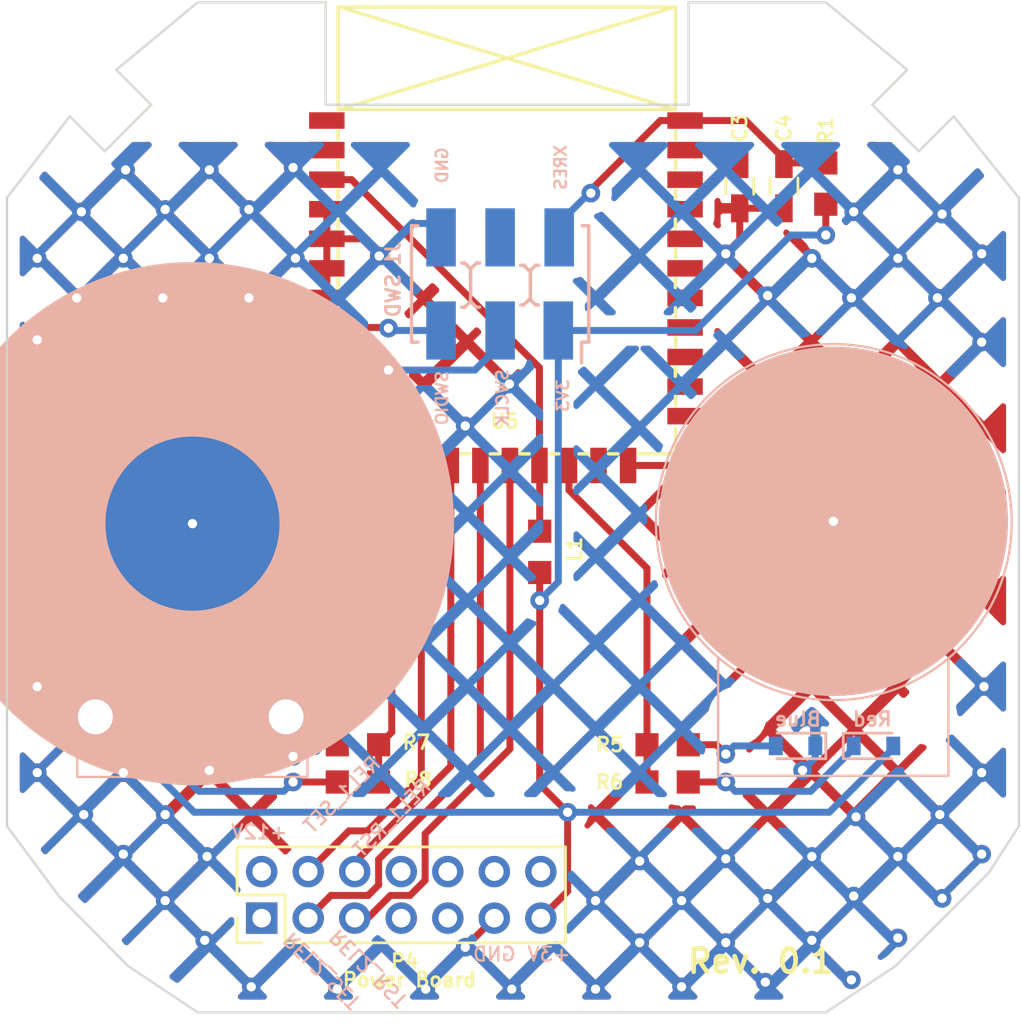
<source format=kicad_pcb>
(kicad_pcb (version 20171130) (host pcbnew 5.0.0-rc2-be01b52~65~ubuntu16.04.1)
  (layers (0 F.Cu signal) (31 B.Cu signal) (34 B.Paste user) (35 F.Paste user) (36 B.SilkS user) (37 F.SilkS user) (38 B.Mask user) (39 F.Mask user) (44 Edge.Cuts user))
  (net 0 "")
  (net 1 +3V3)
  (net 2 GND)
  (net 3 "Net-(D3-Pad2)")
  (net 4 "Net-(D4-Pad1)")
  (net 5 "Net-(D5-Pad1)")
  (net 6 "Net-(D6-Pad2)")
  (net 7 /TS2)
  (net 8 /S2_LEDs)
  (net 9 /TS1)
  (net 10 /S1_LEDs)
  (net 11 /Relay2_Reset)
  (net 12 /Relay1_Reset)
  (net 13 /Relay2_Set)
  (net 14 /Relay1_Set)
  (net 15 /SWCLK)
  (net 16 /SWDIO)
  (net 17 "Net-(R4-Pad2)")
  (net 18 "Net-(R10-Pad1)")
  (net 19 "Net-(C3-Pad2)")
  (net 20 /XRES)
  (net 21 "Net-(L1-Pad2)")
  (module myfootprints:livolo_ts_guard_cut_left (layer F.Cu) (at 128.941992 92.575738)
    (fp_text reference U1 hide)
    (fp_text value Touch hide)
    (pad 1 smd circle (at -0.266992 0.024262) (size 15 15) (layers B.Cu) (net 18 "Net-(R10-Pad1)"))
  )
  (module myfootprints:livolo_ts_guard_cut_right (layer F.Cu) (at 155.958008 92.475738)
    (fp_text reference U6 hide)
    (fp_text value Touch hide)
    (pad 1 smd circle (at 0.266992 0.024262) (size 15 15) (layers B.Cu) (net 17 "Net-(R4-Pad2)"))
  )
  (module myfootprints:Livolo_EU_SW_2_Channel_1Way_Frame_VL-C702X-2_Ver_C1 (layer B.Cu) (at 142.3 92.4 180)
    (fp_text reference REF** hide)
    (fp_text value Livolo_EU_SW_2Ways_Frame_VL-C702X-2_Ver_C1 hide)
  )
  (module myfootprints:hole_1.5mm (layer F.Cu) (at 152.1 100.85)
    (fp_text reference REF** hide)
    (fp_text value hole_1.5mm hide)
    (pad "" np_thru_hole circle (at 0 0) (size 1.5 1.5) (drill 1.5) (layers *.Cu *.Mask))
  )
  (module myfootprints:hole_1.5mm (layer F.Cu) (at 160.3 100.85)
    (fp_text reference REF** hide)
    (fp_text value hole_1.5mm hide)
    (pad "" np_thru_hole circle (at 0 0) (size 1.5 1.5) (drill 1.5) (layers *.Cu *.Mask))
  )
  (module myfootprints:hole_1.5mm (layer F.Cu) (at 132.7 100.9)
    (fp_text reference REF** hide)
    (fp_text value hole_1.5mm hide)
    (pad "" np_thru_hole circle (at 0 0) (size 1.5 1.5) (drill 1.5) (layers *.Cu *.Mask))
  )
  (module myfootprints:hole_1.5mm (layer F.Cu) (at 124.5 100.9)
    (fp_text reference REF** hide)
    (fp_text value hole_1.5mm hide)
    (pad "" np_thru_hole circle (at 0 0) (size 1.5 1.5) (drill 1.5) (layers *.Cu *.Mask))
  )
  (module Diodes_SMD:D_0603 (layer B.Cu) (at 130.5 102.15)
    (fp_text reference D3 hide)
    (fp_text value Blue (at 0 -1.15) (layer B.SilkS) (effects (font (size 0.6 0.6) (thickness 0.12)) (justify mirror)))
    (pad 2 smd rect (at 0.85 0) (size 0.6 0.8) (layers B.Cu B.Paste B.Mask) (net 3 "Net-(D3-Pad2)"))
    (pad 1 smd rect (at -0.85 0) (size 0.6 0.8) (layers B.Cu B.Paste B.Mask) (net 2 GND))
  )
  (module Diodes_SMD:D_0603 (layer B.Cu) (at 126.85 102.15 180)
    (fp_text reference D4 hide)
    (fp_text value Red (at -0.25 1.15 180) (layer B.SilkS) (effects (font (size 0.6 0.6) (thickness 0.12)) (justify mirror)))
    (pad 1 smd rect (at -0.85 0 180) (size 0.6 0.8) (layers B.Cu B.Paste B.Mask) (net 4 "Net-(D4-Pad1)"))
    (pad 2 smd rect (at 0.85 0 180) (size 0.6 0.8) (layers B.Cu B.Paste B.Mask) (net 1 +3V3))
  )
  (module Diodes_SMD:D_0603 (layer B.Cu) (at 157.95 102.15)
    (fp_text reference D5 hide)
    (fp_text value Red (at -0.05 -1.15 180) (layer B.SilkS) (effects (font (size 0.6 0.6) (thickness 0.12)) (justify mirror)))
    (pad 1 smd rect (at -0.85 0) (size 0.6 0.8) (layers B.Cu B.Paste B.Mask) (net 5 "Net-(D5-Pad1)"))
    (pad 2 smd rect (at 0.85 0) (size 0.6 0.8) (layers B.Cu B.Paste B.Mask) (net 1 +3V3))
  )
  (module Diodes_SMD:D_0603 (layer B.Cu) (at 154.6 102.15 180)
    (fp_text reference D6 hide)
    (fp_text value Blue (at -0.1 1.15 180) (layer B.SilkS) (effects (font (size 0.6 0.6) (thickness 0.12)) (justify mirror)))
    (pad 2 smd rect (at 0.85 0 180) (size 0.6 0.8) (layers B.Cu B.Paste B.Mask) (net 6 "Net-(D6-Pad2)"))
    (pad 1 smd rect (at -0.85 0 180) (size 0.6 0.8) (layers B.Cu B.Paste B.Mask) (net 2 GND))
  )
  (module Pin_Headers:Pin_Header_Straight_2x07_Pitch2.00mm (layer F.Cu) (at 131.65 109.55 90)
    (fp_text reference P4 (at -1.85 6.15 180) (layer F.SilkS) (effects (font (size 0.6 0.6) (thickness 0.12))))
    (fp_text value "Power Board" (at -2.65 6.35 180) (layer F.SilkS) (effects (font (size 0.6 0.6) (thickness 0.12))))
    (pad 14 thru_hole oval (at 2 12 90) (size 1.35 1.35) (drill 0.8) (layers *.Cu *.Mask))
    (pad 13 thru_hole oval (at 0 12 90) (size 1.35 1.35) (drill 0.8) (layers *.Cu *.Mask) (net 1 +3V3))
    (pad 12 thru_hole oval (at 2 10 90) (size 1.35 1.35) (drill 0.8) (layers *.Cu *.Mask))
    (pad 11 thru_hole oval (at 0 10 90) (size 1.35 1.35) (drill 0.8) (layers *.Cu *.Mask) (net 2 GND))
    (pad 10 thru_hole oval (at 2 8 90) (size 1.35 1.35) (drill 0.8) (layers *.Cu *.Mask))
    (pad 9 thru_hole oval (at 0 8 90) (size 1.35 1.35) (drill 0.8) (layers *.Cu *.Mask))
    (pad 8 thru_hole oval (at 2 6 90) (size 1.35 1.35) (drill 0.8) (layers *.Cu *.Mask))
    (pad 7 thru_hole oval (at 0 6 90) (size 1.35 1.35) (drill 0.8) (layers *.Cu *.Mask))
    (pad 6 thru_hole oval (at 2 4 90) (size 1.35 1.35) (drill 0.8) (layers *.Cu *.Mask) (net 12 /Relay1_Reset))
    (pad 5 thru_hole oval (at 0 4 90) (size 1.35 1.35) (drill 0.8) (layers *.Cu *.Mask) (net 13 /Relay2_Set))
    (pad 4 thru_hole oval (at 2 2 90) (size 1.35 1.35) (drill 0.8) (layers *.Cu *.Mask) (net 14 /Relay1_Set))
    (pad 3 thru_hole oval (at 0 2 90) (size 1.35 1.35) (drill 0.8) (layers *.Cu *.Mask) (net 11 /Relay2_Reset))
    (pad 2 thru_hole oval (at 2 0 90) (size 1.35 1.35) (drill 0.8) (layers *.Cu *.Mask))
    (pad 1 thru_hole rect (at 0 0 90) (size 1.35 1.35) (drill 0.8) (layers *.Cu *.Mask))
  )
  (module Capacitors_SMD:C_0603_HandSoldering (layer F.Cu) (at 152.2 78.1 90)
    (fp_text reference C3 (at 2.5 0 90) (layer F.SilkS) (effects (font (size 0.6 0.6) (thickness 0.12))))
    (fp_text value 2n2 hide)
    (pad 2 smd rect (at 0.95 0 90) (size 1.2 0.75) (layers F.Cu F.Paste F.Mask) (net 19 "Net-(C3-Pad2)"))
    (pad 1 smd rect (at -0.95 0 90) (size 1.2 0.75) (layers F.Cu F.Paste F.Mask) (net 2 GND))
  )
  (module Capacitors_SMD:C_0603_HandSoldering (layer F.Cu) (at 154.1 78.1 270)
    (fp_text reference C4 (at -2.5 0 270) (layer F.SilkS) (effects (font (size 0.6 0.6) (thickness 0.12))))
    (fp_text value 100p hide)
    (pad 1 smd rect (at -0.95 0 270) (size 1.2 0.75) (layers F.Cu F.Paste F.Mask) (net 20 /XRES))
    (pad 2 smd rect (at 0.95 0 270) (size 1.2 0.75) (layers F.Cu F.Paste F.Mask) (net 2 GND))
  )
  (module myfootprints:AVR_ISP_SMT_Small_02x03 (layer B.Cu) (at 141.9 82.3 180)
    (fp_text reference J1 (at 4.6 1.3 90) (layer B.SilkS) (effects (font (size 0.6 0.6) (thickness 0.12)) (justify mirror)))
    (fp_text value SWD (at 4.6 -0.5 90) (layer B.SilkS) (effects (font (size 0.6 0.6) (thickness 0.12)) (justify mirror)))
    (pad 1 smd rect (at -2.5 -2 180) (size 1.27 2.5) (layers B.Cu B.Paste B.Mask) (net 1 +3V3))
    (pad 3 smd rect (at 0 -2 180) (size 1.27 2.5) (layers B.Cu B.Paste B.Mask) (net 15 /SWCLK))
    (pad 5 smd rect (at 2.54 -2 180) (size 1.27 2.5) (layers B.Cu B.Paste B.Mask) (net 16 /SWDIO))
    (pad 6 smd rect (at 2.54 2 180) (size 1.27 2.5) (layers B.Cu B.Paste B.Mask) (net 2 GND))
    (pad 4 smd rect (at 0 2 180) (size 1.27 2.5) (layers B.Cu B.Paste B.Mask))
    (pad 2 smd rect (at -2.54 2 180) (size 1.27 2.5) (layers B.Cu B.Paste B.Mask) (net 20 /XRES))
  )
  (module myfootprints:R_0603_1608Metric_Pad0.99x1.00mm_HandSolder (layer F.Cu) (at 155.9 77.9875 270)
    (fp_text reference R1 (at -2.2875 0 270) (layer F.SilkS) (effects (font (size 0.6 0.6) (thickness 0.12))))
    (fp_text value 4K7)
    (pad 1 smd rect (at -0.8875 0 270) (size 0.995 1) (layers F.Cu F.Paste F.Mask) (net 20 /XRES))
    (pad 2 smd rect (at 0.8875 0 270) (size 0.995 1) (layers F.Cu F.Paste F.Mask) (net 1 +3V3))
  )
  (module myfootprints:R_0603_1608Metric_Pad0.99x1.00mm_HandSolder (layer F.Cu) (at 151.7 90.1)
    (fp_text reference R4 (at 0.1 -1.4) (layer F.SilkS) (effects (font (size 0.6 0.6) (thickness 0.12))))
    (fp_text value 4K7)
    (pad 2 smd rect (at 0.8875 0) (size 0.995 1) (layers F.Cu F.Paste F.Mask) (net 17 "Net-(R4-Pad2)"))
    (pad 1 smd rect (at -0.8875 0) (size 0.995 1) (layers F.Cu F.Paste F.Mask) (net 7 /TS2))
  )
  (module myfootprints:R_0603_1608Metric_Pad0.99x1.00mm_HandSolder (layer F.Cu) (at 149.1 102.1 180)
    (fp_text reference R5 (at 2.4875 0 180) (layer F.SilkS) (effects (font (size 0.6 0.6) (thickness 0.12))))
    (fp_text value 1K*)
    (pad 2 smd rect (at 0.8875 0 180) (size 0.995 1) (layers F.Cu F.Paste F.Mask) (net 10 /S1_LEDs))
    (pad 1 smd rect (at -0.8875 0 180) (size 0.995 1) (layers F.Cu F.Paste F.Mask) (net 6 "Net-(D6-Pad2)"))
  )
  (module myfootprints:R_0603_1608Metric_Pad0.99x1.00mm_HandSolder (layer F.Cu) (at 149.1 103.7 180)
    (fp_text reference R6 (at 2.5 0 180) (layer F.SilkS) (effects (font (size 0.6 0.6) (thickness 0.12))))
    (fp_text value 1K*)
    (pad 1 smd rect (at -0.8875 0 180) (size 0.995 1) (layers F.Cu F.Paste F.Mask) (net 5 "Net-(D5-Pad1)"))
    (pad 2 smd rect (at 0.8875 0 180) (size 0.995 1) (layers F.Cu F.Paste F.Mask) (net 10 /S1_LEDs))
  )
  (module myfootprints:R_0603_1608Metric_Pad0.99x1.00mm_HandSolder (layer F.Cu) (at 135.7875 102.1)
    (fp_text reference R7 (at 2.5125 -0.1) (layer F.SilkS) (effects (font (size 0.6 0.6) (thickness 0.12))))
    (fp_text value 1K*)
    (pad 2 smd rect (at 0.8875 0) (size 0.995 1) (layers F.Cu F.Paste F.Mask) (net 8 /S2_LEDs))
    (pad 1 smd rect (at -0.8875 0) (size 0.995 1) (layers F.Cu F.Paste F.Mask) (net 3 "Net-(D3-Pad2)"))
  )
  (module myfootprints:R_0603_1608Metric_Pad0.99x1.00mm_HandSolder (layer F.Cu) (at 135.7875 103.7)
    (fp_text reference R8 (at 2.5875 -0.1) (layer F.SilkS) (effects (font (size 0.6 0.6) (thickness 0.12))))
    (fp_text value 1K*)
    (pad 1 smd rect (at -0.8875 0) (size 0.995 1) (layers F.Cu F.Paste F.Mask) (net 4 "Net-(D4-Pad1)"))
    (pad 2 smd rect (at 0.8875 0) (size 0.995 1) (layers F.Cu F.Paste F.Mask) (net 8 /S2_LEDs))
  )
  (module myfootprints:R_0603_1608Metric_Pad0.99x1.00mm_HandSolder (layer F.Cu) (at 132.6 90.1)
    (fp_text reference R10 (at 0.1 -1.4) (layer F.SilkS) (effects (font (size 0.6 0.6) (thickness 0.12))))
    (fp_text value 4K7)
    (pad 1 smd rect (at -0.8875 0) (size 0.995 1) (layers F.Cu F.Paste F.Mask) (net 18 "Net-(R10-Pad1)"))
    (pad 2 smd rect (at 0.8875 0) (size 0.995 1) (layers F.Cu F.Paste F.Mask) (net 9 /TS1))
  )
  (module myfootprints:CYBLE-012012-10 (layer F.Cu) (at 142.6 80)
    (fp_text reference U5 (at -0.5 8.2) (layer F.SilkS) (effects (font (size 0.6 0.6) (thickness 0.12))))
    (fp_text value CYBLE-012012-10)
    (pad 1 smd rect (at 7.25 -4.72) (size 1.524 0.71) (layers F.Cu F.Paste F.Mask) (net 20 /XRES))
    (pad 2 smd rect (at 7.25 -3.45) (size 1.524 0.71) (layers F.Cu F.Paste F.Mask) (net 19 "Net-(C3-Pad2)"))
    (pad 3 smd rect (at 7.25 -2.18) (size 1.524 0.71) (layers F.Cu F.Paste F.Mask))
    (pad 4 smd rect (at 7.25 -0.91) (size 1.524 0.71) (layers F.Cu F.Paste F.Mask))
    (pad 5 smd rect (at 7.25 0.36) (size 1.524 0.71) (layers F.Cu F.Paste F.Mask))
    (pad 6 smd rect (at 7.25 1.63) (size 1.524 0.71) (layers F.Cu F.Paste F.Mask))
    (pad 7 smd rect (at 7.25 2.9) (size 1.524 0.71) (layers F.Cu F.Paste F.Mask))
    (pad 8 smd rect (at 7.25 4.17) (size 1.524 0.71) (layers F.Cu F.Paste F.Mask))
    (pad 9 smd rect (at 7.25 5.44) (size 1.524 0.71) (layers F.Cu F.Paste F.Mask))
    (pad 10 smd rect (at 7.25 6.71) (size 1.524 0.71) (layers F.Cu F.Paste F.Mask))
    (pad 11 smd rect (at 7.25 7.98) (size 1.524 0.71) (layers F.Cu F.Paste F.Mask))
    (pad 12 smd rect (at 4.8 10.1 270) (size 1.524 0.71) (layers F.Cu F.Paste F.Mask) (net 7 /TS2))
    (pad 13 smd rect (at 3.53 10.1 270) (size 1.524 0.71) (layers F.Cu F.Paste F.Mask))
    (pad 14 smd rect (at 2.26 10.1 270) (size 1.524 0.71) (layers F.Cu F.Paste F.Mask) (net 10 /S1_LEDs))
    (pad 15 smd rect (at 0.99 10.1 270) (size 1.524 0.71) (layers F.Cu F.Paste F.Mask) (net 21 "Net-(L1-Pad2)"))
    (pad 16 smd rect (at -0.28 10.1 270) (size 1.524 0.71) (layers F.Cu F.Paste F.Mask) (net 13 /Relay2_Set))
    (pad 17 smd rect (at -1.55 10.1 270) (size 1.524 0.71) (layers F.Cu F.Paste F.Mask) (net 11 /Relay2_Reset))
    (pad 18 smd rect (at -2.82 10.1 270) (size 1.524 0.71) (layers F.Cu F.Paste F.Mask) (net 12 /Relay1_Reset))
    (pad 19 smd rect (at -4.09 10.1 270) (size 1.524 0.71) (layers F.Cu F.Paste F.Mask) (net 14 /Relay1_Set))
    (pad 20 smd rect (at -5.36 10.1 270) (size 1.524 0.71) (layers F.Cu F.Paste F.Mask) (net 8 /S2_LEDs))
    (pad 21 smd rect (at -6.63 10.1 270) (size 1.524 0.71) (layers F.Cu F.Paste F.Mask) (net 9 /TS1))
    (pad 27 smd rect (at -8.15 0.36) (size 1.524 0.71) (layers F.Cu F.Paste F.Mask) (net 2 GND))
    (pad 31 smd rect (at -8.15 -4.72) (size 1.524 0.71) (layers F.Cu F.Paste F.Mask))
    (pad 29 smd rect (at -8.15 -2.18) (size 1.524 0.71) (layers F.Cu F.Paste F.Mask) (net 21 "Net-(L1-Pad2)"))
    (pad 24 smd rect (at -8.15 4.17) (size 1.524 0.71) (layers F.Cu F.Paste F.Mask) (net 16 /SWDIO))
    (pad 25 smd rect (at -8.15 2.9) (size 1.524 0.71) (layers F.Cu F.Paste F.Mask) (net 2 GND))
    (pad 30 smd rect (at -8.15 -3.45) (size 1.524 0.71) (layers F.Cu F.Paste F.Mask))
    (pad 23 smd rect (at -8.15 5.44) (size 1.524 0.71) (layers F.Cu F.Paste F.Mask) (net 15 /SWCLK))
    (pad 26 smd rect (at -8.15 1.63) (size 1.524 0.71) (layers F.Cu F.Paste F.Mask) (net 2 GND))
    (pad 22 smd rect (at -8.15 6.71) (size 1.524 0.71) (layers F.Cu F.Paste F.Mask))
    (pad 28 smd rect (at -8.15 -0.91) (size 1.524 0.71) (layers F.Cu F.Paste F.Mask) (net 2 GND))
  )
  (module myfootprints:R_0603_1608Metric_Pad0.99x1.00mm_HandSolder (layer F.Cu) (at 143.6 93.8125 90)
    (fp_text reference L1 (at 0.1125 1.5 90) (layer F.SilkS) (effects (font (size 0.6 0.6) (thickness 0.12))))
    (fp_text value 300ohm/100Mhz)
    (pad 1 smd rect (at -0.8875 0 90) (size 0.995 1) (layers F.Cu F.Paste F.Mask) (net 1 +3V3))
    (pad 2 smd rect (at 0.8875 0 90) (size 0.995 1) (layers F.Cu F.Paste F.Mask) (net 21 "Net-(L1-Pad2)"))
  )
  (gr_text XRES (at 144.5 77.3 90) (layer B.SilkS) (effects (font (size 0.5 0.5) (thickness 0.1)) (justify mirror)))
  (gr_line (start 134.4 74.6) (end 150 74.6) (layer Edge.Cuts) (width 0.1))
  (gr_line (start 150 74.6) (end 150 70.2) (layer Edge.Cuts) (width 0.1))
  (gr_line (start 134.4 74.6) (end 134.4 70.2) (layer Edge.Cuts) (width 0.1))
  (gr_line (start 150 70.2) (end 155.9 70.2) (layer Edge.Cuts) (width 0.1))
  (gr_text +3V (at 144 111.1) (layer B.SilkS) (effects (font (size 0.6 0.6) (thickness 0.1)) (justify mirror)))
  (gr_line (start 158.90064 111.60234) (end 162.91 107.59) (layer Edge.Cuts) (width 0.1))
  (gr_line (start 157.89988 74.60216) (end 159.89886 76.60114) (layer Edge.Cuts) (width 0.1))
  (gr_line (start 125.89842 111.60234) (end 128.9007 113.60132) (layer Edge.Cuts) (width 0.1))
  (gr_line (start 164.2 105.60032) (end 164.2 78.60012) (layer Edge.Cuts) (width 0.1))
  (gr_line (start 126.89918 74.60216) (end 125.40058 73.10102) (layer Edge.Cuts) (width 0.1))
  (gr_line (start 155.9 70.2) (end 159.39848 73.10102) (layer Edge.Cuts) (width 0.1))
  (gr_line (start 162.91 107.59) (end 164.2 105.6) (layer Edge.Cuts) (width 0.1))
  (gr_line (start 120.7 105.60032) (end 120.7 78.60012) (layer Edge.Cuts) (width 0.1))
  (gr_line (start 123.39906 75.1) (end 124.9002 76.60114) (layer Edge.Cuts) (width 0.1))
  (gr_line (start 124.9002 76.60114) (end 126.89918 74.60216) (layer Edge.Cuts) (width 0.1))
  (gr_line (start 125.40058 73.10102) (end 128.9 70.2) (layer Edge.Cuts) (width 0.1))
  (gr_line (start 128.9 70.2) (end 134.4 70.2) (layer Edge.Cuts) (width 0.1))
  (gr_line (start 159.89886 76.60114) (end 161.4 75.1) (layer Edge.Cuts) (width 0.1))
  (gr_line (start 122.94 108.61) (end 125.89842 111.60234) (layer Edge.Cuts) (width 0.1))
  (gr_line (start 155.89836 113.60132) (end 158.90064 111.60234) (layer Edge.Cuts) (width 0.1))
  (gr_line (start 128.9007 113.60132) (end 155.89836 113.60132) (layer Edge.Cuts) (width 0.1))
  (gr_line (start 120.7 105.6) (end 122.94 108.61) (layer Edge.Cuts) (width 0.1))
  (gr_line (start 159.39848 73.10102) (end 157.89988 74.60216) (layer Edge.Cuts) (width 0.1))
  (gr_line (start 120.7 78.6) (end 123.39906 75.1) (layer Edge.Cuts) (width 0.1))
  (gr_line (start 161.4 75.1) (end 164.2 78.6) (layer Edge.Cuts) (width 0.1))
  (gr_text REL1_SET (at 135.1 104.25 45) (layer B.SilkS) (effects (font (size 0.6 0.6) (thickness 0.1)) (justify mirror)))
  (gr_text REL1_RST (at 137.25 105.25 45) (layer B.SilkS) (effects (font (size 0.6 0.6) (thickness 0.1)) (justify mirror)))
  (gr_text REL2_RST (at 136.25 111.7 135) (layer B.SilkS) (effects (font (size 0.6 0.6) (thickness 0.1)) (justify mirror)))
  (gr_text REL2_SET (at 134.25 111.8 135) (layer B.SilkS) (effects (font (size 0.6 0.6) (thickness 0.1)) (justify mirror)))
  (gr_text "Rev. 0.1" (at 153.1 111.4) (layer F.SilkS) (effects (font (size 1 1) (thickness 0.2))))
  (gr_text SWDIO (at 139.4 87.2 90) (layer B.SilkS) (effects (font (size 0.5 0.5) (thickness 0.1)) (justify mirror)))
  (gr_text GND (at 139.4 77.2 90) (layer B.SilkS) (effects (font (size 0.5 0.5) (thickness 0.1)) (justify mirror)))
  (gr_text SWCLK (at 142 87.2 90) (layer B.SilkS) (effects (font (size 0.5 0.5) (thickness 0.1)) (justify mirror)))
  (gr_text 3V3 (at 144.6 87.1 90) (layer B.SilkS) (effects (font (size 0.5 0.5) (thickness 0.1)) (justify mirror)))
  (gr_text GND (at 141.65 111.1) (layer B.SilkS) (effects (font (size 0.6 0.6) (thickness 0.1)) (justify mirror)))
  (gr_text +12V (at 131.55 105.85) (layer B.SilkS) (effects (font (size 0.6 0.6) (thickness 0.1)) (justify mirror)))
  (segment (start 126 102.25) (end 128.75 105) (width 0.3) (layer B.Cu) (net 1))
  (segment (start 128.75 105) (end 144.8 105) (width 0.3) (layer B.Cu) (net 1))
  (segment (start 156.05 105) (end 158.8 102.25) (width 0.3) (layer B.Cu) (net 1))
  (segment (start 158.8 102.25) (end 158.8 102.15) (width 0.3) (layer B.Cu) (net 1))
  (segment (start 126 102.15) (end 126 102.25) (width 0.3) (layer B.Cu) (net 1))
  (via (at 144.8 105) (size 0.8) (drill 0.4) (layers F.Cu B.Cu) (net 1))
  (segment (start 156.05 105) (end 144.8 105) (width 0.3) (layer B.Cu) (net 1))
  (segment (start 144.8 108.4) (end 144.8 105) (width 0.3) (layer F.Cu) (net 1))
  (segment (start 143.65 109.55) (end 144.8 108.4) (width 0.3) (layer F.Cu) (net 1))
  (segment (start 143.6 103.8) (end 144.8 105) (width 0.3) (layer F.Cu) (net 1))
  (via (at 143.6 95.9) (size 0.8) (drill 0.4) (layers F.Cu B.Cu) (net 1))
  (segment (start 143.6 94.7) (end 143.6 95.9) (width 0.3) (layer F.Cu) (net 1))
  (segment (start 143.6 95.9) (end 143.6 103.8) (width 0.3) (layer F.Cu) (net 1))
  (segment (start 144.4 95.1) (end 143.6 95.9) (width 0.3) (layer B.Cu) (net 1))
  (segment (start 144.4 84.3) (end 144.4 95.1) (width 0.3) (layer B.Cu) (net 1))
  (via (at 155.9 80.2) (size 0.8) (drill 0.4) (layers F.Cu B.Cu) (net 1))
  (segment (start 155.9 80.2) (end 155.9 78.875) (width 0.3) (layer F.Cu) (net 1))
  (segment (start 154.4 80.2) (end 155.9 80.2) (width 0.3) (layer B.Cu) (net 1))
  (segment (start 150.3 84.3) (end 154.4 80.2) (width 0.3) (layer B.Cu) (net 1))
  (segment (start 144.4 84.3) (end 150.3 84.3) (width 0.3) (layer B.Cu) (net 1))
  (via (at 154.9 103.2) (size 0.8) (drill 0.4) (layers F.Cu B.Cu) (net 2))
  (segment (start 155.45 102.65) (end 154.9 103.2) (width 0.3) (layer B.Cu) (net 2))
  (segment (start 155.45 102.15) (end 155.45 102.65) (width 0.3) (layer B.Cu) (net 2))
  (segment (start 134.45 80.36) (end 134.45 79.09) (width 0.3) (layer F.Cu) (net 2))
  (segment (start 134.45 82.9) (end 134.45 81.63) (width 0.3) (layer F.Cu) (net 2))
  (segment (start 152.2 79.05) (end 154.1 79.05) (width 0.3) (layer F.Cu) (net 2))
  (segment (start 134.45 81.63) (end 134.45 80.36) (width 0.3) (layer F.Cu) (net 2))
  (segment (start 129.65 102.95) (end 129.4 103.2) (width 0.3) (layer B.Cu) (net 2))
  (via (at 129.4 103.2) (size 0.8) (drill 0.4) (layers F.Cu B.Cu) (net 2))
  (segment (start 129.65 102.15) (end 129.65 102.95) (width 0.3) (layer B.Cu) (net 2))
  (via (at 140.4 110.8) (size 0.8) (drill 0.4) (layers F.Cu B.Cu) (net 2))
  (segment (start 141.65 109.55) (end 140.4 110.8) (width 0.3) (layer F.Cu) (net 2))
  (via (at 151.6 81) (size 0.8) (drill 0.4) (layers F.Cu B.Cu) (net 2))
  (segment (start 152.2 80.4) (end 151.6 81) (width 0.3) (layer F.Cu) (net 2))
  (segment (start 152.2 79.05) (end 152.2 80.4) (width 0.3) (layer F.Cu) (net 2))
  (segment (start 135.96 80.36) (end 136.7 81.1) (width 0.3) (layer F.Cu) (net 2))
  (segment (start 136.300001 80.700001) (end 136.7 81.1) (width 0.3) (layer B.Cu) (net 2))
  (via (at 136.7 81.1) (size 0.8) (drill 0.4) (layers F.Cu B.Cu) (net 2))
  (segment (start 134.45 80.36) (end 135.96 80.36) (width 0.3) (layer F.Cu) (net 2))
  (segment (start 138.1 79.7) (end 136.7 81.1) (width 0.3) (layer B.Cu) (net 2))
  (segment (start 138.76 79.7) (end 138.1 79.7) (width 0.3) (layer B.Cu) (net 2))
  (segment (start 139.36 80.3) (end 138.76 79.7) (width 0.3) (layer B.Cu) (net 2))
  (via (at 122 81.2) (size 0.8) (drill 0.4) (layers F.Cu B.Cu) (net 2))
  (via (at 123.7 82.9) (size 0.8) (drill 0.4) (layers F.Cu B.Cu) (net 2))
  (via (at 127.4 82.9) (size 0.8) (drill 0.4) (layers F.Cu B.Cu) (net 2))
  (via (at 131.1 82.9) (size 0.8) (drill 0.4) (layers F.Cu B.Cu) (net 2))
  (via (at 125.7 81.2) (size 0.8) (drill 0.4) (layers F.Cu B.Cu) (net 2))
  (via (at 129.4 81.2) (size 0.8) (drill 0.4) (layers F.Cu B.Cu) (net 2))
  (via (at 133.1 81.2) (size 0.8) (drill 0.4) (layers F.Cu B.Cu) (net 2))
  (via (at 127.5 79.1) (size 0.8) (drill 0.4) (layers F.Cu B.Cu) (net 2))
  (via (at 125.8 77.4) (size 0.8) (drill 0.4) (layers F.Cu B.Cu) (net 2))
  (via (at 129.4 77.4) (size 0.8) (drill 0.4) (layers F.Cu B.Cu) (net 2))
  (via (at 131.1 79.1) (size 0.8) (drill 0.4) (layers F.Cu B.Cu) (net 2))
  (via (at 155.3 81.2) (size 0.8) (drill 0.4) (layers F.Cu B.Cu) (net 2))
  (via (at 157 82.9) (size 0.8) (drill 0.4) (layers F.Cu B.Cu) (net 2))
  (via (at 159 81.2) (size 0.8) (drill 0.4) (layers F.Cu B.Cu) (net 2))
  (via (at 160.7 82.9) (size 0.8) (drill 0.4) (layers F.Cu B.Cu) (net 2))
  (via (at 162.6 81) (size 0.8) (drill 0.4) (layers F.Cu B.Cu) (net 2))
  (via (at 160.9 79.3) (size 0.8) (drill 0.4) (layers F.Cu B.Cu) (net 2))
  (via (at 125.7 106.8) (size 0.8) (drill 0.4) (layers F.Cu B.Cu) (net 2))
  (via (at 124 105.1) (size 0.8) (drill 0.4) (layers F.Cu B.Cu) (net 2))
  (via (at 127.5 108.8) (size 0.8) (drill 0.4) (layers F.Cu B.Cu) (net 2))
  (via (at 129.2 110.5) (size 0.8) (drill 0.4) (layers F.Cu B.Cu) (net 2))
  (via (at 153.3 112.3) (size 0.8) (drill 0.4) (layers F.Cu B.Cu) (net 2))
  (via (at 151.6 110.6) (size 0.8) (drill 0.4) (layers F.Cu B.Cu) (net 2))
  (via (at 147.9 107.1) (size 0.8) (drill 0.4) (layers F.Cu B.Cu) (net 2))
  (via (at 149.7 108.8) (size 0.8) (drill 0.4) (layers F.Cu B.Cu) (net 2))
  (via (at 151.6 107) (size 0.8) (drill 0.4) (layers F.Cu B.Cu) (net 2))
  (via (at 155.3 110.5) (size 0.8) (drill 0.4) (layers F.Cu B.Cu) (net 2))
  (via (at 157 112.2) (size 0.8) (drill 0.4) (layers F.Cu B.Cu) (net 2))
  (via (at 153.4 108.7) (size 0.8) (drill 0.4) (layers F.Cu B.Cu) (net 2))
  (via (at 155.3 106.9) (size 0.8) (drill 0.4) (layers F.Cu B.Cu) (net 2))
  (via (at 159 110.4) (size 0.8) (drill 0.4) (layers F.Cu B.Cu) (net 2))
  (via (at 157.1 108.6) (size 0.8) (drill 0.4) (layers F.Cu B.Cu) (net 2))
  (via (at 160.9 108.7) (size 0.8) (drill 0.4) (layers F.Cu B.Cu) (net 2))
  (via (at 157.2 105.2) (size 0.8) (drill 0.4) (layers F.Cu B.Cu) (net 2))
  (via (at 159 106.9) (size 0.8) (drill 0.4) (layers F.Cu B.Cu) (net 2))
  (via (at 162.6 106.8) (size 0.8) (drill 0.4) (layers F.Cu B.Cu) (net 2))
  (via (at 160.8 105.1) (size 0.8) (drill 0.4) (layers F.Cu B.Cu) (net 2))
  (via (at 129.3 106.9) (size 0.8) (drill 0.4) (layers F.Cu B.Cu) (net 2))
  (via (at 127.5 105.1) (size 0.8) (drill 0.4) (layers F.Cu B.Cu) (net 2))
  (via (at 131.2 112.5) (size 0.8) (drill 0.4) (layers F.Cu B.Cu) (net 2))
  (via (at 134.9 112.6) (size 0.8) (drill 0.4) (layers F.Cu B.Cu) (net 2))
  (via (at 138.7 112.6) (size 0.8) (drill 0.4) (layers F.Cu B.Cu) (net 2))
  (via (at 142.4 112.6) (size 0.8) (drill 0.4) (layers F.Cu B.Cu) (net 2))
  (via (at 146 112.6) (size 0.8) (drill 0.4) (layers F.Cu B.Cu) (net 2))
  (via (at 149.7 112.5) (size 0.8) (drill 0.4) (layers F.Cu B.Cu) (net 2))
  (via (at 147.9 110.6) (size 0.8) (drill 0.4) (layers F.Cu B.Cu) (net 2))
  (via (at 146 108.8) (size 0.8) (drill 0.4) (layers F.Cu B.Cu) (net 2))
  (via (at 162.6 103.3) (size 0.8) (drill 0.4) (layers F.Cu B.Cu) (net 2))
  (via (at 162.7 99.6) (size 0.8) (drill 0.4) (layers F.Cu B.Cu) (net 2))
  (via (at 159 77.4) (size 0.8) (drill 0.4) (layers F.Cu B.Cu) (net 2))
  (via (at 123.9 79.2) (size 0.8) (drill 0.4) (layers F.Cu B.Cu) (net 2))
  (via (at 133 77.3) (size 0.8) (drill 0.4) (layers F.Cu B.Cu) (net 2))
  (via (at 122 99.6) (size 0.8) (drill 0.4) (layers F.Cu B.Cu) (net 2))
  (via (at 122 103.3) (size 0.8) (drill 0.4) (layers F.Cu B.Cu) (net 2))
  (via (at 125.7 103.3) (size 0.8) (drill 0.4) (layers F.Cu B.Cu) (net 2))
  (via (at 122 84.7) (size 0.8) (drill 0.4) (layers F.Cu B.Cu) (net 2))
  (via (at 162.6 84.8) (size 0.8) (drill 0.4) (layers F.Cu B.Cu) (net 2))
  (via (at 153.4 82.8) (size 0.8) (drill 0.4) (layers F.Cu B.Cu) (net 2))
  (via (at 157.1 79.2) (size 0.8) (drill 0.4) (layers F.Cu B.Cu) (net 2))
  (via (at 140.4 88.4) (size 0.8) (drill 0.4) (layers F.Cu B.Cu) (net 2))
  (via (at 142.3 86.6) (size 0.8) (drill 0.4) (layers F.Cu B.Cu) (net 2))
  (segment (start 132.55 102.15) (end 133 102.6) (width 0.3) (layer B.Cu) (net 3))
  (segment (start 133.5 102.1) (end 133 102.6) (width 0.3) (layer F.Cu) (net 3))
  (segment (start 134.9 102.1) (end 133.5 102.1) (width 0.3) (layer F.Cu) (net 3))
  (segment (start 131.35 102.15) (end 132.55 102.15) (width 0.3) (layer B.Cu) (net 3))
  (via (at 133 102.6) (size 0.8) (drill 0.4) (layers F.Cu B.Cu) (net 3))
  (via (at 133 103.7) (size 0.8) (drill 0.4) (layers F.Cu B.Cu) (net 4))
  (segment (start 133 103.7) (end 134.9 103.7) (width 0.3) (layer F.Cu) (net 4))
  (segment (start 127.7 102.15) (end 127.7 102.85) (width 0.3) (layer B.Cu) (net 4))
  (segment (start 127.7 102.85) (end 128.949999 104.099999) (width 0.3) (layer B.Cu) (net 4))
  (segment (start 132.600001 104.099999) (end 133 103.7) (width 0.3) (layer B.Cu) (net 4))
  (segment (start 128.949999 104.099999) (end 132.600001 104.099999) (width 0.3) (layer B.Cu) (net 4))
  (via (at 151.6 103.7) (size 0.8) (drill 0.4) (layers F.Cu B.Cu) (net 5))
  (segment (start 151.6 103.7) (end 149.9875 103.7) (width 0.3) (layer F.Cu) (net 5))
  (segment (start 151.999999 104.099999) (end 151.6 103.7) (width 0.3) (layer B.Cu) (net 5))
  (segment (start 155.250001 104.099999) (end 151.999999 104.099999) (width 0.3) (layer B.Cu) (net 5))
  (segment (start 157.1 102.15) (end 157.1 102.25) (width 0.3) (layer B.Cu) (net 5))
  (segment (start 157.1 102.25) (end 155.250001 104.099999) (width 0.3) (layer B.Cu) (net 5))
  (segment (start 153.75 102.15) (end 151.95 102.15) (width 0.3) (layer B.Cu) (net 6))
  (segment (start 149.9875 102.1) (end 151.200001 102.100001) (width 0.3) (layer F.Cu) (net 6))
  (segment (start 151.95 102.15) (end 151.6 102.5) (width 0.3) (layer B.Cu) (net 6))
  (via (at 151.6 102.5) (size 0.8) (drill 0.4) (layers F.Cu B.Cu) (net 6))
  (segment (start 151.200001 102.100001) (end 151.6 102.5) (width 0.3) (layer F.Cu) (net 6))
  (segment (start 147.4 90.1) (end 150.8125 90.1) (width 0.3) (layer F.Cu) (net 7))
  (segment (start 136.675 102.1) (end 136.675 103.7) (width 0.3) (layer F.Cu) (net 8))
  (segment (start 136.7 102.1) (end 136.675 102.1) (width 0.3) (layer F.Cu) (net 8))
  (segment (start 137.24 101.56) (end 136.7 102.1) (width 0.3) (layer F.Cu) (net 8))
  (segment (start 137.24 90.1) (end 137.24 101.56) (width 0.3) (layer F.Cu) (net 8))
  (segment (start 135.97 90.1) (end 133.4875 90.1) (width 0.3) (layer F.Cu) (net 9))
  (segment (start 148.2125 103.7) (end 148.2125 102.1) (width 0.3) (layer F.Cu) (net 10))
  (segment (start 148.2125 94.5145) (end 144.86 91.162) (width 0.3) (layer F.Cu) (net 10))
  (segment (start 144.86 91.162) (end 144.86 90.1) (width 0.3) (layer F.Cu) (net 10))
  (segment (start 148.2125 102.1) (end 148.2125 94.5145) (width 0.3) (layer F.Cu) (net 10))
  (segment (start 134.625001 108.574999) (end 136.225001 108.574999) (width 0.3) (layer F.Cu) (net 11))
  (segment (start 133.65 109.55) (end 134.625001 108.574999) (width 0.3) (layer F.Cu) (net 11))
  (segment (start 136.674999 108.125001) (end 136.674999 107.025001) (width 0.3) (layer F.Cu) (net 11))
  (segment (start 136.225001 108.574999) (end 136.674999 108.125001) (width 0.3) (layer F.Cu) (net 11))
  (segment (start 141.05 102.65) (end 141.05 90.1) (width 0.3) (layer F.Cu) (net 11))
  (segment (start 136.674999 107.025001) (end 141.05 102.65) (width 0.3) (layer F.Cu) (net 11))
  (segment (start 135.65 107.15) (end 135.65 107.55) (width 0.3) (layer F.Cu) (net 12))
  (segment (start 139.78 103.02) (end 135.65 107.15) (width 0.3) (layer F.Cu) (net 12))
  (segment (start 139.78 90.1) (end 139.78 103.02) (width 0.3) (layer F.Cu) (net 12))
  (segment (start 137.181999 108.574999) (end 138.025001 108.574999) (width 0.3) (layer F.Cu) (net 13))
  (segment (start 136.206998 109.55) (end 137.181999 108.574999) (width 0.3) (layer F.Cu) (net 13))
  (segment (start 135.65 109.55) (end 136.206998 109.55) (width 0.3) (layer F.Cu) (net 13))
  (segment (start 138.674999 107.925001) (end 138.674999 105.925001) (width 0.3) (layer F.Cu) (net 13))
  (segment (start 138.025001 108.574999) (end 138.674999 107.925001) (width 0.3) (layer F.Cu) (net 13))
  (segment (start 142.32 102.28) (end 142.32 90.1) (width 0.3) (layer F.Cu) (net 13))
  (segment (start 138.674999 105.925001) (end 142.32 102.28) (width 0.3) (layer F.Cu) (net 13))
  (segment (start 138.51 103.49) (end 138.51 90.1) (width 0.3) (layer F.Cu) (net 14))
  (segment (start 136.2 105.8) (end 138.51 103.49) (width 0.3) (layer F.Cu) (net 14))
  (segment (start 135.4 105.8) (end 136.2 105.8) (width 0.3) (layer F.Cu) (net 14))
  (segment (start 133.65 107.55) (end 135.4 105.8) (width 0.3) (layer F.Cu) (net 14))
  (segment (start 140.815 86) (end 137.1 86) (width 0.3) (layer B.Cu) (net 15))
  (segment (start 134.45 85.44) (end 136.54 85.44) (width 0.3) (layer F.Cu) (net 15))
  (via (at 137.1 86) (size 0.8) (drill 0.4) (layers F.Cu B.Cu) (net 15))
  (segment (start 141.9 84.915) (end 140.815 86) (width 0.3) (layer B.Cu) (net 15))
  (segment (start 141.9 84.3) (end 141.9 84.915) (width 0.3) (layer B.Cu) (net 15))
  (segment (start 136.54 85.44) (end 137.1 86) (width 0.3) (layer F.Cu) (net 15))
  (segment (start 134.45 84.17) (end 137.07 84.17) (width 0.3) (layer F.Cu) (net 16))
  (segment (start 139.36 84.3) (end 137.2 84.3) (width 0.3) (layer B.Cu) (net 16))
  (via (at 137.1 84.2) (size 0.8) (drill 0.4) (layers F.Cu B.Cu) (net 16))
  (segment (start 137.07 84.17) (end 137.1 84.2) (width 0.3) (layer F.Cu) (net 16))
  (segment (start 137.2 84.3) (end 137.1 84.2) (width 0.3) (layer B.Cu) (net 16))
  (via (at 156.225 92.5) (size 0.8) (drill 0.4) (layers F.Cu B.Cu) (net 17))
  (segment (start 153.825 90.1) (end 156.225 92.5) (width 0.3) (layer F.Cu) (net 17))
  (segment (start 152.5875 90.1) (end 153.825 90.1) (width 0.3) (layer F.Cu) (net 17))
  (segment (start 129.215 92.6) (end 128.675 92.6) (width 0.3) (layer F.Cu) (net 18))
  (via (at 128.675 92.6) (size 0.8) (drill 0.4) (layers F.Cu B.Cu) (net 18))
  (segment (start 131.7125 90.1025) (end 129.215 92.6) (width 0.3) (layer F.Cu) (net 18))
  (segment (start 131.7125 90.1) (end 131.7125 90.1025) (width 0.3) (layer F.Cu) (net 18))
  (segment (start 151.6 76.55) (end 152.2 77.15) (width 0.3) (layer F.Cu) (net 19))
  (segment (start 149.85 76.55) (end 151.6 76.55) (width 0.3) (layer F.Cu) (net 19))
  (via (at 145.8 78.4) (size 0.8) (drill 0.4) (layers F.Cu B.Cu) (net 20))
  (segment (start 148.788 75.28) (end 145.8 78.268) (width 0.3) (layer F.Cu) (net 20))
  (segment (start 144.44 79.685) (end 145.725 78.4) (width 0.3) (layer B.Cu) (net 20))
  (segment (start 145.8 78.268) (end 145.8 78.4) (width 0.3) (layer F.Cu) (net 20))
  (segment (start 149.85 75.28) (end 148.788 75.28) (width 0.3) (layer F.Cu) (net 20))
  (segment (start 144.44 80.3) (end 144.44 79.685) (width 0.3) (layer B.Cu) (net 20))
  (segment (start 145.725 78.4) (end 145.8 78.4) (width 0.3) (layer B.Cu) (net 20))
  (segment (start 154.1 76.925) (end 154.1 77.15) (width 0.3) (layer F.Cu) (net 20))
  (segment (start 154.15 77.1) (end 154.1 77.15) (width 0.3) (layer F.Cu) (net 20))
  (segment (start 149.85 75.28) (end 152.455 75.28) (width 0.3) (layer F.Cu) (net 20))
  (segment (start 152.455 75.28) (end 154.1 76.925) (width 0.3) (layer F.Cu) (net 20))
  (segment (start 155.9 77.1) (end 154.15 77.1) (width 0.3) (layer F.Cu) (net 20))
  (segment (start 143.6 90.11) (end 143.59 90.1) (width 0.3) (layer F.Cu) (net 21))
  (segment (start 143.6 92.925) (end 143.6 90.11) (width 0.3) (layer F.Cu) (net 21))
  (segment (start 143.59 85.898) (end 143.59 90.1) (width 0.3) (layer F.Cu) (net 21))
  (segment (start 135.512 77.82) (end 143.59 85.898) (width 0.3) (layer F.Cu) (net 21))
  (segment (start 134.45 77.82) (end 135.512 77.82) (width 0.3) (layer F.Cu) (net 21))
  (zone (net 2) (net_name GND) (layer F.Cu) (connect_pads (clearance 0.5)) (min_thickness 0.25) (fill yes (arc_segments 32) (thermal_gap 0.45) (thermal_bridge_width 0.45) (smoothing fillet))
    (polygon (pts (xy 120.4 70.1) (xy 164.3 70.1) (xy 164.3 113.5) (xy 120.4 113.5)))
  )
  (zone (net 2) (net_name GND) (layer B.Cu) (connect_pads (clearance 0.5)) (min_thickness 0.25) (fill yes (arc_segments 32) (thermal_gap 0.45) (thermal_bridge_width 0.45) (smoothing fillet))
    (polygon (pts (xy 120.4 70.1) (xy 164.3 70.1) (xy 164.3 113.5) (xy 120.4 113.5)))
  )
  (zone (net 0) (net_name "") (layer F.Cu) (connect_pads (clearance 0.5)) (min_thickness 0.25)
    (keepout (tracks allowed) (vias not_allowed) (copperpour not_allowed))
    (fill (arc_segments 32) (thermal_gap 0.45) (thermal_bridge_width 0.45))
    (polygon (pts (xy 125.35 73.65) (xy 123.8 75.2) (xy 122.25 73.65) (xy 123.8 72.1)))
    (polygon (pts (xy 122.75 73.65) (xy 123.8 74.7) (xy 124.85 73.65) (xy 123.8 72.6)))
  )
  (zone (net 0) (net_name "") (layer F.Cu) (connect_pads (clearance 0.5)) (min_thickness 0.25)
    (keepout (tracks allowed) (vias not_allowed) (copperpour not_allowed))
    (fill (arc_segments 32) (thermal_gap 0.45) (thermal_bridge_width 0.45))
    (polygon (pts (xy 123.55 71.85) (xy 122 73.4) (xy 120.45 71.85) (xy 122 70.3)))
    (polygon (pts (xy 120.95 71.85) (xy 122 72.9) (xy 123.05 71.85) (xy 122 70.8)))
  )
  (zone (net 0) (net_name "") (layer F.Cu) (connect_pads (clearance 0.5)) (min_thickness 0.25)
    (keepout (tracks allowed) (vias not_allowed) (copperpour not_allowed))
    (fill (arc_segments 32) (thermal_gap 0.45) (thermal_bridge_width 0.45))
    (polygon (pts (xy 129.05 73.65) (xy 127.5 75.2) (xy 125.95 73.65) (xy 127.5 72.1)))
    (polygon (pts (xy 126.45 73.65) (xy 127.5 74.7) (xy 128.55 73.65) (xy 127.5 72.6)))
  )
  (zone (net 0) (net_name "") (layer F.Cu) (connect_pads (clearance 0.5)) (min_thickness 0.25)
    (keepout (tracks allowed) (vias not_allowed) (copperpour not_allowed))
    (fill (arc_segments 32) (thermal_gap 0.45) (thermal_bridge_width 0.45))
    (polygon (pts (xy 132.75 73.65) (xy 131.2 75.2) (xy 129.65 73.65) (xy 131.2 72.1)))
    (polygon (pts (xy 130.15 73.65) (xy 131.2 74.7) (xy 132.25 73.65) (xy 131.2 72.6)))
  )
  (zone (net 0) (net_name "") (layer F.Cu) (connect_pads (clearance 0.5)) (min_thickness 0.25)
    (keepout (tracks allowed) (vias not_allowed) (copperpour not_allowed))
    (fill (arc_segments 32) (thermal_gap 0.45) (thermal_bridge_width 0.45))
    (polygon (pts (xy 136.45 73.65) (xy 134.9 75.2) (xy 133.35 73.65) (xy 134.9 72.1)))
    (polygon (pts (xy 133.85 73.65) (xy 134.9 74.7) (xy 135.95 73.65) (xy 134.9 72.6)))
  )
  (zone (net 0) (net_name "") (layer F.Cu) (connect_pads (clearance 0.5)) (min_thickness 0.25)
    (keepout (tracks allowed) (vias not_allowed) (copperpour not_allowed))
    (fill (arc_segments 32) (thermal_gap 0.45) (thermal_bridge_width 0.45))
    (polygon (pts (xy 140.15 73.65) (xy 138.6 75.2) (xy 137.05 73.65) (xy 138.6 72.1)))
    (polygon (pts (xy 137.55 73.65) (xy 138.6 74.7) (xy 139.65 73.65) (xy 138.6 72.6)))
  )
  (zone (net 0) (net_name "") (layer F.Cu) (connect_pads (clearance 0.5)) (min_thickness 0.25)
    (keepout (tracks allowed) (vias not_allowed) (copperpour not_allowed))
    (fill (arc_segments 32) (thermal_gap 0.45) (thermal_bridge_width 0.45))
    (polygon (pts (xy 143.85 73.65) (xy 142.3 75.2) (xy 140.75 73.65) (xy 142.3 72.1)))
    (polygon (pts (xy 141.25 73.65) (xy 142.3 74.7) (xy 143.35 73.65) (xy 142.3 72.6)))
  )
  (zone (net 0) (net_name "") (layer F.Cu) (connect_pads (clearance 0.5)) (min_thickness 0.25)
    (keepout (tracks allowed) (vias not_allowed) (copperpour not_allowed))
    (fill (arc_segments 32) (thermal_gap 0.45) (thermal_bridge_width 0.45))
    (polygon (pts (xy 147.55 73.65) (xy 146 75.2) (xy 144.45 73.65) (xy 146 72.1)))
    (polygon (pts (xy 144.95 73.65) (xy 146 74.7) (xy 147.05 73.65) (xy 146 72.6)))
  )
  (zone (net 0) (net_name "") (layer F.Cu) (connect_pads (clearance 0.5)) (min_thickness 0.25)
    (keepout (tracks allowed) (vias not_allowed) (copperpour not_allowed))
    (fill (arc_segments 32) (thermal_gap 0.45) (thermal_bridge_width 0.45))
    (polygon (pts (xy 151.25 73.65) (xy 149.7 75.2) (xy 148.15 73.65) (xy 149.7 72.1)))
    (polygon (pts (xy 148.65 73.65) (xy 149.7 74.7) (xy 150.75 73.65) (xy 149.7 72.6)))
  )
  (zone (net 0) (net_name "") (layer F.Cu) (connect_pads (clearance 0.5)) (min_thickness 0.25)
    (keepout (tracks allowed) (vias not_allowed) (copperpour not_allowed))
    (fill (arc_segments 32) (thermal_gap 0.45) (thermal_bridge_width 0.45))
    (polygon (pts (xy 154.95 73.65) (xy 153.4 75.2) (xy 151.85 73.65) (xy 153.4 72.1)))
    (polygon (pts (xy 152.35 73.65) (xy 153.4 74.7) (xy 154.45 73.65) (xy 153.4 72.6)))
  )
  (zone (net 0) (net_name "") (layer F.Cu) (connect_pads (clearance 0.5)) (min_thickness 0.25)
    (keepout (tracks allowed) (vias not_allowed) (copperpour not_allowed))
    (fill (arc_segments 32) (thermal_gap 0.45) (thermal_bridge_width 0.45))
    (polygon (pts (xy 158.65 73.65) (xy 157.1 75.2) (xy 155.55 73.65) (xy 157.1 72.1)))
    (polygon (pts (xy 156.05 73.65) (xy 157.1 74.7) (xy 158.15 73.65) (xy 157.1 72.6)))
  )
  (zone (net 0) (net_name "") (layer F.Cu) (connect_pads (clearance 0.5)) (min_thickness 0.25)
    (keepout (tracks allowed) (vias not_allowed) (copperpour not_allowed))
    (fill (arc_segments 32) (thermal_gap 0.45) (thermal_bridge_width 0.45))
    (polygon (pts (xy 162.35 73.65) (xy 160.8 75.2) (xy 159.25 73.65) (xy 160.8 72.1)))
    (polygon (pts (xy 159.75 73.65) (xy 160.8 74.7) (xy 161.85 73.65) (xy 160.8 72.6)))
  )
  (zone (net 0) (net_name "") (layer F.Cu) (connect_pads (clearance 0.5)) (min_thickness 0.25)
    (keepout (tracks allowed) (vias not_allowed) (copperpour not_allowed))
    (fill (arc_segments 32) (thermal_gap 0.45) (thermal_bridge_width 0.45))
    (polygon (pts (xy 125.35 77.35) (xy 123.8 78.9) (xy 122.25 77.35) (xy 123.8 75.8)))
    (polygon (pts (xy 122.75 77.35) (xy 123.8 78.4) (xy 124.85 77.35) (xy 123.8 76.3)))
  )
  (zone (net 0) (net_name "") (layer F.Cu) (connect_pads (clearance 0.5)) (min_thickness 0.25)
    (keepout (tracks allowed) (vias not_allowed) (copperpour not_allowed))
    (fill (arc_segments 32) (thermal_gap 0.45) (thermal_bridge_width 0.45))
    (polygon (pts (xy 129.05 77.35) (xy 127.5 78.9) (xy 125.95 77.35) (xy 127.5 75.8)))
    (polygon (pts (xy 126.45 77.35) (xy 127.5 78.4) (xy 128.55 77.35) (xy 127.5 76.3)))
  )
  (zone (net 0) (net_name "") (layer F.Cu) (connect_pads (clearance 0.5)) (min_thickness 0.25)
    (keepout (tracks allowed) (vias not_allowed) (copperpour not_allowed))
    (fill (arc_segments 32) (thermal_gap 0.45) (thermal_bridge_width 0.45))
    (polygon (pts (xy 132.75 77.35) (xy 131.2 78.9) (xy 129.65 77.35) (xy 131.2 75.8)))
    (polygon (pts (xy 130.15 77.35) (xy 131.2 78.4) (xy 132.25 77.35) (xy 131.2 76.3)))
  )
  (zone (net 0) (net_name "") (layer F.Cu) (connect_pads (clearance 0.5)) (min_thickness 0.25)
    (keepout (tracks allowed) (vias not_allowed) (copperpour not_allowed))
    (fill (arc_segments 32) (thermal_gap 0.45) (thermal_bridge_width 0.45))
    (polygon (pts (xy 136.45 77.35) (xy 134.9 78.9) (xy 133.35 77.35) (xy 134.9 75.8)))
    (polygon (pts (xy 133.85 77.35) (xy 134.9 78.4) (xy 135.95 77.35) (xy 134.9 76.3)))
  )
  (zone (net 0) (net_name "") (layer F.Cu) (connect_pads (clearance 0.5)) (min_thickness 0.25)
    (keepout (tracks allowed) (vias not_allowed) (copperpour not_allowed))
    (fill (arc_segments 32) (thermal_gap 0.45) (thermal_bridge_width 0.45))
    (polygon (pts (xy 140.15 77.35) (xy 138.6 78.9) (xy 137.05 77.35) (xy 138.6 75.8)))
    (polygon (pts (xy 137.55 77.35) (xy 138.6 78.4) (xy 139.65 77.35) (xy 138.6 76.3)))
  )
  (zone (net 0) (net_name "") (layer F.Cu) (connect_pads (clearance 0.5)) (min_thickness 0.25)
    (keepout (tracks allowed) (vias not_allowed) (copperpour not_allowed))
    (fill (arc_segments 32) (thermal_gap 0.45) (thermal_bridge_width 0.45))
    (polygon (pts (xy 143.85 77.35) (xy 142.3 78.9) (xy 140.75 77.35) (xy 142.3 75.8)))
    (polygon (pts (xy 141.25 77.35) (xy 142.3 78.4) (xy 143.35 77.35) (xy 142.3 76.3)))
  )
  (zone (net 0) (net_name "") (layer F.Cu) (connect_pads (clearance 0.5)) (min_thickness 0.25)
    (keepout (tracks allowed) (vias not_allowed) (copperpour not_allowed))
    (fill (arc_segments 32) (thermal_gap 0.45) (thermal_bridge_width 0.45))
    (polygon (pts (xy 147.55 77.35) (xy 146 78.9) (xy 144.45 77.35) (xy 146 75.8)))
    (polygon (pts (xy 144.95 77.35) (xy 146 78.4) (xy 147.05 77.35) (xy 146 76.3)))
  )
  (zone (net 0) (net_name "") (layer F.Cu) (connect_pads (clearance 0.5)) (min_thickness 0.25)
    (keepout (tracks allowed) (vias not_allowed) (copperpour not_allowed))
    (fill (arc_segments 32) (thermal_gap 0.45) (thermal_bridge_width 0.45))
    (polygon (pts (xy 151.25 77.35) (xy 149.7 78.9) (xy 148.15 77.35) (xy 149.7 75.8)))
    (polygon (pts (xy 148.65 77.35) (xy 149.7 78.4) (xy 150.75 77.35) (xy 149.7 76.3)))
  )
  (zone (net 0) (net_name "") (layer F.Cu) (connect_pads (clearance 0.5)) (min_thickness 0.25)
    (keepout (tracks allowed) (vias not_allowed) (copperpour not_allowed))
    (fill (arc_segments 32) (thermal_gap 0.45) (thermal_bridge_width 0.45))
    (polygon (pts (xy 154.95 77.35) (xy 153.4 78.9) (xy 151.85 77.35) (xy 153.4 75.8)))
    (polygon (pts (xy 152.35 77.35) (xy 153.4 78.4) (xy 154.45 77.35) (xy 153.4 76.3)))
  )
  (zone (net 0) (net_name "") (layer F.Cu) (connect_pads (clearance 0.5)) (min_thickness 0.25)
    (keepout (tracks allowed) (vias not_allowed) (copperpour not_allowed))
    (fill (arc_segments 32) (thermal_gap 0.45) (thermal_bridge_width 0.45))
    (polygon (pts (xy 158.65 77.35) (xy 157.1 78.9) (xy 155.55 77.35) (xy 157.1 75.8)))
    (polygon (pts (xy 156.05 77.35) (xy 157.1 78.4) (xy 158.15 77.35) (xy 157.1 76.3)))
  )
  (zone (net 0) (net_name "") (layer F.Cu) (connect_pads (clearance 0.5)) (min_thickness 0.25)
    (keepout (tracks allowed) (vias not_allowed) (copperpour not_allowed))
    (fill (arc_segments 32) (thermal_gap 0.45) (thermal_bridge_width 0.45))
    (polygon (pts (xy 162.35 77.35) (xy 160.8 78.9) (xy 159.25 77.35) (xy 160.8 75.8)))
    (polygon (pts (xy 159.75 77.35) (xy 160.8 78.4) (xy 161.85 77.35) (xy 160.8 76.3)))
  )
  (zone (net 0) (net_name "") (layer F.Cu) (connect_pads (clearance 0.5)) (min_thickness 0.25)
    (keepout (tracks allowed) (vias not_allowed) (copperpour not_allowed))
    (fill (arc_segments 32) (thermal_gap 0.45) (thermal_bridge_width 0.45))
    (polygon (pts (xy 125.35 81.05) (xy 123.8 82.6) (xy 122.25 81.05) (xy 123.8 79.5)))
    (polygon (pts (xy 122.75 81.05) (xy 123.8 82.1) (xy 124.85 81.05) (xy 123.8 80)))
  )
  (zone (net 0) (net_name "") (layer F.Cu) (connect_pads (clearance 0.5)) (min_thickness 0.25)
    (keepout (tracks allowed) (vias not_allowed) (copperpour not_allowed))
    (fill (arc_segments 32) (thermal_gap 0.45) (thermal_bridge_width 0.45))
    (polygon (pts (xy 129.05 81.05) (xy 127.5 82.6) (xy 125.95 81.05) (xy 127.5 79.5)))
    (polygon (pts (xy 126.45 81.05) (xy 127.5 82.1) (xy 128.55 81.05) (xy 127.5 80)))
  )
  (zone (net 0) (net_name "") (layer F.Cu) (connect_pads (clearance 0.5)) (min_thickness 0.25)
    (keepout (tracks allowed) (vias not_allowed) (copperpour not_allowed))
    (fill (arc_segments 32) (thermal_gap 0.45) (thermal_bridge_width 0.45))
    (polygon (pts (xy 132.75 81.05) (xy 131.2 82.6) (xy 129.65 81.05) (xy 131.2 79.5)))
    (polygon (pts (xy 130.15 81.05) (xy 131.2 82.1) (xy 132.25 81.05) (xy 131.2 80)))
  )
  (zone (net 0) (net_name "") (layer F.Cu) (connect_pads (clearance 0.5)) (min_thickness 0.25)
    (keepout (tracks allowed) (vias not_allowed) (copperpour not_allowed))
    (fill (arc_segments 32) (thermal_gap 0.45) (thermal_bridge_width 0.45))
    (polygon (pts (xy 136.45 81.05) (xy 134.9 82.6) (xy 133.35 81.05) (xy 134.9 79.5)))
    (polygon (pts (xy 133.85 81.05) (xy 134.9 82.1) (xy 135.95 81.05) (xy 134.9 80)))
  )
  (zone (net 0) (net_name "") (layer F.Cu) (connect_pads (clearance 0.5)) (min_thickness 0.25)
    (keepout (tracks allowed) (vias not_allowed) (copperpour not_allowed))
    (fill (arc_segments 32) (thermal_gap 0.45) (thermal_bridge_width 0.45))
    (polygon (pts (xy 140.15 81.05) (xy 138.6 82.6) (xy 137.05 81.05) (xy 138.6 79.5)))
    (polygon (pts (xy 137.55 81.05) (xy 138.6 82.1) (xy 139.65 81.05) (xy 138.6 80)))
  )
  (zone (net 0) (net_name "") (layer F.Cu) (connect_pads (clearance 0.5)) (min_thickness 0.25)
    (keepout (tracks allowed) (vias not_allowed) (copperpour not_allowed))
    (fill (arc_segments 32) (thermal_gap 0.45) (thermal_bridge_width 0.45))
    (polygon (pts (xy 143.85 81.05) (xy 142.3 82.6) (xy 140.75 81.05) (xy 142.3 79.5)))
    (polygon (pts (xy 141.25 81.05) (xy 142.3 82.1) (xy 143.35 81.05) (xy 142.3 80)))
  )
  (zone (net 0) (net_name "") (layer F.Cu) (connect_pads (clearance 0.5)) (min_thickness 0.25)
    (keepout (tracks allowed) (vias not_allowed) (copperpour not_allowed))
    (fill (arc_segments 32) (thermal_gap 0.45) (thermal_bridge_width 0.45))
    (polygon (pts (xy 147.55 81.05) (xy 146 82.6) (xy 144.45 81.05) (xy 146 79.5)))
    (polygon (pts (xy 144.95 81.05) (xy 146 82.1) (xy 147.05 81.05) (xy 146 80)))
  )
  (zone (net 0) (net_name "") (layer F.Cu) (connect_pads (clearance 0.5)) (min_thickness 0.25)
    (keepout (tracks allowed) (vias not_allowed) (copperpour not_allowed))
    (fill (arc_segments 32) (thermal_gap 0.45) (thermal_bridge_width 0.45))
    (polygon (pts (xy 151.25 81.05) (xy 149.7 82.6) (xy 148.15 81.05) (xy 149.7 79.5)))
    (polygon (pts (xy 148.65 81.05) (xy 149.7 82.1) (xy 150.75 81.05) (xy 149.7 80)))
  )
  (zone (net 0) (net_name "") (layer F.Cu) (connect_pads (clearance 0.5)) (min_thickness 0.25)
    (keepout (tracks allowed) (vias not_allowed) (copperpour not_allowed))
    (fill (arc_segments 32) (thermal_gap 0.45) (thermal_bridge_width 0.45))
    (polygon (pts (xy 154.95 81.05) (xy 153.4 82.6) (xy 151.85 81.05) (xy 153.4 79.5)))
    (polygon (pts (xy 152.35 81.05) (xy 153.4 82.1) (xy 154.45 81.05) (xy 153.4 80)))
  )
  (zone (net 0) (net_name "") (layer F.Cu) (connect_pads (clearance 0.5)) (min_thickness 0.25)
    (keepout (tracks allowed) (vias not_allowed) (copperpour not_allowed))
    (fill (arc_segments 32) (thermal_gap 0.45) (thermal_bridge_width 0.45))
    (polygon (pts (xy 158.65 81.05) (xy 157.1 82.6) (xy 155.55 81.05) (xy 157.1 79.5)))
    (polygon (pts (xy 156.05 81.05) (xy 157.1 82.1) (xy 158.15 81.05) (xy 157.1 80)))
  )
  (zone (net 0) (net_name "") (layer F.Cu) (connect_pads (clearance 0.5)) (min_thickness 0.25)
    (keepout (tracks allowed) (vias not_allowed) (copperpour not_allowed))
    (fill (arc_segments 32) (thermal_gap 0.45) (thermal_bridge_width 0.45))
    (polygon (pts (xy 162.35 81.05) (xy 160.8 82.6) (xy 159.25 81.05) (xy 160.8 79.5)))
    (polygon (pts (xy 159.75 81.05) (xy 160.8 82.1) (xy 161.85 81.05) (xy 160.8 80)))
  )
  (zone (net 0) (net_name "") (layer F.Cu) (connect_pads (clearance 0.5)) (min_thickness 0.25)
    (keepout (tracks allowed) (vias not_allowed) (copperpour not_allowed))
    (fill (arc_segments 32) (thermal_gap 0.45) (thermal_bridge_width 0.45))
    (polygon (pts (xy 125.35 84.75) (xy 123.8 86.3) (xy 122.25 84.75) (xy 123.8 83.2)))
    (polygon (pts (xy 122.75 84.75) (xy 123.8 85.8) (xy 124.85 84.75) (xy 123.8 83.7)))
  )
  (zone (net 0) (net_name "") (layer F.Cu) (connect_pads (clearance 0.5)) (min_thickness 0.25)
    (keepout (tracks allowed) (vias not_allowed) (copperpour not_allowed))
    (fill (arc_segments 32) (thermal_gap 0.45) (thermal_bridge_width 0.45))
    (polygon (pts (xy 129.05 84.75) (xy 127.5 86.3) (xy 125.95 84.75) (xy 127.5 83.2)))
    (polygon (pts (xy 126.45 84.75) (xy 127.5 85.8) (xy 128.55 84.75) (xy 127.5 83.7)))
  )
  (zone (net 0) (net_name "") (layer F.Cu) (connect_pads (clearance 0.5)) (min_thickness 0.25)
    (keepout (tracks allowed) (vias not_allowed) (copperpour not_allowed))
    (fill (arc_segments 32) (thermal_gap 0.45) (thermal_bridge_width 0.45))
    (polygon (pts (xy 132.75 84.75) (xy 131.2 86.3) (xy 129.65 84.75) (xy 131.2 83.2)))
    (polygon (pts (xy 130.15 84.75) (xy 131.2 85.8) (xy 132.25 84.75) (xy 131.2 83.7)))
  )
  (zone (net 0) (net_name "") (layer F.Cu) (connect_pads (clearance 0.5)) (min_thickness 0.25)
    (keepout (tracks allowed) (vias not_allowed) (copperpour not_allowed))
    (fill (arc_segments 32) (thermal_gap 0.45) (thermal_bridge_width 0.45))
    (polygon (pts (xy 136.45 84.75) (xy 134.9 86.3) (xy 133.35 84.75) (xy 134.9 83.2)))
    (polygon (pts (xy 133.85 84.75) (xy 134.9 85.8) (xy 135.95 84.75) (xy 134.9 83.7)))
  )
  (zone (net 0) (net_name "") (layer F.Cu) (connect_pads (clearance 0.5)) (min_thickness 0.25)
    (keepout (tracks allowed) (vias not_allowed) (copperpour not_allowed))
    (fill (arc_segments 32) (thermal_gap 0.45) (thermal_bridge_width 0.45))
    (polygon (pts (xy 140.15 84.75) (xy 138.6 86.3) (xy 137.05 84.75) (xy 138.6 83.2)))
    (polygon (pts (xy 137.55 84.75) (xy 138.6 85.8) (xy 139.65 84.75) (xy 138.6 83.7)))
  )
  (zone (net 0) (net_name "") (layer F.Cu) (connect_pads (clearance 0.5)) (min_thickness 0.25)
    (keepout (tracks allowed) (vias not_allowed) (copperpour not_allowed))
    (fill (arc_segments 32) (thermal_gap 0.45) (thermal_bridge_width 0.45))
    (polygon (pts (xy 143.85 84.75) (xy 142.3 86.3) (xy 140.75 84.75) (xy 142.3 83.2)))
    (polygon (pts (xy 141.25 84.75) (xy 142.3 85.8) (xy 143.35 84.75) (xy 142.3 83.7)))
  )
  (zone (net 0) (net_name "") (layer F.Cu) (connect_pads (clearance 0.5)) (min_thickness 0.25)
    (keepout (tracks allowed) (vias not_allowed) (copperpour not_allowed))
    (fill (arc_segments 32) (thermal_gap 0.45) (thermal_bridge_width 0.45))
    (polygon (pts (xy 147.55 84.75) (xy 146 86.3) (xy 144.45 84.75) (xy 146 83.2)))
    (polygon (pts (xy 144.95 84.75) (xy 146 85.8) (xy 147.05 84.75) (xy 146 83.7)))
  )
  (zone (net 0) (net_name "") (layer F.Cu) (connect_pads (clearance 0.5)) (min_thickness 0.25)
    (keepout (tracks allowed) (vias not_allowed) (copperpour not_allowed))
    (fill (arc_segments 32) (thermal_gap 0.45) (thermal_bridge_width 0.45))
    (polygon (pts (xy 151.25 84.75) (xy 149.7 86.3) (xy 148.15 84.75) (xy 149.7 83.2)))
    (polygon (pts (xy 148.65 84.75) (xy 149.7 85.8) (xy 150.75 84.75) (xy 149.7 83.7)))
  )
  (zone (net 0) (net_name "") (layer F.Cu) (connect_pads (clearance 0.5)) (min_thickness 0.25)
    (keepout (tracks allowed) (vias not_allowed) (copperpour not_allowed))
    (fill (arc_segments 32) (thermal_gap 0.45) (thermal_bridge_width 0.45))
    (polygon (pts (xy 154.95 84.75) (xy 153.4 86.3) (xy 151.85 84.75) (xy 153.4 83.2)))
    (polygon (pts (xy 152.35 84.75) (xy 153.4 85.8) (xy 154.45 84.75) (xy 153.4 83.7)))
  )
  (zone (net 0) (net_name "") (layer F.Cu) (connect_pads (clearance 0.5)) (min_thickness 0.25)
    (keepout (tracks allowed) (vias not_allowed) (copperpour not_allowed))
    (fill (arc_segments 32) (thermal_gap 0.45) (thermal_bridge_width 0.45))
    (polygon (pts (xy 158.65 84.75) (xy 157.1 86.3) (xy 155.55 84.75) (xy 157.1 83.2)))
    (polygon (pts (xy 156.05 84.75) (xy 157.1 85.8) (xy 158.15 84.75) (xy 157.1 83.7)))
  )
  (zone (net 0) (net_name "") (layer F.Cu) (connect_pads (clearance 0.5)) (min_thickness 0.25)
    (keepout (tracks allowed) (vias not_allowed) (copperpour not_allowed))
    (fill (arc_segments 32) (thermal_gap 0.45) (thermal_bridge_width 0.45))
    (polygon (pts (xy 162.35 84.75) (xy 160.8 86.3) (xy 159.25 84.75) (xy 160.8 83.2)))
    (polygon (pts (xy 159.75 84.75) (xy 160.8 85.8) (xy 161.85 84.75) (xy 160.8 83.7)))
  )
  (zone (net 0) (net_name "") (layer F.Cu) (connect_pads (clearance 0.5)) (min_thickness 0.25)
    (keepout (tracks allowed) (vias not_allowed) (copperpour not_allowed))
    (fill (arc_segments 32) (thermal_gap 0.45) (thermal_bridge_width 0.45))
    (polygon (pts (xy 125.35 88.45) (xy 123.8 90) (xy 122.25 88.45) (xy 123.8 86.9)))
    (polygon (pts (xy 122.75 88.45) (xy 123.8 89.5) (xy 124.85 88.45) (xy 123.8 87.4)))
  )
  (zone (net 0) (net_name "") (layer F.Cu) (connect_pads (clearance 0.5)) (min_thickness 0.25)
    (keepout (tracks allowed) (vias not_allowed) (copperpour not_allowed))
    (fill (arc_segments 32) (thermal_gap 0.45) (thermal_bridge_width 0.45))
    (polygon (pts (xy 129.05 88.45) (xy 127.5 90) (xy 125.95 88.45) (xy 127.5 86.9)))
    (polygon (pts (xy 126.45 88.45) (xy 127.5 89.5) (xy 128.55 88.45) (xy 127.5 87.4)))
  )
  (zone (net 0) (net_name "") (layer F.Cu) (connect_pads (clearance 0.5)) (min_thickness 0.25)
    (keepout (tracks allowed) (vias not_allowed) (copperpour not_allowed))
    (fill (arc_segments 32) (thermal_gap 0.45) (thermal_bridge_width 0.45))
    (polygon (pts (xy 132.75 88.45) (xy 131.2 90) (xy 129.65 88.45) (xy 131.2 86.9)))
    (polygon (pts (xy 130.15 88.45) (xy 131.2 89.5) (xy 132.25 88.45) (xy 131.2 87.4)))
  )
  (zone (net 0) (net_name "") (layer F.Cu) (connect_pads (clearance 0.5)) (min_thickness 0.25)
    (keepout (tracks allowed) (vias not_allowed) (copperpour not_allowed))
    (fill (arc_segments 32) (thermal_gap 0.45) (thermal_bridge_width 0.45))
    (polygon (pts (xy 136.45 88.45) (xy 134.9 90) (xy 133.35 88.45) (xy 134.9 86.9)))
    (polygon (pts (xy 133.85 88.45) (xy 134.9 89.5) (xy 135.95 88.45) (xy 134.9 87.4)))
  )
  (zone (net 0) (net_name "") (layer F.Cu) (connect_pads (clearance 0.5)) (min_thickness 0.25)
    (keepout (tracks allowed) (vias not_allowed) (copperpour not_allowed))
    (fill (arc_segments 32) (thermal_gap 0.45) (thermal_bridge_width 0.45))
    (polygon (pts (xy 140.15 88.45) (xy 138.6 90) (xy 137.05 88.45) (xy 138.6 86.9)))
    (polygon (pts (xy 137.55 88.45) (xy 138.6 89.5) (xy 139.65 88.45) (xy 138.6 87.4)))
  )
  (zone (net 0) (net_name "") (layer F.Cu) (connect_pads (clearance 0.5)) (min_thickness 0.25)
    (keepout (tracks allowed) (vias not_allowed) (copperpour not_allowed))
    (fill (arc_segments 32) (thermal_gap 0.45) (thermal_bridge_width 0.45))
    (polygon (pts (xy 143.85 88.45) (xy 142.3 90) (xy 140.75 88.45) (xy 142.3 86.9)))
    (polygon (pts (xy 141.25 88.45) (xy 142.3 89.5) (xy 143.35 88.45) (xy 142.3 87.4)))
  )
  (zone (net 0) (net_name "") (layer F.Cu) (connect_pads (clearance 0.5)) (min_thickness 0.25)
    (keepout (tracks allowed) (vias not_allowed) (copperpour not_allowed))
    (fill (arc_segments 32) (thermal_gap 0.45) (thermal_bridge_width 0.45))
    (polygon (pts (xy 147.55 88.45) (xy 146 90) (xy 144.45 88.45) (xy 146 86.9)))
    (polygon (pts (xy 144.95 88.45) (xy 146 89.5) (xy 147.05 88.45) (xy 146 87.4)))
  )
  (zone (net 0) (net_name "") (layer F.Cu) (connect_pads (clearance 0.5)) (min_thickness 0.25)
    (keepout (tracks allowed) (vias not_allowed) (copperpour not_allowed))
    (fill (arc_segments 32) (thermal_gap 0.45) (thermal_bridge_width 0.45))
    (polygon (pts (xy 151.25 88.45) (xy 149.7 90) (xy 148.15 88.45) (xy 149.7 86.9)))
    (polygon (pts (xy 148.65 88.45) (xy 149.7 89.5) (xy 150.75 88.45) (xy 149.7 87.4)))
  )
  (zone (net 0) (net_name "") (layer F.Cu) (connect_pads (clearance 0.5)) (min_thickness 0.25)
    (keepout (tracks allowed) (vias not_allowed) (copperpour not_allowed))
    (fill (arc_segments 32) (thermal_gap 0.45) (thermal_bridge_width 0.45))
    (polygon (pts (xy 154.95 88.45) (xy 153.4 90) (xy 151.85 88.45) (xy 153.4 86.9)))
    (polygon (pts (xy 152.35 88.45) (xy 153.4 89.5) (xy 154.45 88.45) (xy 153.4 87.4)))
  )
  (zone (net 0) (net_name "") (layer F.Cu) (connect_pads (clearance 0.5)) (min_thickness 0.25)
    (keepout (tracks allowed) (vias not_allowed) (copperpour not_allowed))
    (fill (arc_segments 32) (thermal_gap 0.45) (thermal_bridge_width 0.45))
    (polygon (pts (xy 158.65 88.45) (xy 157.1 90) (xy 155.55 88.45) (xy 157.1 86.9)))
    (polygon (pts (xy 156.05 88.45) (xy 157.1 89.5) (xy 158.15 88.45) (xy 157.1 87.4)))
  )
  (zone (net 0) (net_name "") (layer F.Cu) (connect_pads (clearance 0.5)) (min_thickness 0.25)
    (keepout (tracks allowed) (vias not_allowed) (copperpour not_allowed))
    (fill (arc_segments 32) (thermal_gap 0.45) (thermal_bridge_width 0.45))
    (polygon (pts (xy 162.35 88.45) (xy 160.8 90) (xy 159.25 88.45) (xy 160.8 86.9)))
    (polygon (pts (xy 159.75 88.45) (xy 160.8 89.5) (xy 161.85 88.45) (xy 160.8 87.4)))
  )
  (zone (net 0) (net_name "") (layer F.Cu) (connect_pads (clearance 0.5)) (min_thickness 0.25)
    (keepout (tracks allowed) (vias not_allowed) (copperpour not_allowed))
    (fill (arc_segments 32) (thermal_gap 0.45) (thermal_bridge_width 0.45))
    (polygon (pts (xy 125.35 92.15) (xy 123.8 93.7) (xy 122.25 92.15) (xy 123.8 90.6)))
    (polygon (pts (xy 122.75 92.15) (xy 123.8 93.2) (xy 124.85 92.15) (xy 123.8 91.1)))
  )
  (zone (net 0) (net_name "") (layer F.Cu) (connect_pads (clearance 0.5)) (min_thickness 0.25)
    (keepout (tracks allowed) (vias not_allowed) (copperpour not_allowed))
    (fill (arc_segments 32) (thermal_gap 0.45) (thermal_bridge_width 0.45))
    (polygon (pts (xy 129.05 92.15) (xy 127.5 93.7) (xy 125.95 92.15) (xy 127.5 90.6)))
    (polygon (pts (xy 126.45 92.15) (xy 127.5 93.2) (xy 128.55 92.15) (xy 127.5 91.1)))
  )
  (zone (net 0) (net_name "") (layer F.Cu) (connect_pads (clearance 0.5)) (min_thickness 0.25)
    (keepout (tracks allowed) (vias not_allowed) (copperpour not_allowed))
    (fill (arc_segments 32) (thermal_gap 0.45) (thermal_bridge_width 0.45))
    (polygon (pts (xy 132.75 92.15) (xy 131.2 93.7) (xy 129.65 92.15) (xy 131.2 90.6)))
    (polygon (pts (xy 130.15 92.15) (xy 131.2 93.2) (xy 132.25 92.15) (xy 131.2 91.1)))
  )
  (zone (net 0) (net_name "") (layer F.Cu) (connect_pads (clearance 0.5)) (min_thickness 0.25)
    (keepout (tracks allowed) (vias not_allowed) (copperpour not_allowed))
    (fill (arc_segments 32) (thermal_gap 0.45) (thermal_bridge_width 0.45))
    (polygon (pts (xy 136.45 92.15) (xy 134.9 93.7) (xy 133.35 92.15) (xy 134.9 90.6)))
    (polygon (pts (xy 133.85 92.15) (xy 134.9 93.2) (xy 135.95 92.15) (xy 134.9 91.1)))
  )
  (zone (net 0) (net_name "") (layer F.Cu) (connect_pads (clearance 0.5)) (min_thickness 0.25)
    (keepout (tracks allowed) (vias not_allowed) (copperpour not_allowed))
    (fill (arc_segments 32) (thermal_gap 0.45) (thermal_bridge_width 0.45))
    (polygon (pts (xy 140.15 92.15) (xy 138.6 93.7) (xy 137.05 92.15) (xy 138.6 90.6)))
    (polygon (pts (xy 137.55 92.15) (xy 138.6 93.2) (xy 139.65 92.15) (xy 138.6 91.1)))
  )
  (zone (net 0) (net_name "") (layer F.Cu) (connect_pads (clearance 0.5)) (min_thickness 0.25)
    (keepout (tracks allowed) (vias not_allowed) (copperpour not_allowed))
    (fill (arc_segments 32) (thermal_gap 0.45) (thermal_bridge_width 0.45))
    (polygon (pts (xy 143.85 92.15) (xy 142.3 93.7) (xy 140.75 92.15) (xy 142.3 90.6)))
    (polygon (pts (xy 141.25 92.15) (xy 142.3 93.2) (xy 143.35 92.15) (xy 142.3 91.1)))
  )
  (zone (net 0) (net_name "") (layer F.Cu) (connect_pads (clearance 0.5)) (min_thickness 0.25)
    (keepout (tracks allowed) (vias not_allowed) (copperpour not_allowed))
    (fill (arc_segments 32) (thermal_gap 0.45) (thermal_bridge_width 0.45))
    (polygon (pts (xy 147.55 92.15) (xy 146 93.7) (xy 144.45 92.15) (xy 146 90.6)))
    (polygon (pts (xy 144.95 92.15) (xy 146 93.2) (xy 147.05 92.15) (xy 146 91.1)))
  )
  (zone (net 0) (net_name "") (layer F.Cu) (connect_pads (clearance 0.5)) (min_thickness 0.25)
    (keepout (tracks allowed) (vias not_allowed) (copperpour not_allowed))
    (fill (arc_segments 32) (thermal_gap 0.45) (thermal_bridge_width 0.45))
    (polygon (pts (xy 151.25 92.15) (xy 149.7 93.7) (xy 148.15 92.15) (xy 149.7 90.6)))
    (polygon (pts (xy 148.65 92.15) (xy 149.7 93.2) (xy 150.75 92.15) (xy 149.7 91.1)))
  )
  (zone (net 0) (net_name "") (layer F.Cu) (connect_pads (clearance 0.5)) (min_thickness 0.25)
    (keepout (tracks allowed) (vias not_allowed) (copperpour not_allowed))
    (fill (arc_segments 32) (thermal_gap 0.45) (thermal_bridge_width 0.45))
    (polygon (pts (xy 154.95 92.15) (xy 153.4 93.7) (xy 151.85 92.15) (xy 153.4 90.6)))
    (polygon (pts (xy 152.35 92.15) (xy 153.4 93.2) (xy 154.45 92.15) (xy 153.4 91.1)))
  )
  (zone (net 0) (net_name "") (layer F.Cu) (connect_pads (clearance 0.5)) (min_thickness 0.25)
    (keepout (tracks allowed) (vias not_allowed) (copperpour not_allowed))
    (fill (arc_segments 32) (thermal_gap 0.45) (thermal_bridge_width 0.45))
    (polygon (pts (xy 158.65 92.15) (xy 157.1 93.7) (xy 155.55 92.15) (xy 157.1 90.6)))
    (polygon (pts (xy 156.05 92.15) (xy 157.1 93.2) (xy 158.15 92.15) (xy 157.1 91.1)))
  )
  (zone (net 0) (net_name "") (layer F.Cu) (connect_pads (clearance 0.5)) (min_thickness 0.25)
    (keepout (tracks allowed) (vias not_allowed) (copperpour not_allowed))
    (fill (arc_segments 32) (thermal_gap 0.45) (thermal_bridge_width 0.45))
    (polygon (pts (xy 162.35 92.15) (xy 160.8 93.7) (xy 159.25 92.15) (xy 160.8 90.6)))
    (polygon (pts (xy 159.75 92.15) (xy 160.8 93.2) (xy 161.85 92.15) (xy 160.8 91.1)))
  )
  (zone (net 0) (net_name "") (layer F.Cu) (connect_pads (clearance 0.5)) (min_thickness 0.25)
    (keepout (tracks allowed) (vias not_allowed) (copperpour not_allowed))
    (fill (arc_segments 32) (thermal_gap 0.45) (thermal_bridge_width 0.45))
    (polygon (pts (xy 125.35 95.85) (xy 123.8 97.4) (xy 122.25 95.85) (xy 123.8 94.3)))
    (polygon (pts (xy 122.75 95.85) (xy 123.8 96.9) (xy 124.85 95.85) (xy 123.8 94.8)))
  )
  (zone (net 0) (net_name "") (layer F.Cu) (connect_pads (clearance 0.5)) (min_thickness 0.25)
    (keepout (tracks allowed) (vias not_allowed) (copperpour not_allowed))
    (fill (arc_segments 32) (thermal_gap 0.45) (thermal_bridge_width 0.45))
    (polygon (pts (xy 129.05 95.85) (xy 127.5 97.4) (xy 125.95 95.85) (xy 127.5 94.3)))
    (polygon (pts (xy 126.45 95.85) (xy 127.5 96.9) (xy 128.55 95.85) (xy 127.5 94.8)))
  )
  (zone (net 0) (net_name "") (layer F.Cu) (connect_pads (clearance 0.5)) (min_thickness 0.25)
    (keepout (tracks allowed) (vias not_allowed) (copperpour not_allowed))
    (fill (arc_segments 32) (thermal_gap 0.45) (thermal_bridge_width 0.45))
    (polygon (pts (xy 132.75 95.85) (xy 131.2 97.4) (xy 129.65 95.85) (xy 131.2 94.3)))
    (polygon (pts (xy 130.15 95.85) (xy 131.2 96.9) (xy 132.25 95.85) (xy 131.2 94.8)))
  )
  (zone (net 0) (net_name "") (layer F.Cu) (connect_pads (clearance 0.5)) (min_thickness 0.25)
    (keepout (tracks allowed) (vias not_allowed) (copperpour not_allowed))
    (fill (arc_segments 32) (thermal_gap 0.45) (thermal_bridge_width 0.45))
    (polygon (pts (xy 136.45 95.85) (xy 134.9 97.4) (xy 133.35 95.85) (xy 134.9 94.3)))
    (polygon (pts (xy 133.85 95.85) (xy 134.9 96.9) (xy 135.95 95.85) (xy 134.9 94.8)))
  )
  (zone (net 0) (net_name "") (layer F.Cu) (connect_pads (clearance 0.5)) (min_thickness 0.25)
    (keepout (tracks allowed) (vias not_allowed) (copperpour not_allowed))
    (fill (arc_segments 32) (thermal_gap 0.45) (thermal_bridge_width 0.45))
    (polygon (pts (xy 140.15 95.85) (xy 138.6 97.4) (xy 137.05 95.85) (xy 138.6 94.3)))
    (polygon (pts (xy 137.55 95.85) (xy 138.6 96.9) (xy 139.65 95.85) (xy 138.6 94.8)))
  )
  (zone (net 0) (net_name "") (layer F.Cu) (connect_pads (clearance 0.5)) (min_thickness 0.25)
    (keepout (tracks allowed) (vias not_allowed) (copperpour not_allowed))
    (fill (arc_segments 32) (thermal_gap 0.45) (thermal_bridge_width 0.45))
    (polygon (pts (xy 143.85 95.85) (xy 142.3 97.4) (xy 140.75 95.85) (xy 142.3 94.3)))
    (polygon (pts (xy 141.25 95.85) (xy 142.3 96.9) (xy 143.35 95.85) (xy 142.3 94.8)))
  )
  (zone (net 0) (net_name "") (layer F.Cu) (connect_pads (clearance 0.5)) (min_thickness 0.25)
    (keepout (tracks allowed) (vias not_allowed) (copperpour not_allowed))
    (fill (arc_segments 32) (thermal_gap 0.45) (thermal_bridge_width 0.45))
    (polygon (pts (xy 147.55 95.85) (xy 146 97.4) (xy 144.45 95.85) (xy 146 94.3)))
    (polygon (pts (xy 144.95 95.85) (xy 146 96.9) (xy 147.05 95.85) (xy 146 94.8)))
  )
  (zone (net 0) (net_name "") (layer F.Cu) (connect_pads (clearance 0.5)) (min_thickness 0.25)
    (keepout (tracks allowed) (vias not_allowed) (copperpour not_allowed))
    (fill (arc_segments 32) (thermal_gap 0.45) (thermal_bridge_width 0.45))
    (polygon (pts (xy 151.25 95.85) (xy 149.7 97.4) (xy 148.15 95.85) (xy 149.7 94.3)))
    (polygon (pts (xy 148.65 95.85) (xy 149.7 96.9) (xy 150.75 95.85) (xy 149.7 94.8)))
  )
  (zone (net 0) (net_name "") (layer F.Cu) (connect_pads (clearance 0.5)) (min_thickness 0.25)
    (keepout (tracks allowed) (vias not_allowed) (copperpour not_allowed))
    (fill (arc_segments 32) (thermal_gap 0.45) (thermal_bridge_width 0.45))
    (polygon (pts (xy 154.95 95.85) (xy 153.4 97.4) (xy 151.85 95.85) (xy 153.4 94.3)))
    (polygon (pts (xy 152.35 95.85) (xy 153.4 96.9) (xy 154.45 95.85) (xy 153.4 94.8)))
  )
  (zone (net 0) (net_name "") (layer F.Cu) (connect_pads (clearance 0.5)) (min_thickness 0.25)
    (keepout (tracks allowed) (vias not_allowed) (copperpour not_allowed))
    (fill (arc_segments 32) (thermal_gap 0.45) (thermal_bridge_width 0.45))
    (polygon (pts (xy 158.65 95.85) (xy 157.1 97.4) (xy 155.55 95.85) (xy 157.1 94.3)))
    (polygon (pts (xy 156.05 95.85) (xy 157.1 96.9) (xy 158.15 95.85) (xy 157.1 94.8)))
  )
  (zone (net 0) (net_name "") (layer F.Cu) (connect_pads (clearance 0.5)) (min_thickness 0.25)
    (keepout (tracks allowed) (vias not_allowed) (copperpour not_allowed))
    (fill (arc_segments 32) (thermal_gap 0.45) (thermal_bridge_width 0.45))
    (polygon (pts (xy 162.35 95.85) (xy 160.8 97.4) (xy 159.25 95.85) (xy 160.8 94.3)))
    (polygon (pts (xy 159.75 95.85) (xy 160.8 96.9) (xy 161.85 95.85) (xy 160.8 94.8)))
  )
  (zone (net 0) (net_name "") (layer F.Cu) (connect_pads (clearance 0.5)) (min_thickness 0.25)
    (keepout (tracks allowed) (vias not_allowed) (copperpour not_allowed))
    (fill (arc_segments 32) (thermal_gap 0.45) (thermal_bridge_width 0.45))
    (polygon (pts (xy 125.35 99.55) (xy 123.8 101.1) (xy 122.25 99.55) (xy 123.8 98)))
    (polygon (pts (xy 122.75 99.55) (xy 123.8 100.6) (xy 124.85 99.55) (xy 123.8 98.5)))
  )
  (zone (net 0) (net_name "") (layer F.Cu) (connect_pads (clearance 0.5)) (min_thickness 0.25)
    (keepout (tracks allowed) (vias not_allowed) (copperpour not_allowed))
    (fill (arc_segments 32) (thermal_gap 0.45) (thermal_bridge_width 0.45))
    (polygon (pts (xy 129.05 99.55) (xy 127.5 101.1) (xy 125.95 99.55) (xy 127.5 98)))
    (polygon (pts (xy 126.45 99.55) (xy 127.5 100.6) (xy 128.55 99.55) (xy 127.5 98.5)))
  )
  (zone (net 0) (net_name "") (layer F.Cu) (connect_pads (clearance 0.5)) (min_thickness 0.25)
    (keepout (tracks allowed) (vias not_allowed) (copperpour not_allowed))
    (fill (arc_segments 32) (thermal_gap 0.45) (thermal_bridge_width 0.45))
    (polygon (pts (xy 132.75 99.55) (xy 131.2 101.1) (xy 129.65 99.55) (xy 131.2 98)))
    (polygon (pts (xy 130.15 99.55) (xy 131.2 100.6) (xy 132.25 99.55) (xy 131.2 98.5)))
  )
  (zone (net 0) (net_name "") (layer F.Cu) (connect_pads (clearance 0.5)) (min_thickness 0.25)
    (keepout (tracks allowed) (vias not_allowed) (copperpour not_allowed))
    (fill (arc_segments 32) (thermal_gap 0.45) (thermal_bridge_width 0.45))
    (polygon (pts (xy 136.45 99.55) (xy 134.9 101.1) (xy 133.35 99.55) (xy 134.9 98)))
    (polygon (pts (xy 133.85 99.55) (xy 134.9 100.6) (xy 135.95 99.55) (xy 134.9 98.5)))
  )
  (zone (net 0) (net_name "") (layer F.Cu) (connect_pads (clearance 0.5)) (min_thickness 0.25)
    (keepout (tracks allowed) (vias not_allowed) (copperpour not_allowed))
    (fill (arc_segments 32) (thermal_gap 0.45) (thermal_bridge_width 0.45))
    (polygon (pts (xy 140.15 99.55) (xy 138.6 101.1) (xy 137.05 99.55) (xy 138.6 98)))
    (polygon (pts (xy 137.55 99.55) (xy 138.6 100.6) (xy 139.65 99.55) (xy 138.6 98.5)))
  )
  (zone (net 0) (net_name "") (layer F.Cu) (connect_pads (clearance 0.5)) (min_thickness 0.25)
    (keepout (tracks allowed) (vias not_allowed) (copperpour not_allowed))
    (fill (arc_segments 32) (thermal_gap 0.45) (thermal_bridge_width 0.45))
    (polygon (pts (xy 143.85 99.55) (xy 142.3 101.1) (xy 140.75 99.55) (xy 142.3 98)))
    (polygon (pts (xy 141.25 99.55) (xy 142.3 100.6) (xy 143.35 99.55) (xy 142.3 98.5)))
  )
  (zone (net 0) (net_name "") (layer F.Cu) (connect_pads (clearance 0.5)) (min_thickness 0.25)
    (keepout (tracks allowed) (vias not_allowed) (copperpour not_allowed))
    (fill (arc_segments 32) (thermal_gap 0.45) (thermal_bridge_width 0.45))
    (polygon (pts (xy 147.55 99.55) (xy 146 101.1) (xy 144.45 99.55) (xy 146 98)))
    (polygon (pts (xy 144.95 99.55) (xy 146 100.6) (xy 147.05 99.55) (xy 146 98.5)))
  )
  (zone (net 0) (net_name "") (layer F.Cu) (connect_pads (clearance 0.5)) (min_thickness 0.25)
    (keepout (tracks allowed) (vias not_allowed) (copperpour not_allowed))
    (fill (arc_segments 32) (thermal_gap 0.45) (thermal_bridge_width 0.45))
    (polygon (pts (xy 151.25 99.55) (xy 149.7 101.1) (xy 148.15 99.55) (xy 149.7 98)))
    (polygon (pts (xy 148.65 99.55) (xy 149.7 100.6) (xy 150.75 99.55) (xy 149.7 98.5)))
  )
  (zone (net 0) (net_name "") (layer F.Cu) (connect_pads (clearance 0.5)) (min_thickness 0.25)
    (keepout (tracks allowed) (vias not_allowed) (copperpour not_allowed))
    (fill (arc_segments 32) (thermal_gap 0.45) (thermal_bridge_width 0.45))
    (polygon (pts (xy 154.95 99.55) (xy 153.4 101.1) (xy 151.85 99.55) (xy 153.4 98)))
    (polygon (pts (xy 152.35 99.55) (xy 153.4 100.6) (xy 154.45 99.55) (xy 153.4 98.5)))
  )
  (zone (net 0) (net_name "") (layer F.Cu) (connect_pads (clearance 0.5)) (min_thickness 0.25)
    (keepout (tracks allowed) (vias not_allowed) (copperpour not_allowed))
    (fill (arc_segments 32) (thermal_gap 0.45) (thermal_bridge_width 0.45))
    (polygon (pts (xy 158.65 99.55) (xy 157.1 101.1) (xy 155.55 99.55) (xy 157.1 98)))
    (polygon (pts (xy 156.05 99.55) (xy 157.1 100.6) (xy 158.15 99.55) (xy 157.1 98.5)))
  )
  (zone (net 0) (net_name "") (layer F.Cu) (connect_pads (clearance 0.5)) (min_thickness 0.25)
    (keepout (tracks allowed) (vias not_allowed) (copperpour not_allowed))
    (fill (arc_segments 32) (thermal_gap 0.45) (thermal_bridge_width 0.45))
    (polygon (pts (xy 162.35 99.55) (xy 160.8 101.1) (xy 159.25 99.55) (xy 160.8 98)))
    (polygon (pts (xy 159.75 99.55) (xy 160.8 100.6) (xy 161.85 99.55) (xy 160.8 98.5)))
  )
  (zone (net 0) (net_name "") (layer F.Cu) (connect_pads (clearance 0.5)) (min_thickness 0.25)
    (keepout (tracks allowed) (vias not_allowed) (copperpour not_allowed))
    (fill (arc_segments 32) (thermal_gap 0.45) (thermal_bridge_width 0.45))
    (polygon (pts (xy 125.35 103.25) (xy 123.8 104.8) (xy 122.25 103.25) (xy 123.8 101.7)))
    (polygon (pts (xy 122.75 103.25) (xy 123.8 104.3) (xy 124.85 103.25) (xy 123.8 102.2)))
  )
  (zone (net 0) (net_name "") (layer F.Cu) (connect_pads (clearance 0.5)) (min_thickness 0.25)
    (keepout (tracks allowed) (vias not_allowed) (copperpour not_allowed))
    (fill (arc_segments 32) (thermal_gap 0.45) (thermal_bridge_width 0.45))
    (polygon (pts (xy 129.05 103.25) (xy 127.5 104.8) (xy 125.95 103.25) (xy 127.5 101.7)))
    (polygon (pts (xy 126.45 103.25) (xy 127.5 104.3) (xy 128.55 103.25) (xy 127.5 102.2)))
  )
  (zone (net 0) (net_name "") (layer F.Cu) (connect_pads (clearance 0.5)) (min_thickness 0.25)
    (keepout (tracks allowed) (vias not_allowed) (copperpour not_allowed))
    (fill (arc_segments 32) (thermal_gap 0.45) (thermal_bridge_width 0.45))
    (polygon (pts (xy 132.75 103.25) (xy 131.2 104.8) (xy 129.65 103.25) (xy 131.2 101.7)))
    (polygon (pts (xy 130.15 103.25) (xy 131.2 104.3) (xy 132.25 103.25) (xy 131.2 102.2)))
  )
  (zone (net 0) (net_name "") (layer F.Cu) (connect_pads (clearance 0.5)) (min_thickness 0.25)
    (keepout (tracks allowed) (vias not_allowed) (copperpour not_allowed))
    (fill (arc_segments 32) (thermal_gap 0.45) (thermal_bridge_width 0.45))
    (polygon (pts (xy 136.45 103.25) (xy 134.9 104.8) (xy 133.35 103.25) (xy 134.9 101.7)))
    (polygon (pts (xy 133.85 103.25) (xy 134.9 104.3) (xy 135.95 103.25) (xy 134.9 102.2)))
  )
  (zone (net 0) (net_name "") (layer F.Cu) (connect_pads (clearance 0.5)) (min_thickness 0.25)
    (keepout (tracks allowed) (vias not_allowed) (copperpour not_allowed))
    (fill (arc_segments 32) (thermal_gap 0.45) (thermal_bridge_width 0.45))
    (polygon (pts (xy 140.15 103.25) (xy 138.6 104.8) (xy 137.05 103.25) (xy 138.6 101.7)))
    (polygon (pts (xy 137.55 103.25) (xy 138.6 104.3) (xy 139.65 103.25) (xy 138.6 102.2)))
  )
  (zone (net 0) (net_name "") (layer F.Cu) (connect_pads (clearance 0.5)) (min_thickness 0.25)
    (keepout (tracks allowed) (vias not_allowed) (copperpour not_allowed))
    (fill (arc_segments 32) (thermal_gap 0.45) (thermal_bridge_width 0.45))
    (polygon (pts (xy 143.85 103.25) (xy 142.3 104.8) (xy 140.75 103.25) (xy 142.3 101.7)))
    (polygon (pts (xy 141.25 103.25) (xy 142.3 104.3) (xy 143.35 103.25) (xy 142.3 102.2)))
  )
  (zone (net 0) (net_name "") (layer F.Cu) (connect_pads (clearance 0.5)) (min_thickness 0.25)
    (keepout (tracks allowed) (vias not_allowed) (copperpour not_allowed))
    (fill (arc_segments 32) (thermal_gap 0.45) (thermal_bridge_width 0.45))
    (polygon (pts (xy 147.55 103.25) (xy 146 104.8) (xy 144.45 103.25) (xy 146 101.7)))
    (polygon (pts (xy 144.95 103.25) (xy 146 104.3) (xy 147.05 103.25) (xy 146 102.2)))
  )
  (zone (net 0) (net_name "") (layer F.Cu) (connect_pads (clearance 0.5)) (min_thickness 0.25)
    (keepout (tracks allowed) (vias not_allowed) (copperpour not_allowed))
    (fill (arc_segments 32) (thermal_gap 0.45) (thermal_bridge_width 0.45))
    (polygon (pts (xy 151.25 103.25) (xy 149.7 104.8) (xy 148.15 103.25) (xy 149.7 101.7)))
    (polygon (pts (xy 148.65 103.25) (xy 149.7 104.3) (xy 150.75 103.25) (xy 149.7 102.2)))
  )
  (zone (net 0) (net_name "") (layer F.Cu) (connect_pads (clearance 0.5)) (min_thickness 0.25)
    (keepout (tracks allowed) (vias not_allowed) (copperpour not_allowed))
    (fill (arc_segments 32) (thermal_gap 0.45) (thermal_bridge_width 0.45))
    (polygon (pts (xy 154.95 103.25) (xy 153.4 104.8) (xy 151.85 103.25) (xy 153.4 101.7)))
    (polygon (pts (xy 152.35 103.25) (xy 153.4 104.3) (xy 154.45 103.25) (xy 153.4 102.2)))
  )
  (zone (net 0) (net_name "") (layer F.Cu) (connect_pads (clearance 0.5)) (min_thickness 0.25)
    (keepout (tracks allowed) (vias not_allowed) (copperpour not_allowed))
    (fill (arc_segments 32) (thermal_gap 0.45) (thermal_bridge_width 0.45))
    (polygon (pts (xy 158.65 103.25) (xy 157.1 104.8) (xy 155.55 103.25) (xy 157.1 101.7)))
    (polygon (pts (xy 156.05 103.25) (xy 157.1 104.3) (xy 158.15 103.25) (xy 157.1 102.2)))
  )
  (zone (net 0) (net_name "") (layer F.Cu) (connect_pads (clearance 0.5)) (min_thickness 0.25)
    (keepout (tracks allowed) (vias not_allowed) (copperpour not_allowed))
    (fill (arc_segments 32) (thermal_gap 0.45) (thermal_bridge_width 0.45))
    (polygon (pts (xy 162.35 103.25) (xy 160.8 104.8) (xy 159.25 103.25) (xy 160.8 101.7)))
    (polygon (pts (xy 159.75 103.25) (xy 160.8 104.3) (xy 161.85 103.25) (xy 160.8 102.2)))
  )
  (zone (net 0) (net_name "") (layer F.Cu) (connect_pads (clearance 0.5)) (min_thickness 0.25)
    (keepout (tracks allowed) (vias not_allowed) (copperpour not_allowed))
    (fill (arc_segments 32) (thermal_gap 0.45) (thermal_bridge_width 0.45))
    (polygon (pts (xy 125.35 106.95) (xy 123.8 108.5) (xy 122.25 106.95) (xy 123.8 105.4)))
    (polygon (pts (xy 122.75 106.95) (xy 123.8 108) (xy 124.85 106.95) (xy 123.8 105.9)))
  )
  (zone (net 0) (net_name "") (layer F.Cu) (connect_pads (clearance 0.5)) (min_thickness 0.25)
    (keepout (tracks allowed) (vias not_allowed) (copperpour not_allowed))
    (fill (arc_segments 32) (thermal_gap 0.45) (thermal_bridge_width 0.45))
    (polygon (pts (xy 129.05 106.95) (xy 127.5 108.5) (xy 125.95 106.95) (xy 127.5 105.4)))
    (polygon (pts (xy 126.45 106.95) (xy 127.5 108) (xy 128.55 106.95) (xy 127.5 105.9)))
  )
  (zone (net 0) (net_name "") (layer F.Cu) (connect_pads (clearance 0.5)) (min_thickness 0.25)
    (keepout (tracks allowed) (vias not_allowed) (copperpour not_allowed))
    (fill (arc_segments 32) (thermal_gap 0.45) (thermal_bridge_width 0.45))
    (polygon (pts (xy 132.75 106.95) (xy 131.2 108.5) (xy 129.65 106.95) (xy 131.2 105.4)))
    (polygon (pts (xy 130.15 106.95) (xy 131.2 108) (xy 132.25 106.95) (xy 131.2 105.9)))
  )
  (zone (net 0) (net_name "") (layer F.Cu) (connect_pads (clearance 0.5)) (min_thickness 0.25)
    (keepout (tracks allowed) (vias not_allowed) (copperpour not_allowed))
    (fill (arc_segments 32) (thermal_gap 0.45) (thermal_bridge_width 0.45))
    (polygon (pts (xy 136.45 106.95) (xy 134.9 108.5) (xy 133.35 106.95) (xy 134.9 105.4)))
    (polygon (pts (xy 133.85 106.95) (xy 134.9 108) (xy 135.95 106.95) (xy 134.9 105.9)))
  )
  (zone (net 0) (net_name "") (layer F.Cu) (connect_pads (clearance 0.5)) (min_thickness 0.25)
    (keepout (tracks allowed) (vias not_allowed) (copperpour not_allowed))
    (fill (arc_segments 32) (thermal_gap 0.45) (thermal_bridge_width 0.45))
    (polygon (pts (xy 140.15 106.95) (xy 138.6 108.5) (xy 137.05 106.95) (xy 138.6 105.4)))
    (polygon (pts (xy 137.55 106.95) (xy 138.6 108) (xy 139.65 106.95) (xy 138.6 105.9)))
  )
  (zone (net 0) (net_name "") (layer F.Cu) (connect_pads (clearance 0.5)) (min_thickness 0.25)
    (keepout (tracks allowed) (vias not_allowed) (copperpour not_allowed))
    (fill (arc_segments 32) (thermal_gap 0.45) (thermal_bridge_width 0.45))
    (polygon (pts (xy 143.85 106.95) (xy 142.3 108.5) (xy 140.75 106.95) (xy 142.3 105.4)))
    (polygon (pts (xy 141.25 106.95) (xy 142.3 108) (xy 143.35 106.95) (xy 142.3 105.9)))
  )
  (zone (net 0) (net_name "") (layer F.Cu) (connect_pads (clearance 0.5)) (min_thickness 0.25)
    (keepout (tracks allowed) (vias not_allowed) (copperpour not_allowed))
    (fill (arc_segments 32) (thermal_gap 0.45) (thermal_bridge_width 0.45))
    (polygon (pts (xy 147.55 106.95) (xy 146 108.5) (xy 144.45 106.95) (xy 146 105.4)))
    (polygon (pts (xy 144.95 106.95) (xy 146 108) (xy 147.05 106.95) (xy 146 105.9)))
  )
  (zone (net 0) (net_name "") (layer F.Cu) (connect_pads (clearance 0.5)) (min_thickness 0.25)
    (keepout (tracks allowed) (vias not_allowed) (copperpour not_allowed))
    (fill (arc_segments 32) (thermal_gap 0.45) (thermal_bridge_width 0.45))
    (polygon (pts (xy 151.25 106.95) (xy 149.7 108.5) (xy 148.15 106.95) (xy 149.7 105.4)))
    (polygon (pts (xy 148.65 106.95) (xy 149.7 108) (xy 150.75 106.95) (xy 149.7 105.9)))
  )
  (zone (net 0) (net_name "") (layer F.Cu) (connect_pads (clearance 0.5)) (min_thickness 0.25)
    (keepout (tracks allowed) (vias not_allowed) (copperpour not_allowed))
    (fill (arc_segments 32) (thermal_gap 0.45) (thermal_bridge_width 0.45))
    (polygon (pts (xy 154.95 106.95) (xy 153.4 108.5) (xy 151.85 106.95) (xy 153.4 105.4)))
    (polygon (pts (xy 152.35 106.95) (xy 153.4 108) (xy 154.45 106.95) (xy 153.4 105.9)))
  )
  (zone (net 0) (net_name "") (layer F.Cu) (connect_pads (clearance 0.5)) (min_thickness 0.25)
    (keepout (tracks allowed) (vias not_allowed) (copperpour not_allowed))
    (fill (arc_segments 32) (thermal_gap 0.45) (thermal_bridge_width 0.45))
    (polygon (pts (xy 158.65 106.95) (xy 157.1 108.5) (xy 155.55 106.95) (xy 157.1 105.4)))
    (polygon (pts (xy 156.05 106.95) (xy 157.1 108) (xy 158.15 106.95) (xy 157.1 105.9)))
  )
  (zone (net 0) (net_name "") (layer F.Cu) (connect_pads (clearance 0.5)) (min_thickness 0.25)
    (keepout (tracks allowed) (vias not_allowed) (copperpour not_allowed))
    (fill (arc_segments 32) (thermal_gap 0.45) (thermal_bridge_width 0.45))
    (polygon (pts (xy 162.35 106.95) (xy 160.8 108.5) (xy 159.25 106.95) (xy 160.8 105.4)))
    (polygon (pts (xy 159.75 106.95) (xy 160.8 108) (xy 161.85 106.95) (xy 160.8 105.9)))
  )
  (zone (net 0) (net_name "") (layer F.Cu) (connect_pads (clearance 0.5)) (min_thickness 0.25)
    (keepout (tracks allowed) (vias not_allowed) (copperpour not_allowed))
    (fill (arc_segments 32) (thermal_gap 0.45) (thermal_bridge_width 0.45))
    (polygon (pts (xy 125.35 110.65) (xy 123.8 112.2) (xy 122.25 110.65) (xy 123.8 109.1)))
    (polygon (pts (xy 122.75 110.65) (xy 123.8 111.7) (xy 124.85 110.65) (xy 123.8 109.6)))
  )
  (zone (net 0) (net_name "") (layer F.Cu) (connect_pads (clearance 0.5)) (min_thickness 0.25)
    (keepout (tracks allowed) (vias not_allowed) (copperpour not_allowed))
    (fill (arc_segments 32) (thermal_gap 0.45) (thermal_bridge_width 0.45))
    (polygon (pts (xy 129.05 110.65) (xy 127.5 112.2) (xy 125.95 110.65) (xy 127.5 109.1)))
    (polygon (pts (xy 126.45 110.65) (xy 127.5 111.7) (xy 128.55 110.65) (xy 127.5 109.6)))
  )
  (zone (net 0) (net_name "") (layer F.Cu) (connect_pads (clearance 0.5)) (min_thickness 0.25)
    (keepout (tracks allowed) (vias not_allowed) (copperpour not_allowed))
    (fill (arc_segments 32) (thermal_gap 0.45) (thermal_bridge_width 0.45))
    (polygon (pts (xy 132.75 110.65) (xy 131.2 112.2) (xy 129.65 110.65) (xy 131.2 109.1)))
    (polygon (pts (xy 130.15 110.65) (xy 131.2 111.7) (xy 132.25 110.65) (xy 131.2 109.6)))
  )
  (zone (net 0) (net_name "") (layer F.Cu) (connect_pads (clearance 0.5)) (min_thickness 0.25)
    (keepout (tracks allowed) (vias not_allowed) (copperpour not_allowed))
    (fill (arc_segments 32) (thermal_gap 0.45) (thermal_bridge_width 0.45))
    (polygon (pts (xy 136.45 110.65) (xy 134.9 112.2) (xy 133.35 110.65) (xy 134.9 109.1)))
    (polygon (pts (xy 133.85 110.65) (xy 134.9 111.7) (xy 135.95 110.65) (xy 134.9 109.6)))
  )
  (zone (net 0) (net_name "") (layer F.Cu) (connect_pads (clearance 0.5)) (min_thickness 0.25)
    (keepout (tracks allowed) (vias not_allowed) (copperpour not_allowed))
    (fill (arc_segments 32) (thermal_gap 0.45) (thermal_bridge_width 0.45))
    (polygon (pts (xy 140.15 110.65) (xy 138.6 112.2) (xy 137.05 110.65) (xy 138.6 109.1)))
    (polygon (pts (xy 137.55 110.65) (xy 138.6 111.7) (xy 139.65 110.65) (xy 138.6 109.6)))
  )
  (zone (net 0) (net_name "") (layer F.Cu) (connect_pads (clearance 0.5)) (min_thickness 0.25)
    (keepout (tracks allowed) (vias not_allowed) (copperpour not_allowed))
    (fill (arc_segments 32) (thermal_gap 0.45) (thermal_bridge_width 0.45))
    (polygon (pts (xy 143.85 110.65) (xy 142.3 112.2) (xy 140.75 110.65) (xy 142.3 109.1)))
    (polygon (pts (xy 141.25 110.65) (xy 142.3 111.7) (xy 143.35 110.65) (xy 142.3 109.6)))
  )
  (zone (net 0) (net_name "") (layer F.Cu) (connect_pads (clearance 0.5)) (min_thickness 0.25)
    (keepout (tracks allowed) (vias not_allowed) (copperpour not_allowed))
    (fill (arc_segments 32) (thermal_gap 0.45) (thermal_bridge_width 0.45))
    (polygon (pts (xy 147.55 110.65) (xy 146 112.2) (xy 144.45 110.65) (xy 146 109.1)))
    (polygon (pts (xy 144.95 110.65) (xy 146 111.7) (xy 147.05 110.65) (xy 146 109.6)))
  )
  (zone (net 0) (net_name "") (layer F.Cu) (connect_pads (clearance 0.5)) (min_thickness 0.25)
    (keepout (tracks allowed) (vias not_allowed) (copperpour not_allowed))
    (fill (arc_segments 32) (thermal_gap 0.45) (thermal_bridge_width 0.45))
    (polygon (pts (xy 151.25 110.65) (xy 149.7 112.2) (xy 148.15 110.65) (xy 149.7 109.1)))
    (polygon (pts (xy 148.65 110.65) (xy 149.7 111.7) (xy 150.75 110.65) (xy 149.7 109.6)))
  )
  (zone (net 0) (net_name "") (layer F.Cu) (connect_pads (clearance 0.5)) (min_thickness 0.25)
    (keepout (tracks allowed) (vias not_allowed) (copperpour not_allowed))
    (fill (arc_segments 32) (thermal_gap 0.45) (thermal_bridge_width 0.45))
    (polygon (pts (xy 154.95 110.65) (xy 153.4 112.2) (xy 151.85 110.65) (xy 153.4 109.1)))
    (polygon (pts (xy 152.35 110.65) (xy 153.4 111.7) (xy 154.45 110.65) (xy 153.4 109.6)))
  )
  (zone (net 0) (net_name "") (layer F.Cu) (connect_pads (clearance 0.5)) (min_thickness 0.25)
    (keepout (tracks allowed) (vias not_allowed) (copperpour not_allowed))
    (fill (arc_segments 32) (thermal_gap 0.45) (thermal_bridge_width 0.45))
    (polygon (pts (xy 158.65 110.65) (xy 157.1 112.2) (xy 155.55 110.65) (xy 157.1 109.1)))
    (polygon (pts (xy 156.05 110.65) (xy 157.1 111.7) (xy 158.15 110.65) (xy 157.1 109.6)))
  )
  (zone (net 0) (net_name "") (layer F.Cu) (connect_pads (clearance 0.5)) (min_thickness 0.25)
    (keepout (tracks allowed) (vias not_allowed) (copperpour not_allowed))
    (fill (arc_segments 32) (thermal_gap 0.45) (thermal_bridge_width 0.45))
    (polygon (pts (xy 162.35 110.65) (xy 160.8 112.2) (xy 159.25 110.65) (xy 160.8 109.1)))
    (polygon (pts (xy 159.75 110.65) (xy 160.8 111.7) (xy 161.85 110.65) (xy 160.8 109.6)))
  )
  (zone (net 0) (net_name "") (layer F.Cu) (connect_pads (clearance 0.5)) (min_thickness 0.25)
    (keepout (tracks allowed) (vias not_allowed) (copperpour not_allowed))
    (fill (arc_segments 32) (thermal_gap 0.45) (thermal_bridge_width 0.45))
    (polygon (pts (xy 127.25 71.85) (xy 125.7 73.4) (xy 124.15 71.85) (xy 125.7 70.3)))
    (polygon (pts (xy 124.65 71.85) (xy 125.7 72.9) (xy 126.75 71.85) (xy 125.7 70.8)))
  )
  (zone (net 0) (net_name "") (layer F.Cu) (connect_pads (clearance 0.5)) (min_thickness 0.25)
    (keepout (tracks allowed) (vias not_allowed) (copperpour not_allowed))
    (fill (arc_segments 32) (thermal_gap 0.45) (thermal_bridge_width 0.45))
    (polygon (pts (xy 130.95 71.85) (xy 129.4 73.4) (xy 127.85 71.85) (xy 129.4 70.3)))
    (polygon (pts (xy 128.35 71.85) (xy 129.4 72.9) (xy 130.45 71.85) (xy 129.4 70.8)))
  )
  (zone (net 0) (net_name "") (layer F.Cu) (connect_pads (clearance 0.5)) (min_thickness 0.25)
    (keepout (tracks allowed) (vias not_allowed) (copperpour not_allowed))
    (fill (arc_segments 32) (thermal_gap 0.45) (thermal_bridge_width 0.45))
    (polygon (pts (xy 134.65 71.85) (xy 133.1 73.4) (xy 131.55 71.85) (xy 133.1 70.3)))
    (polygon (pts (xy 132.05 71.85) (xy 133.1 72.9) (xy 134.15 71.85) (xy 133.1 70.8)))
  )
  (zone (net 0) (net_name "") (layer F.Cu) (connect_pads (clearance 0.5)) (min_thickness 0.25)
    (keepout (tracks allowed) (vias not_allowed) (copperpour not_allowed))
    (fill (arc_segments 32) (thermal_gap 0.45) (thermal_bridge_width 0.45))
    (polygon (pts (xy 138.35 71.85) (xy 136.8 73.4) (xy 135.25 71.85) (xy 136.8 70.3)))
    (polygon (pts (xy 135.75 71.85) (xy 136.8 72.9) (xy 137.85 71.85) (xy 136.8 70.8)))
  )
  (zone (net 0) (net_name "") (layer F.Cu) (connect_pads (clearance 0.5)) (min_thickness 0.25)
    (keepout (tracks allowed) (vias not_allowed) (copperpour not_allowed))
    (fill (arc_segments 32) (thermal_gap 0.45) (thermal_bridge_width 0.45))
    (polygon (pts (xy 142.05 71.85) (xy 140.5 73.4) (xy 138.95 71.85) (xy 140.5 70.3)))
    (polygon (pts (xy 139.45 71.85) (xy 140.5 72.9) (xy 141.55 71.85) (xy 140.5 70.8)))
  )
  (zone (net 0) (net_name "") (layer F.Cu) (connect_pads (clearance 0.5)) (min_thickness 0.25)
    (keepout (tracks allowed) (vias not_allowed) (copperpour not_allowed))
    (fill (arc_segments 32) (thermal_gap 0.45) (thermal_bridge_width 0.45))
    (polygon (pts (xy 145.75 71.85) (xy 144.2 73.4) (xy 142.65 71.85) (xy 144.2 70.3)))
    (polygon (pts (xy 143.15 71.85) (xy 144.2 72.9) (xy 145.25 71.85) (xy 144.2 70.8)))
  )
  (zone (net 0) (net_name "") (layer F.Cu) (connect_pads (clearance 0.5)) (min_thickness 0.25)
    (keepout (tracks allowed) (vias not_allowed) (copperpour not_allowed))
    (fill (arc_segments 32) (thermal_gap 0.45) (thermal_bridge_width 0.45))
    (polygon (pts (xy 149.45 71.85) (xy 147.9 73.4) (xy 146.35 71.85) (xy 147.9 70.3)))
    (polygon (pts (xy 146.85 71.85) (xy 147.9 72.9) (xy 148.95 71.85) (xy 147.9 70.8)))
  )
  (zone (net 0) (net_name "") (layer F.Cu) (connect_pads (clearance 0.5)) (min_thickness 0.25)
    (keepout (tracks allowed) (vias not_allowed) (copperpour not_allowed))
    (fill (arc_segments 32) (thermal_gap 0.45) (thermal_bridge_width 0.45))
    (polygon (pts (xy 153.15 71.85) (xy 151.6 73.4) (xy 150.05 71.85) (xy 151.6 70.3)))
    (polygon (pts (xy 150.55 71.85) (xy 151.6 72.9) (xy 152.65 71.85) (xy 151.6 70.8)))
  )
  (zone (net 0) (net_name "") (layer F.Cu) (connect_pads (clearance 0.5)) (min_thickness 0.25)
    (keepout (tracks allowed) (vias not_allowed) (copperpour not_allowed))
    (fill (arc_segments 32) (thermal_gap 0.45) (thermal_bridge_width 0.45))
    (polygon (pts (xy 156.85 71.85) (xy 155.3 73.4) (xy 153.75 71.85) (xy 155.3 70.3)))
    (polygon (pts (xy 154.25 71.85) (xy 155.3 72.9) (xy 156.35 71.85) (xy 155.3 70.8)))
  )
  (zone (net 0) (net_name "") (layer F.Cu) (connect_pads (clearance 0.5)) (min_thickness 0.25)
    (keepout (tracks allowed) (vias not_allowed) (copperpour not_allowed))
    (fill (arc_segments 32) (thermal_gap 0.45) (thermal_bridge_width 0.45))
    (polygon (pts (xy 160.55 71.85) (xy 159 73.4) (xy 157.45 71.85) (xy 159 70.3)))
    (polygon (pts (xy 157.95 71.85) (xy 159 72.9) (xy 160.05 71.85) (xy 159 70.8)))
  )
  (zone (net 0) (net_name "") (layer F.Cu) (connect_pads (clearance 0.5)) (min_thickness 0.25)
    (keepout (tracks allowed) (vias not_allowed) (copperpour not_allowed))
    (fill (arc_segments 32) (thermal_gap 0.45) (thermal_bridge_width 0.45))
    (polygon (pts (xy 164.25 71.85) (xy 162.7 73.4) (xy 161.15 71.85) (xy 162.7 70.3)))
    (polygon (pts (xy 161.65 71.85) (xy 162.7 72.9) (xy 163.75 71.85) (xy 162.7 70.8)))
  )
  (zone (net 0) (net_name "") (layer F.Cu) (connect_pads (clearance 0.5)) (min_thickness 0.25)
    (keepout (tracks allowed) (vias not_allowed) (copperpour not_allowed))
    (fill (arc_segments 32) (thermal_gap 0.45) (thermal_bridge_width 0.45))
    (polygon (pts (xy 123.55 75.55) (xy 122 77.1) (xy 120.45 75.55) (xy 122 74)))
    (polygon (pts (xy 120.95 75.55) (xy 122 76.6) (xy 123.05 75.55) (xy 122 74.5)))
  )
  (zone (net 0) (net_name "") (layer F.Cu) (connect_pads (clearance 0.5)) (min_thickness 0.25)
    (keepout (tracks allowed) (vias not_allowed) (copperpour not_allowed))
    (fill (arc_segments 32) (thermal_gap 0.45) (thermal_bridge_width 0.45))
    (polygon (pts (xy 127.25 75.55) (xy 125.7 77.1) (xy 124.15 75.55) (xy 125.7 74)))
    (polygon (pts (xy 124.65 75.55) (xy 125.7 76.6) (xy 126.75 75.55) (xy 125.7 74.5)))
  )
  (zone (net 0) (net_name "") (layer F.Cu) (connect_pads (clearance 0.5)) (min_thickness 0.25)
    (keepout (tracks allowed) (vias not_allowed) (copperpour not_allowed))
    (fill (arc_segments 32) (thermal_gap 0.45) (thermal_bridge_width 0.45))
    (polygon (pts (xy 130.95 75.55) (xy 129.4 77.1) (xy 127.85 75.55) (xy 129.4 74)))
    (polygon (pts (xy 128.35 75.55) (xy 129.4 76.6) (xy 130.45 75.55) (xy 129.4 74.5)))
  )
  (zone (net 0) (net_name "") (layer F.Cu) (connect_pads (clearance 0.5)) (min_thickness 0.25)
    (keepout (tracks allowed) (vias not_allowed) (copperpour not_allowed))
    (fill (arc_segments 32) (thermal_gap 0.45) (thermal_bridge_width 0.45))
    (polygon (pts (xy 134.65 75.55) (xy 133.1 77.1) (xy 131.55 75.55) (xy 133.1 74)))
    (polygon (pts (xy 132.05 75.55) (xy 133.1 76.6) (xy 134.15 75.55) (xy 133.1 74.5)))
  )
  (zone (net 0) (net_name "") (layer F.Cu) (connect_pads (clearance 0.5)) (min_thickness 0.25)
    (keepout (tracks allowed) (vias not_allowed) (copperpour not_allowed))
    (fill (arc_segments 32) (thermal_gap 0.45) (thermal_bridge_width 0.45))
    (polygon (pts (xy 138.35 75.55) (xy 136.8 77.1) (xy 135.25 75.55) (xy 136.8 74)))
    (polygon (pts (xy 135.75 75.55) (xy 136.8 76.6) (xy 137.85 75.55) (xy 136.8 74.5)))
  )
  (zone (net 0) (net_name "") (layer F.Cu) (connect_pads (clearance 0.5)) (min_thickness 0.25)
    (keepout (tracks allowed) (vias not_allowed) (copperpour not_allowed))
    (fill (arc_segments 32) (thermal_gap 0.45) (thermal_bridge_width 0.45))
    (polygon (pts (xy 142.05 75.55) (xy 140.5 77.1) (xy 138.95 75.55) (xy 140.5 74)))
    (polygon (pts (xy 139.45 75.55) (xy 140.5 76.6) (xy 141.55 75.55) (xy 140.5 74.5)))
  )
  (zone (net 0) (net_name "") (layer F.Cu) (connect_pads (clearance 0.5)) (min_thickness 0.25)
    (keepout (tracks allowed) (vias not_allowed) (copperpour not_allowed))
    (fill (arc_segments 32) (thermal_gap 0.45) (thermal_bridge_width 0.45))
    (polygon (pts (xy 145.75 75.55) (xy 144.2 77.1) (xy 142.65 75.55) (xy 144.2 74)))
    (polygon (pts (xy 143.15 75.55) (xy 144.2 76.6) (xy 145.25 75.55) (xy 144.2 74.5)))
  )
  (zone (net 0) (net_name "") (layer F.Cu) (connect_pads (clearance 0.5)) (min_thickness 0.25)
    (keepout (tracks allowed) (vias not_allowed) (copperpour not_allowed))
    (fill (arc_segments 32) (thermal_gap 0.45) (thermal_bridge_width 0.45))
    (polygon (pts (xy 149.45 75.55) (xy 147.9 77.1) (xy 146.35 75.55) (xy 147.9 74)))
    (polygon (pts (xy 146.85 75.55) (xy 147.9 76.6) (xy 148.95 75.55) (xy 147.9 74.5)))
  )
  (zone (net 0) (net_name "") (layer F.Cu) (connect_pads (clearance 0.5)) (min_thickness 0.25)
    (keepout (tracks allowed) (vias not_allowed) (copperpour not_allowed))
    (fill (arc_segments 32) (thermal_gap 0.45) (thermal_bridge_width 0.45))
    (polygon (pts (xy 153.15 75.55) (xy 151.6 77.1) (xy 150.05 75.55) (xy 151.6 74)))
    (polygon (pts (xy 150.55 75.55) (xy 151.6 76.6) (xy 152.65 75.55) (xy 151.6 74.5)))
  )
  (zone (net 0) (net_name "") (layer F.Cu) (connect_pads (clearance 0.5)) (min_thickness 0.25)
    (keepout (tracks allowed) (vias not_allowed) (copperpour not_allowed))
    (fill (arc_segments 32) (thermal_gap 0.45) (thermal_bridge_width 0.45))
    (polygon (pts (xy 156.85 75.55) (xy 155.3 77.1) (xy 153.75 75.55) (xy 155.3 74)))
    (polygon (pts (xy 154.25 75.55) (xy 155.3 76.6) (xy 156.35 75.55) (xy 155.3 74.5)))
  )
  (zone (net 0) (net_name "") (layer F.Cu) (connect_pads (clearance 0.5)) (min_thickness 0.25)
    (keepout (tracks allowed) (vias not_allowed) (copperpour not_allowed))
    (fill (arc_segments 32) (thermal_gap 0.45) (thermal_bridge_width 0.45))
    (polygon (pts (xy 160.55 75.55) (xy 159 77.1) (xy 157.45 75.55) (xy 159 74)))
    (polygon (pts (xy 157.95 75.55) (xy 159 76.6) (xy 160.05 75.55) (xy 159 74.5)))
  )
  (zone (net 0) (net_name "") (layer F.Cu) (connect_pads (clearance 0.5)) (min_thickness 0.25)
    (keepout (tracks allowed) (vias not_allowed) (copperpour not_allowed))
    (fill (arc_segments 32) (thermal_gap 0.45) (thermal_bridge_width 0.45))
    (polygon (pts (xy 164.25 75.55) (xy 162.7 77.1) (xy 161.15 75.55) (xy 162.7 74)))
    (polygon (pts (xy 161.65 75.55) (xy 162.7 76.6) (xy 163.75 75.55) (xy 162.7 74.5)))
  )
  (zone (net 0) (net_name "") (layer F.Cu) (connect_pads (clearance 0.5)) (min_thickness 0.25)
    (keepout (tracks allowed) (vias not_allowed) (copperpour not_allowed))
    (fill (arc_segments 32) (thermal_gap 0.45) (thermal_bridge_width 0.45))
    (polygon (pts (xy 123.55 79.25) (xy 122 80.8) (xy 120.45 79.25) (xy 122 77.7)))
    (polygon (pts (xy 120.95 79.25) (xy 122 80.3) (xy 123.05 79.25) (xy 122 78.2)))
  )
  (zone (net 0) (net_name "") (layer F.Cu) (connect_pads (clearance 0.5)) (min_thickness 0.25)
    (keepout (tracks allowed) (vias not_allowed) (copperpour not_allowed))
    (fill (arc_segments 32) (thermal_gap 0.45) (thermal_bridge_width 0.45))
    (polygon (pts (xy 127.25 79.25) (xy 125.7 80.8) (xy 124.15 79.25) (xy 125.7 77.7)))
    (polygon (pts (xy 124.65 79.25) (xy 125.7 80.3) (xy 126.75 79.25) (xy 125.7 78.2)))
  )
  (zone (net 0) (net_name "") (layer F.Cu) (connect_pads (clearance 0.5)) (min_thickness 0.25)
    (keepout (tracks allowed) (vias not_allowed) (copperpour not_allowed))
    (fill (arc_segments 32) (thermal_gap 0.45) (thermal_bridge_width 0.45))
    (polygon (pts (xy 130.95 79.25) (xy 129.4 80.8) (xy 127.85 79.25) (xy 129.4 77.7)))
    (polygon (pts (xy 128.35 79.25) (xy 129.4 80.3) (xy 130.45 79.25) (xy 129.4 78.2)))
  )
  (zone (net 0) (net_name "") (layer F.Cu) (connect_pads (clearance 0.5)) (min_thickness 0.25)
    (keepout (tracks allowed) (vias not_allowed) (copperpour not_allowed))
    (fill (arc_segments 32) (thermal_gap 0.45) (thermal_bridge_width 0.45))
    (polygon (pts (xy 134.65 79.25) (xy 133.1 80.8) (xy 131.55 79.25) (xy 133.1 77.7)))
    (polygon (pts (xy 132.05 79.25) (xy 133.1 80.3) (xy 134.15 79.25) (xy 133.1 78.2)))
  )
  (zone (net 0) (net_name "") (layer F.Cu) (connect_pads (clearance 0.5)) (min_thickness 0.25)
    (keepout (tracks allowed) (vias not_allowed) (copperpour not_allowed))
    (fill (arc_segments 32) (thermal_gap 0.45) (thermal_bridge_width 0.45))
    (polygon (pts (xy 138.35 79.25) (xy 136.8 80.8) (xy 135.25 79.25) (xy 136.8 77.7)))
    (polygon (pts (xy 135.75 79.25) (xy 136.8 80.3) (xy 137.85 79.25) (xy 136.8 78.2)))
  )
  (zone (net 0) (net_name "") (layer F.Cu) (connect_pads (clearance 0.5)) (min_thickness 0.25)
    (keepout (tracks allowed) (vias not_allowed) (copperpour not_allowed))
    (fill (arc_segments 32) (thermal_gap 0.45) (thermal_bridge_width 0.45))
    (polygon (pts (xy 142.05 79.25) (xy 140.5 80.8) (xy 138.95 79.25) (xy 140.5 77.7)))
    (polygon (pts (xy 139.45 79.25) (xy 140.5 80.3) (xy 141.55 79.25) (xy 140.5 78.2)))
  )
  (zone (net 0) (net_name "") (layer F.Cu) (connect_pads (clearance 0.5)) (min_thickness 0.25)
    (keepout (tracks allowed) (vias not_allowed) (copperpour not_allowed))
    (fill (arc_segments 32) (thermal_gap 0.45) (thermal_bridge_width 0.45))
    (polygon (pts (xy 145.75 79.25) (xy 144.2 80.8) (xy 142.65 79.25) (xy 144.2 77.7)))
    (polygon (pts (xy 143.15 79.25) (xy 144.2 80.3) (xy 145.25 79.25) (xy 144.2 78.2)))
  )
  (zone (net 0) (net_name "") (layer F.Cu) (connect_pads (clearance 0.5)) (min_thickness 0.25)
    (keepout (tracks allowed) (vias not_allowed) (copperpour not_allowed))
    (fill (arc_segments 32) (thermal_gap 0.45) (thermal_bridge_width 0.45))
    (polygon (pts (xy 149.45 79.25) (xy 147.9 80.8) (xy 146.35 79.25) (xy 147.9 77.7)))
    (polygon (pts (xy 146.85 79.25) (xy 147.9 80.3) (xy 148.95 79.25) (xy 147.9 78.2)))
  )
  (zone (net 0) (net_name "") (layer F.Cu) (connect_pads (clearance 0.5)) (min_thickness 0.25)
    (keepout (tracks allowed) (vias not_allowed) (copperpour not_allowed))
    (fill (arc_segments 32) (thermal_gap 0.45) (thermal_bridge_width 0.45))
    (polygon (pts (xy 153.15 79.25) (xy 151.6 80.8) (xy 150.05 79.25) (xy 151.6 77.7)))
    (polygon (pts (xy 150.55 79.25) (xy 151.6 80.3) (xy 152.65 79.25) (xy 151.6 78.2)))
  )
  (zone (net 0) (net_name "") (layer F.Cu) (connect_pads (clearance 0.5)) (min_thickness 0.25)
    (keepout (tracks allowed) (vias not_allowed) (copperpour not_allowed))
    (fill (arc_segments 32) (thermal_gap 0.45) (thermal_bridge_width 0.45))
    (polygon (pts (xy 156.85 79.25) (xy 155.3 80.8) (xy 153.75 79.25) (xy 155.3 77.7)))
    (polygon (pts (xy 154.25 79.25) (xy 155.3 80.3) (xy 156.35 79.25) (xy 155.3 78.2)))
  )
  (zone (net 0) (net_name "") (layer F.Cu) (connect_pads (clearance 0.5)) (min_thickness 0.25)
    (keepout (tracks allowed) (vias not_allowed) (copperpour not_allowed))
    (fill (arc_segments 32) (thermal_gap 0.45) (thermal_bridge_width 0.45))
    (polygon (pts (xy 160.55 79.25) (xy 159 80.8) (xy 157.45 79.25) (xy 159 77.7)))
    (polygon (pts (xy 157.95 79.25) (xy 159 80.3) (xy 160.05 79.25) (xy 159 78.2)))
  )
  (zone (net 0) (net_name "") (layer F.Cu) (connect_pads (clearance 0.5)) (min_thickness 0.25)
    (keepout (tracks allowed) (vias not_allowed) (copperpour not_allowed))
    (fill (arc_segments 32) (thermal_gap 0.45) (thermal_bridge_width 0.45))
    (polygon (pts (xy 164.25 79.25) (xy 162.7 80.8) (xy 161.15 79.25) (xy 162.7 77.7)))
    (polygon (pts (xy 161.65 79.25) (xy 162.7 80.3) (xy 163.75 79.25) (xy 162.7 78.2)))
  )
  (zone (net 0) (net_name "") (layer F.Cu) (connect_pads (clearance 0.5)) (min_thickness 0.25)
    (keepout (tracks allowed) (vias not_allowed) (copperpour not_allowed))
    (fill (arc_segments 32) (thermal_gap 0.45) (thermal_bridge_width 0.45))
    (polygon (pts (xy 123.55 82.95) (xy 122 84.5) (xy 120.45 82.95) (xy 122 81.4)))
    (polygon (pts (xy 120.95 82.95) (xy 122 84) (xy 123.05 82.95) (xy 122 81.9)))
  )
  (zone (net 0) (net_name "") (layer F.Cu) (connect_pads (clearance 0.5)) (min_thickness 0.25)
    (keepout (tracks allowed) (vias not_allowed) (copperpour not_allowed))
    (fill (arc_segments 32) (thermal_gap 0.45) (thermal_bridge_width 0.45))
    (polygon (pts (xy 127.25 82.95) (xy 125.7 84.5) (xy 124.15 82.95) (xy 125.7 81.4)))
    (polygon (pts (xy 124.65 82.95) (xy 125.7 84) (xy 126.75 82.95) (xy 125.7 81.9)))
  )
  (zone (net 0) (net_name "") (layer F.Cu) (connect_pads (clearance 0.5)) (min_thickness 0.25)
    (keepout (tracks allowed) (vias not_allowed) (copperpour not_allowed))
    (fill (arc_segments 32) (thermal_gap 0.45) (thermal_bridge_width 0.45))
    (polygon (pts (xy 130.95 82.95) (xy 129.4 84.5) (xy 127.85 82.95) (xy 129.4 81.4)))
    (polygon (pts (xy 128.35 82.95) (xy 129.4 84) (xy 130.45 82.95) (xy 129.4 81.9)))
  )
  (zone (net 0) (net_name "") (layer F.Cu) (connect_pads (clearance 0.5)) (min_thickness 0.25)
    (keepout (tracks allowed) (vias not_allowed) (copperpour not_allowed))
    (fill (arc_segments 32) (thermal_gap 0.45) (thermal_bridge_width 0.45))
    (polygon (pts (xy 134.65 82.95) (xy 133.1 84.5) (xy 131.55 82.95) (xy 133.1 81.4)))
    (polygon (pts (xy 132.05 82.95) (xy 133.1 84) (xy 134.15 82.95) (xy 133.1 81.9)))
  )
  (zone (net 0) (net_name "") (layer F.Cu) (connect_pads (clearance 0.5)) (min_thickness 0.25)
    (keepout (tracks allowed) (vias not_allowed) (copperpour not_allowed))
    (fill (arc_segments 32) (thermal_gap 0.45) (thermal_bridge_width 0.45))
    (polygon (pts (xy 138.35 82.95) (xy 136.8 84.5) (xy 135.25 82.95) (xy 136.8 81.4)))
    (polygon (pts (xy 135.75 82.95) (xy 136.8 84) (xy 137.85 82.95) (xy 136.8 81.9)))
  )
  (zone (net 0) (net_name "") (layer F.Cu) (connect_pads (clearance 0.5)) (min_thickness 0.25)
    (keepout (tracks allowed) (vias not_allowed) (copperpour not_allowed))
    (fill (arc_segments 32) (thermal_gap 0.45) (thermal_bridge_width 0.45))
    (polygon (pts (xy 142.05 82.95) (xy 140.5 84.5) (xy 138.95 82.95) (xy 140.5 81.4)))
    (polygon (pts (xy 139.45 82.95) (xy 140.5 84) (xy 141.55 82.95) (xy 140.5 81.9)))
  )
  (zone (net 0) (net_name "") (layer F.Cu) (connect_pads (clearance 0.5)) (min_thickness 0.25)
    (keepout (tracks allowed) (vias not_allowed) (copperpour not_allowed))
    (fill (arc_segments 32) (thermal_gap 0.45) (thermal_bridge_width 0.45))
    (polygon (pts (xy 145.75 82.95) (xy 144.2 84.5) (xy 142.65 82.95) (xy 144.2 81.4)))
    (polygon (pts (xy 143.15 82.95) (xy 144.2 84) (xy 145.25 82.95) (xy 144.2 81.9)))
  )
  (zone (net 0) (net_name "") (layer F.Cu) (connect_pads (clearance 0.5)) (min_thickness 0.25)
    (keepout (tracks allowed) (vias not_allowed) (copperpour not_allowed))
    (fill (arc_segments 32) (thermal_gap 0.45) (thermal_bridge_width 0.45))
    (polygon (pts (xy 149.45 82.95) (xy 147.9 84.5) (xy 146.35 82.95) (xy 147.9 81.4)))
    (polygon (pts (xy 146.85 82.95) (xy 147.9 84) (xy 148.95 82.95) (xy 147.9 81.9)))
  )
  (zone (net 0) (net_name "") (layer F.Cu) (connect_pads (clearance 0.5)) (min_thickness 0.25)
    (keepout (tracks allowed) (vias not_allowed) (copperpour not_allowed))
    (fill (arc_segments 32) (thermal_gap 0.45) (thermal_bridge_width 0.45))
    (polygon (pts (xy 153.15 82.95) (xy 151.6 84.5) (xy 150.05 82.95) (xy 151.6 81.4)))
    (polygon (pts (xy 150.55 82.95) (xy 151.6 84) (xy 152.65 82.95) (xy 151.6 81.9)))
  )
  (zone (net 0) (net_name "") (layer F.Cu) (connect_pads (clearance 0.5)) (min_thickness 0.25)
    (keepout (tracks allowed) (vias not_allowed) (copperpour not_allowed))
    (fill (arc_segments 32) (thermal_gap 0.45) (thermal_bridge_width 0.45))
    (polygon (pts (xy 156.85 82.95) (xy 155.3 84.5) (xy 153.75 82.95) (xy 155.3 81.4)))
    (polygon (pts (xy 154.25 82.95) (xy 155.3 84) (xy 156.35 82.95) (xy 155.3 81.9)))
  )
  (zone (net 0) (net_name "") (layer F.Cu) (connect_pads (clearance 0.5)) (min_thickness 0.25)
    (keepout (tracks allowed) (vias not_allowed) (copperpour not_allowed))
    (fill (arc_segments 32) (thermal_gap 0.45) (thermal_bridge_width 0.45))
    (polygon (pts (xy 160.55 82.95) (xy 159 84.5) (xy 157.45 82.95) (xy 159 81.4)))
    (polygon (pts (xy 157.95 82.95) (xy 159 84) (xy 160.05 82.95) (xy 159 81.9)))
  )
  (zone (net 0) (net_name "") (layer F.Cu) (connect_pads (clearance 0.5)) (min_thickness 0.25)
    (keepout (tracks allowed) (vias not_allowed) (copperpour not_allowed))
    (fill (arc_segments 32) (thermal_gap 0.45) (thermal_bridge_width 0.45))
    (polygon (pts (xy 164.25 82.95) (xy 162.7 84.5) (xy 161.15 82.95) (xy 162.7 81.4)))
    (polygon (pts (xy 161.65 82.95) (xy 162.7 84) (xy 163.75 82.95) (xy 162.7 81.9)))
  )
  (zone (net 0) (net_name "") (layer F.Cu) (connect_pads (clearance 0.5)) (min_thickness 0.25)
    (keepout (tracks allowed) (vias not_allowed) (copperpour not_allowed))
    (fill (arc_segments 32) (thermal_gap 0.45) (thermal_bridge_width 0.45))
    (polygon (pts (xy 123.55 86.65) (xy 122 88.2) (xy 120.45 86.65) (xy 122 85.1)))
    (polygon (pts (xy 120.95 86.65) (xy 122 87.7) (xy 123.05 86.65) (xy 122 85.6)))
  )
  (zone (net 0) (net_name "") (layer F.Cu) (connect_pads (clearance 0.5)) (min_thickness 0.25)
    (keepout (tracks allowed) (vias not_allowed) (copperpour not_allowed))
    (fill (arc_segments 32) (thermal_gap 0.45) (thermal_bridge_width 0.45))
    (polygon (pts (xy 127.25 86.65) (xy 125.7 88.2) (xy 124.15 86.65) (xy 125.7 85.1)))
    (polygon (pts (xy 124.65 86.65) (xy 125.7 87.7) (xy 126.75 86.65) (xy 125.7 85.6)))
  )
  (zone (net 0) (net_name "") (layer F.Cu) (connect_pads (clearance 0.5)) (min_thickness 0.25)
    (keepout (tracks allowed) (vias not_allowed) (copperpour not_allowed))
    (fill (arc_segments 32) (thermal_gap 0.45) (thermal_bridge_width 0.45))
    (polygon (pts (xy 130.95 86.65) (xy 129.4 88.2) (xy 127.85 86.65) (xy 129.4 85.1)))
    (polygon (pts (xy 128.35 86.65) (xy 129.4 87.7) (xy 130.45 86.65) (xy 129.4 85.6)))
  )
  (zone (net 0) (net_name "") (layer F.Cu) (connect_pads (clearance 0.5)) (min_thickness 0.25)
    (keepout (tracks allowed) (vias not_allowed) (copperpour not_allowed))
    (fill (arc_segments 32) (thermal_gap 0.45) (thermal_bridge_width 0.45))
    (polygon (pts (xy 134.65 86.65) (xy 133.1 88.2) (xy 131.55 86.65) (xy 133.1 85.1)))
    (polygon (pts (xy 132.05 86.65) (xy 133.1 87.7) (xy 134.15 86.65) (xy 133.1 85.6)))
  )
  (zone (net 0) (net_name "") (layer F.Cu) (connect_pads (clearance 0.5)) (min_thickness 0.25)
    (keepout (tracks allowed) (vias not_allowed) (copperpour not_allowed))
    (fill (arc_segments 32) (thermal_gap 0.45) (thermal_bridge_width 0.45))
    (polygon (pts (xy 138.35 86.65) (xy 136.8 88.2) (xy 135.25 86.65) (xy 136.8 85.1)))
    (polygon (pts (xy 135.75 86.65) (xy 136.8 87.7) (xy 137.85 86.65) (xy 136.8 85.6)))
  )
  (zone (net 0) (net_name "") (layer F.Cu) (connect_pads (clearance 0.5)) (min_thickness 0.25)
    (keepout (tracks allowed) (vias not_allowed) (copperpour not_allowed))
    (fill (arc_segments 32) (thermal_gap 0.45) (thermal_bridge_width 0.45))
    (polygon (pts (xy 142.05 86.65) (xy 140.5 88.2) (xy 138.95 86.65) (xy 140.5 85.1)))
    (polygon (pts (xy 139.45 86.65) (xy 140.5 87.7) (xy 141.55 86.65) (xy 140.5 85.6)))
  )
  (zone (net 0) (net_name "") (layer F.Cu) (connect_pads (clearance 0.5)) (min_thickness 0.25)
    (keepout (tracks allowed) (vias not_allowed) (copperpour not_allowed))
    (fill (arc_segments 32) (thermal_gap 0.45) (thermal_bridge_width 0.45))
    (polygon (pts (xy 145.75 86.65) (xy 144.2 88.2) (xy 142.65 86.65) (xy 144.2 85.1)))
    (polygon (pts (xy 143.15 86.65) (xy 144.2 87.7) (xy 145.25 86.65) (xy 144.2 85.6)))
  )
  (zone (net 0) (net_name "") (layer F.Cu) (connect_pads (clearance 0.5)) (min_thickness 0.25)
    (keepout (tracks allowed) (vias not_allowed) (copperpour not_allowed))
    (fill (arc_segments 32) (thermal_gap 0.45) (thermal_bridge_width 0.45))
    (polygon (pts (xy 149.45 86.65) (xy 147.9 88.2) (xy 146.35 86.65) (xy 147.9 85.1)))
    (polygon (pts (xy 146.85 86.65) (xy 147.9 87.7) (xy 148.95 86.65) (xy 147.9 85.6)))
  )
  (zone (net 0) (net_name "") (layer F.Cu) (connect_pads (clearance 0.5)) (min_thickness 0.25)
    (keepout (tracks allowed) (vias not_allowed) (copperpour not_allowed))
    (fill (arc_segments 32) (thermal_gap 0.45) (thermal_bridge_width 0.45))
    (polygon (pts (xy 153.15 86.65) (xy 151.6 88.2) (xy 150.05 86.65) (xy 151.6 85.1)))
    (polygon (pts (xy 150.55 86.65) (xy 151.6 87.7) (xy 152.65 86.65) (xy 151.6 85.6)))
  )
  (zone (net 0) (net_name "") (layer F.Cu) (connect_pads (clearance 0.5)) (min_thickness 0.25)
    (keepout (tracks allowed) (vias not_allowed) (copperpour not_allowed))
    (fill (arc_segments 32) (thermal_gap 0.45) (thermal_bridge_width 0.45))
    (polygon (pts (xy 156.85 86.65) (xy 155.3 88.2) (xy 153.75 86.65) (xy 155.3 85.1)))
    (polygon (pts (xy 154.25 86.65) (xy 155.3 87.7) (xy 156.35 86.65) (xy 155.3 85.6)))
  )
  (zone (net 0) (net_name "") (layer F.Cu) (connect_pads (clearance 0.5)) (min_thickness 0.25)
    (keepout (tracks allowed) (vias not_allowed) (copperpour not_allowed))
    (fill (arc_segments 32) (thermal_gap 0.45) (thermal_bridge_width 0.45))
    (polygon (pts (xy 160.55 86.65) (xy 159 88.2) (xy 157.45 86.65) (xy 159 85.1)))
    (polygon (pts (xy 157.95 86.65) (xy 159 87.7) (xy 160.05 86.65) (xy 159 85.6)))
  )
  (zone (net 0) (net_name "") (layer F.Cu) (connect_pads (clearance 0.5)) (min_thickness 0.25)
    (keepout (tracks allowed) (vias not_allowed) (copperpour not_allowed))
    (fill (arc_segments 32) (thermal_gap 0.45) (thermal_bridge_width 0.45))
    (polygon (pts (xy 164.25 86.65) (xy 162.7 88.2) (xy 161.15 86.65) (xy 162.7 85.1)))
    (polygon (pts (xy 161.65 86.65) (xy 162.7 87.7) (xy 163.75 86.65) (xy 162.7 85.6)))
  )
  (zone (net 0) (net_name "") (layer F.Cu) (connect_pads (clearance 0.5)) (min_thickness 0.25)
    (keepout (tracks allowed) (vias not_allowed) (copperpour not_allowed))
    (fill (arc_segments 32) (thermal_gap 0.45) (thermal_bridge_width 0.45))
    (polygon (pts (xy 123.55 90.35) (xy 122 91.9) (xy 120.45 90.35) (xy 122 88.8)))
    (polygon (pts (xy 120.95 90.35) (xy 122 91.4) (xy 123.05 90.35) (xy 122 89.3)))
  )
  (zone (net 0) (net_name "") (layer F.Cu) (connect_pads (clearance 0.5)) (min_thickness 0.25)
    (keepout (tracks allowed) (vias not_allowed) (copperpour not_allowed))
    (fill (arc_segments 32) (thermal_gap 0.45) (thermal_bridge_width 0.45))
    (polygon (pts (xy 127.25 90.35) (xy 125.7 91.9) (xy 124.15 90.35) (xy 125.7 88.8)))
    (polygon (pts (xy 124.65 90.35) (xy 125.7 91.4) (xy 126.75 90.35) (xy 125.7 89.3)))
  )
  (zone (net 0) (net_name "") (layer F.Cu) (connect_pads (clearance 0.5)) (min_thickness 0.25)
    (keepout (tracks allowed) (vias not_allowed) (copperpour not_allowed))
    (fill (arc_segments 32) (thermal_gap 0.45) (thermal_bridge_width 0.45))
    (polygon (pts (xy 130.95 90.35) (xy 129.4 91.9) (xy 127.85 90.35) (xy 129.4 88.8)))
    (polygon (pts (xy 128.35 90.35) (xy 129.4 91.4) (xy 130.45 90.35) (xy 129.4 89.3)))
  )
  (zone (net 0) (net_name "") (layer F.Cu) (connect_pads (clearance 0.5)) (min_thickness 0.25)
    (keepout (tracks allowed) (vias not_allowed) (copperpour not_allowed))
    (fill (arc_segments 32) (thermal_gap 0.45) (thermal_bridge_width 0.45))
    (polygon (pts (xy 134.65 90.35) (xy 133.1 91.9) (xy 131.55 90.35) (xy 133.1 88.8)))
    (polygon (pts (xy 132.05 90.35) (xy 133.1 91.4) (xy 134.15 90.35) (xy 133.1 89.3)))
  )
  (zone (net 0) (net_name "") (layer F.Cu) (connect_pads (clearance 0.5)) (min_thickness 0.25)
    (keepout (tracks allowed) (vias not_allowed) (copperpour not_allowed))
    (fill (arc_segments 32) (thermal_gap 0.45) (thermal_bridge_width 0.45))
    (polygon (pts (xy 138.35 90.35) (xy 136.8 91.9) (xy 135.25 90.35) (xy 136.8 88.8)))
    (polygon (pts (xy 135.75 90.35) (xy 136.8 91.4) (xy 137.85 90.35) (xy 136.8 89.3)))
  )
  (zone (net 0) (net_name "") (layer F.Cu) (connect_pads (clearance 0.5)) (min_thickness 0.25)
    (keepout (tracks allowed) (vias not_allowed) (copperpour not_allowed))
    (fill (arc_segments 32) (thermal_gap 0.45) (thermal_bridge_width 0.45))
    (polygon (pts (xy 142.05 90.35) (xy 140.5 91.9) (xy 138.95 90.35) (xy 140.5 88.8)))
    (polygon (pts (xy 139.45 90.35) (xy 140.5 91.4) (xy 141.55 90.35) (xy 140.5 89.3)))
  )
  (zone (net 0) (net_name "") (layer F.Cu) (connect_pads (clearance 0.5)) (min_thickness 0.25)
    (keepout (tracks allowed) (vias not_allowed) (copperpour not_allowed))
    (fill (arc_segments 32) (thermal_gap 0.45) (thermal_bridge_width 0.45))
    (polygon (pts (xy 145.75 90.35) (xy 144.2 91.9) (xy 142.65 90.35) (xy 144.2 88.8)))
    (polygon (pts (xy 143.15 90.35) (xy 144.2 91.4) (xy 145.25 90.35) (xy 144.2 89.3)))
  )
  (zone (net 0) (net_name "") (layer F.Cu) (connect_pads (clearance 0.5)) (min_thickness 0.25)
    (keepout (tracks allowed) (vias not_allowed) (copperpour not_allowed))
    (fill (arc_segments 32) (thermal_gap 0.45) (thermal_bridge_width 0.45))
    (polygon (pts (xy 149.45 90.35) (xy 147.9 91.9) (xy 146.35 90.35) (xy 147.9 88.8)))
    (polygon (pts (xy 146.85 90.35) (xy 147.9 91.4) (xy 148.95 90.35) (xy 147.9 89.3)))
  )
  (zone (net 0) (net_name "") (layer F.Cu) (connect_pads (clearance 0.5)) (min_thickness 0.25)
    (keepout (tracks allowed) (vias not_allowed) (copperpour not_allowed))
    (fill (arc_segments 32) (thermal_gap 0.45) (thermal_bridge_width 0.45))
    (polygon (pts (xy 153.15 90.35) (xy 151.6 91.9) (xy 150.05 90.35) (xy 151.6 88.8)))
    (polygon (pts (xy 150.55 90.35) (xy 151.6 91.4) (xy 152.65 90.35) (xy 151.6 89.3)))
  )
  (zone (net 0) (net_name "") (layer F.Cu) (connect_pads (clearance 0.5)) (min_thickness 0.25)
    (keepout (tracks allowed) (vias not_allowed) (copperpour not_allowed))
    (fill (arc_segments 32) (thermal_gap 0.45) (thermal_bridge_width 0.45))
    (polygon (pts (xy 156.85 90.35) (xy 155.3 91.9) (xy 153.75 90.35) (xy 155.3 88.8)))
    (polygon (pts (xy 154.25 90.35) (xy 155.3 91.4) (xy 156.35 90.35) (xy 155.3 89.3)))
  )
  (zone (net 0) (net_name "") (layer F.Cu) (connect_pads (clearance 0.5)) (min_thickness 0.25)
    (keepout (tracks allowed) (vias not_allowed) (copperpour not_allowed))
    (fill (arc_segments 32) (thermal_gap 0.45) (thermal_bridge_width 0.45))
    (polygon (pts (xy 160.55 90.35) (xy 159 91.9) (xy 157.45 90.35) (xy 159 88.8)))
    (polygon (pts (xy 157.95 90.35) (xy 159 91.4) (xy 160.05 90.35) (xy 159 89.3)))
  )
  (zone (net 0) (net_name "") (layer F.Cu) (connect_pads (clearance 0.5)) (min_thickness 0.25)
    (keepout (tracks allowed) (vias not_allowed) (copperpour not_allowed))
    (fill (arc_segments 32) (thermal_gap 0.45) (thermal_bridge_width 0.45))
    (polygon (pts (xy 164.25 90.35) (xy 162.7 91.9) (xy 161.15 90.35) (xy 162.7 88.8)))
    (polygon (pts (xy 161.65 90.35) (xy 162.7 91.4) (xy 163.75 90.35) (xy 162.7 89.3)))
  )
  (zone (net 0) (net_name "") (layer F.Cu) (connect_pads (clearance 0.5)) (min_thickness 0.25)
    (keepout (tracks allowed) (vias not_allowed) (copperpour not_allowed))
    (fill (arc_segments 32) (thermal_gap 0.45) (thermal_bridge_width 0.45))
    (polygon (pts (xy 123.55 94.05) (xy 122 95.6) (xy 120.45 94.05) (xy 122 92.5)))
    (polygon (pts (xy 120.95 94.05) (xy 122 95.1) (xy 123.05 94.05) (xy 122 93)))
  )
  (zone (net 0) (net_name "") (layer F.Cu) (connect_pads (clearance 0.5)) (min_thickness 0.25)
    (keepout (tracks allowed) (vias not_allowed) (copperpour not_allowed))
    (fill (arc_segments 32) (thermal_gap 0.45) (thermal_bridge_width 0.45))
    (polygon (pts (xy 127.25 94.05) (xy 125.7 95.6) (xy 124.15 94.05) (xy 125.7 92.5)))
    (polygon (pts (xy 124.65 94.05) (xy 125.7 95.1) (xy 126.75 94.05) (xy 125.7 93)))
  )
  (zone (net 0) (net_name "") (layer F.Cu) (connect_pads (clearance 0.5)) (min_thickness 0.25)
    (keepout (tracks allowed) (vias not_allowed) (copperpour not_allowed))
    (fill (arc_segments 32) (thermal_gap 0.45) (thermal_bridge_width 0.45))
    (polygon (pts (xy 130.95 94.05) (xy 129.4 95.6) (xy 127.85 94.05) (xy 129.4 92.5)))
    (polygon (pts (xy 128.35 94.05) (xy 129.4 95.1) (xy 130.45 94.05) (xy 129.4 93)))
  )
  (zone (net 0) (net_name "") (layer F.Cu) (connect_pads (clearance 0.5)) (min_thickness 0.25)
    (keepout (tracks allowed) (vias not_allowed) (copperpour not_allowed))
    (fill (arc_segments 32) (thermal_gap 0.45) (thermal_bridge_width 0.45))
    (polygon (pts (xy 134.65 94.05) (xy 133.1 95.6) (xy 131.55 94.05) (xy 133.1 92.5)))
    (polygon (pts (xy 132.05 94.05) (xy 133.1 95.1) (xy 134.15 94.05) (xy 133.1 93)))
  )
  (zone (net 0) (net_name "") (layer F.Cu) (connect_pads (clearance 0.5)) (min_thickness 0.25)
    (keepout (tracks allowed) (vias not_allowed) (copperpour not_allowed))
    (fill (arc_segments 32) (thermal_gap 0.45) (thermal_bridge_width 0.45))
    (polygon (pts (xy 138.35 94.05) (xy 136.8 95.6) (xy 135.25 94.05) (xy 136.8 92.5)))
    (polygon (pts (xy 135.75 94.05) (xy 136.8 95.1) (xy 137.85 94.05) (xy 136.8 93)))
  )
  (zone (net 0) (net_name "") (layer F.Cu) (connect_pads (clearance 0.5)) (min_thickness 0.25)
    (keepout (tracks allowed) (vias not_allowed) (copperpour not_allowed))
    (fill (arc_segments 32) (thermal_gap 0.45) (thermal_bridge_width 0.45))
    (polygon (pts (xy 142.05 94.05) (xy 140.5 95.6) (xy 138.95 94.05) (xy 140.5 92.5)))
    (polygon (pts (xy 139.45 94.05) (xy 140.5 95.1) (xy 141.55 94.05) (xy 140.5 93)))
  )
  (zone (net 0) (net_name "") (layer F.Cu) (connect_pads (clearance 0.5)) (min_thickness 0.25)
    (keepout (tracks allowed) (vias not_allowed) (copperpour not_allowed))
    (fill (arc_segments 32) (thermal_gap 0.45) (thermal_bridge_width 0.45))
    (polygon (pts (xy 145.75 94.05) (xy 144.2 95.6) (xy 142.65 94.05) (xy 144.2 92.5)))
    (polygon (pts (xy 143.15 94.05) (xy 144.2 95.1) (xy 145.25 94.05) (xy 144.2 93)))
  )
  (zone (net 0) (net_name "") (layer F.Cu) (connect_pads (clearance 0.5)) (min_thickness 0.25)
    (keepout (tracks allowed) (vias not_allowed) (copperpour not_allowed))
    (fill (arc_segments 32) (thermal_gap 0.45) (thermal_bridge_width 0.45))
    (polygon (pts (xy 149.45 94.05) (xy 147.9 95.6) (xy 146.35 94.05) (xy 147.9 92.5)))
    (polygon (pts (xy 146.85 94.05) (xy 147.9 95.1) (xy 148.95 94.05) (xy 147.9 93)))
  )
  (zone (net 0) (net_name "") (layer F.Cu) (connect_pads (clearance 0.5)) (min_thickness 0.25)
    (keepout (tracks allowed) (vias not_allowed) (copperpour not_allowed))
    (fill (arc_segments 32) (thermal_gap 0.45) (thermal_bridge_width 0.45))
    (polygon (pts (xy 153.15 94.05) (xy 151.6 95.6) (xy 150.05 94.05) (xy 151.6 92.5)))
    (polygon (pts (xy 150.55 94.05) (xy 151.6 95.1) (xy 152.65 94.05) (xy 151.6 93)))
  )
  (zone (net 0) (net_name "") (layer F.Cu) (connect_pads (clearance 0.5)) (min_thickness 0.25)
    (keepout (tracks allowed) (vias not_allowed) (copperpour not_allowed))
    (fill (arc_segments 32) (thermal_gap 0.45) (thermal_bridge_width 0.45))
    (polygon (pts (xy 156.85 94.05) (xy 155.3 95.6) (xy 153.75 94.05) (xy 155.3 92.5)))
    (polygon (pts (xy 154.25 94.05) (xy 155.3 95.1) (xy 156.35 94.05) (xy 155.3 93)))
  )
  (zone (net 0) (net_name "") (layer F.Cu) (connect_pads (clearance 0.5)) (min_thickness 0.25)
    (keepout (tracks allowed) (vias not_allowed) (copperpour not_allowed))
    (fill (arc_segments 32) (thermal_gap 0.45) (thermal_bridge_width 0.45))
    (polygon (pts (xy 160.55 94.05) (xy 159 95.6) (xy 157.45 94.05) (xy 159 92.5)))
    (polygon (pts (xy 157.95 94.05) (xy 159 95.1) (xy 160.05 94.05) (xy 159 93)))
  )
  (zone (net 0) (net_name "") (layer F.Cu) (connect_pads (clearance 0.5)) (min_thickness 0.25)
    (keepout (tracks allowed) (vias not_allowed) (copperpour not_allowed))
    (fill (arc_segments 32) (thermal_gap 0.45) (thermal_bridge_width 0.45))
    (polygon (pts (xy 164.25 94.05) (xy 162.7 95.6) (xy 161.15 94.05) (xy 162.7 92.5)))
    (polygon (pts (xy 161.65 94.05) (xy 162.7 95.1) (xy 163.75 94.05) (xy 162.7 93)))
  )
  (zone (net 0) (net_name "") (layer F.Cu) (connect_pads (clearance 0.5)) (min_thickness 0.25)
    (keepout (tracks allowed) (vias not_allowed) (copperpour not_allowed))
    (fill (arc_segments 32) (thermal_gap 0.45) (thermal_bridge_width 0.45))
    (polygon (pts (xy 123.55 97.75) (xy 122 99.3) (xy 120.45 97.75) (xy 122 96.2)))
    (polygon (pts (xy 120.95 97.75) (xy 122 98.8) (xy 123.05 97.75) (xy 122 96.7)))
  )
  (zone (net 0) (net_name "") (layer F.Cu) (connect_pads (clearance 0.5)) (min_thickness 0.25)
    (keepout (tracks allowed) (vias not_allowed) (copperpour not_allowed))
    (fill (arc_segments 32) (thermal_gap 0.45) (thermal_bridge_width 0.45))
    (polygon (pts (xy 127.25 97.75) (xy 125.7 99.3) (xy 124.15 97.75) (xy 125.7 96.2)))
    (polygon (pts (xy 124.65 97.75) (xy 125.7 98.8) (xy 126.75 97.75) (xy 125.7 96.7)))
  )
  (zone (net 0) (net_name "") (layer F.Cu) (connect_pads (clearance 0.5)) (min_thickness 0.25)
    (keepout (tracks allowed) (vias not_allowed) (copperpour not_allowed))
    (fill (arc_segments 32) (thermal_gap 0.45) (thermal_bridge_width 0.45))
    (polygon (pts (xy 130.95 97.75) (xy 129.4 99.3) (xy 127.85 97.75) (xy 129.4 96.2)))
    (polygon (pts (xy 128.35 97.75) (xy 129.4 98.8) (xy 130.45 97.75) (xy 129.4 96.7)))
  )
  (zone (net 0) (net_name "") (layer F.Cu) (connect_pads (clearance 0.5)) (min_thickness 0.25)
    (keepout (tracks allowed) (vias not_allowed) (copperpour not_allowed))
    (fill (arc_segments 32) (thermal_gap 0.45) (thermal_bridge_width 0.45))
    (polygon (pts (xy 134.65 97.75) (xy 133.1 99.3) (xy 131.55 97.75) (xy 133.1 96.2)))
    (polygon (pts (xy 132.05 97.75) (xy 133.1 98.8) (xy 134.15 97.75) (xy 133.1 96.7)))
  )
  (zone (net 0) (net_name "") (layer F.Cu) (connect_pads (clearance 0.5)) (min_thickness 0.25)
    (keepout (tracks allowed) (vias not_allowed) (copperpour not_allowed))
    (fill (arc_segments 32) (thermal_gap 0.45) (thermal_bridge_width 0.45))
    (polygon (pts (xy 138.35 97.75) (xy 136.8 99.3) (xy 135.25 97.75) (xy 136.8 96.2)))
    (polygon (pts (xy 135.75 97.75) (xy 136.8 98.8) (xy 137.85 97.75) (xy 136.8 96.7)))
  )
  (zone (net 0) (net_name "") (layer F.Cu) (connect_pads (clearance 0.5)) (min_thickness 0.25)
    (keepout (tracks allowed) (vias not_allowed) (copperpour not_allowed))
    (fill (arc_segments 32) (thermal_gap 0.45) (thermal_bridge_width 0.45))
    (polygon (pts (xy 142.05 97.75) (xy 140.5 99.3) (xy 138.95 97.75) (xy 140.5 96.2)))
    (polygon (pts (xy 139.45 97.75) (xy 140.5 98.8) (xy 141.55 97.75) (xy 140.5 96.7)))
  )
  (zone (net 0) (net_name "") (layer F.Cu) (connect_pads (clearance 0.5)) (min_thickness 0.25)
    (keepout (tracks allowed) (vias not_allowed) (copperpour not_allowed))
    (fill (arc_segments 32) (thermal_gap 0.45) (thermal_bridge_width 0.45))
    (polygon (pts (xy 145.75 97.75) (xy 144.2 99.3) (xy 142.65 97.75) (xy 144.2 96.2)))
    (polygon (pts (xy 143.15 97.75) (xy 144.2 98.8) (xy 145.25 97.75) (xy 144.2 96.7)))
  )
  (zone (net 0) (net_name "") (layer F.Cu) (connect_pads (clearance 0.5)) (min_thickness 0.25)
    (keepout (tracks allowed) (vias not_allowed) (copperpour not_allowed))
    (fill (arc_segments 32) (thermal_gap 0.45) (thermal_bridge_width 0.45))
    (polygon (pts (xy 149.45 97.75) (xy 147.9 99.3) (xy 146.35 97.75) (xy 147.9 96.2)))
    (polygon (pts (xy 146.85 97.75) (xy 147.9 98.8) (xy 148.95 97.75) (xy 147.9 96.7)))
  )
  (zone (net 0) (net_name "") (layer F.Cu) (connect_pads (clearance 0.5)) (min_thickness 0.25)
    (keepout (tracks allowed) (vias not_allowed) (copperpour not_allowed))
    (fill (arc_segments 32) (thermal_gap 0.45) (thermal_bridge_width 0.45))
    (polygon (pts (xy 153.15 97.75) (xy 151.6 99.3) (xy 150.05 97.75) (xy 151.6 96.2)))
    (polygon (pts (xy 150.55 97.75) (xy 151.6 98.8) (xy 152.65 97.75) (xy 151.6 96.7)))
  )
  (zone (net 0) (net_name "") (layer F.Cu) (connect_pads (clearance 0.5)) (min_thickness 0.25)
    (keepout (tracks allowed) (vias not_allowed) (copperpour not_allowed))
    (fill (arc_segments 32) (thermal_gap 0.45) (thermal_bridge_width 0.45))
    (polygon (pts (xy 156.85 97.75) (xy 155.3 99.3) (xy 153.75 97.75) (xy 155.3 96.2)))
    (polygon (pts (xy 154.25 97.75) (xy 155.3 98.8) (xy 156.35 97.75) (xy 155.3 96.7)))
  )
  (zone (net 0) (net_name "") (layer F.Cu) (connect_pads (clearance 0.5)) (min_thickness 0.25)
    (keepout (tracks allowed) (vias not_allowed) (copperpour not_allowed))
    (fill (arc_segments 32) (thermal_gap 0.45) (thermal_bridge_width 0.45))
    (polygon (pts (xy 160.55 97.75) (xy 159 99.3) (xy 157.45 97.75) (xy 159 96.2)))
    (polygon (pts (xy 157.95 97.75) (xy 159 98.8) (xy 160.05 97.75) (xy 159 96.7)))
  )
  (zone (net 0) (net_name "") (layer F.Cu) (connect_pads (clearance 0.5)) (min_thickness 0.25)
    (keepout (tracks allowed) (vias not_allowed) (copperpour not_allowed))
    (fill (arc_segments 32) (thermal_gap 0.45) (thermal_bridge_width 0.45))
    (polygon (pts (xy 164.25 97.75) (xy 162.7 99.3) (xy 161.15 97.75) (xy 162.7 96.2)))
    (polygon (pts (xy 161.65 97.75) (xy 162.7 98.8) (xy 163.75 97.75) (xy 162.7 96.7)))
  )
  (zone (net 0) (net_name "") (layer F.Cu) (connect_pads (clearance 0.5)) (min_thickness 0.25)
    (keepout (tracks allowed) (vias not_allowed) (copperpour not_allowed))
    (fill (arc_segments 32) (thermal_gap 0.45) (thermal_bridge_width 0.45))
    (polygon (pts (xy 123.55 101.45) (xy 122 103) (xy 120.45 101.45) (xy 122 99.9)))
    (polygon (pts (xy 120.95 101.45) (xy 122 102.5) (xy 123.05 101.45) (xy 122 100.4)))
  )
  (zone (net 0) (net_name "") (layer F.Cu) (connect_pads (clearance 0.5)) (min_thickness 0.25)
    (keepout (tracks allowed) (vias not_allowed) (copperpour not_allowed))
    (fill (arc_segments 32) (thermal_gap 0.45) (thermal_bridge_width 0.45))
    (polygon (pts (xy 127.25 101.45) (xy 125.7 103) (xy 124.15 101.45) (xy 125.7 99.9)))
    (polygon (pts (xy 124.65 101.45) (xy 125.7 102.5) (xy 126.75 101.45) (xy 125.7 100.4)))
  )
  (zone (net 0) (net_name "") (layer F.Cu) (connect_pads (clearance 0.5)) (min_thickness 0.25)
    (keepout (tracks allowed) (vias not_allowed) (copperpour not_allowed))
    (fill (arc_segments 32) (thermal_gap 0.45) (thermal_bridge_width 0.45))
    (polygon (pts (xy 130.95 101.45) (xy 129.4 103) (xy 127.85 101.45) (xy 129.4 99.9)))
    (polygon (pts (xy 128.35 101.45) (xy 129.4 102.5) (xy 130.45 101.45) (xy 129.4 100.4)))
  )
  (zone (net 0) (net_name "") (layer F.Cu) (connect_pads (clearance 0.5)) (min_thickness 0.25)
    (keepout (tracks allowed) (vias not_allowed) (copperpour not_allowed))
    (fill (arc_segments 32) (thermal_gap 0.45) (thermal_bridge_width 0.45))
    (polygon (pts (xy 134.65 101.45) (xy 133.1 103) (xy 131.55 101.45) (xy 133.1 99.9)))
    (polygon (pts (xy 132.05 101.45) (xy 133.1 102.5) (xy 134.15 101.45) (xy 133.1 100.4)))
  )
  (zone (net 0) (net_name "") (layer F.Cu) (connect_pads (clearance 0.5)) (min_thickness 0.25)
    (keepout (tracks allowed) (vias not_allowed) (copperpour not_allowed))
    (fill (arc_segments 32) (thermal_gap 0.45) (thermal_bridge_width 0.45))
    (polygon (pts (xy 138.35 101.45) (xy 136.8 103) (xy 135.25 101.45) (xy 136.8 99.9)))
    (polygon (pts (xy 135.75 101.45) (xy 136.8 102.5) (xy 137.85 101.45) (xy 136.8 100.4)))
  )
  (zone (net 0) (net_name "") (layer F.Cu) (connect_pads (clearance 0.5)) (min_thickness 0.25)
    (keepout (tracks allowed) (vias not_allowed) (copperpour not_allowed))
    (fill (arc_segments 32) (thermal_gap 0.45) (thermal_bridge_width 0.45))
    (polygon (pts (xy 142.05 101.45) (xy 140.5 103) (xy 138.95 101.45) (xy 140.5 99.9)))
    (polygon (pts (xy 139.45 101.45) (xy 140.5 102.5) (xy 141.55 101.45) (xy 140.5 100.4)))
  )
  (zone (net 0) (net_name "") (layer F.Cu) (connect_pads (clearance 0.5)) (min_thickness 0.25)
    (keepout (tracks allowed) (vias not_allowed) (copperpour not_allowed))
    (fill (arc_segments 32) (thermal_gap 0.45) (thermal_bridge_width 0.45))
    (polygon (pts (xy 145.75 101.45) (xy 144.2 103) (xy 142.65 101.45) (xy 144.2 99.9)))
    (polygon (pts (xy 143.15 101.45) (xy 144.2 102.5) (xy 145.25 101.45) (xy 144.2 100.4)))
  )
  (zone (net 0) (net_name "") (layer F.Cu) (connect_pads (clearance 0.5)) (min_thickness 0.25)
    (keepout (tracks allowed) (vias not_allowed) (copperpour not_allowed))
    (fill (arc_segments 32) (thermal_gap 0.45) (thermal_bridge_width 0.45))
    (polygon (pts (xy 149.45 101.45) (xy 147.9 103) (xy 146.35 101.45) (xy 147.9 99.9)))
    (polygon (pts (xy 146.85 101.45) (xy 147.9 102.5) (xy 148.95 101.45) (xy 147.9 100.4)))
  )
  (zone (net 0) (net_name "") (layer F.Cu) (connect_pads (clearance 0.5)) (min_thickness 0.25)
    (keepout (tracks allowed) (vias not_allowed) (copperpour not_allowed))
    (fill (arc_segments 32) (thermal_gap 0.45) (thermal_bridge_width 0.45))
    (polygon (pts (xy 153.15 101.45) (xy 151.6 103) (xy 150.05 101.45) (xy 151.6 99.9)))
    (polygon (pts (xy 150.55 101.45) (xy 151.6 102.5) (xy 152.65 101.45) (xy 151.6 100.4)))
  )
  (zone (net 0) (net_name "") (layer F.Cu) (connect_pads (clearance 0.5)) (min_thickness 0.25)
    (keepout (tracks allowed) (vias not_allowed) (copperpour not_allowed))
    (fill (arc_segments 32) (thermal_gap 0.45) (thermal_bridge_width 0.45))
    (polygon (pts (xy 156.85 101.45) (xy 155.3 103) (xy 153.75 101.45) (xy 155.3 99.9)))
    (polygon (pts (xy 154.25 101.45) (xy 155.3 102.5) (xy 156.35 101.45) (xy 155.3 100.4)))
  )
  (zone (net 0) (net_name "") (layer F.Cu) (connect_pads (clearance 0.5)) (min_thickness 0.25)
    (keepout (tracks allowed) (vias not_allowed) (copperpour not_allowed))
    (fill (arc_segments 32) (thermal_gap 0.45) (thermal_bridge_width 0.45))
    (polygon (pts (xy 160.55 101.45) (xy 159 103) (xy 157.45 101.45) (xy 159 99.9)))
    (polygon (pts (xy 157.95 101.45) (xy 159 102.5) (xy 160.05 101.45) (xy 159 100.4)))
  )
  (zone (net 0) (net_name "") (layer F.Cu) (connect_pads (clearance 0.5)) (min_thickness 0.25)
    (keepout (tracks allowed) (vias not_allowed) (copperpour not_allowed))
    (fill (arc_segments 32) (thermal_gap 0.45) (thermal_bridge_width 0.45))
    (polygon (pts (xy 164.25 101.45) (xy 162.7 103) (xy 161.15 101.45) (xy 162.7 99.9)))
    (polygon (pts (xy 161.65 101.45) (xy 162.7 102.5) (xy 163.75 101.45) (xy 162.7 100.4)))
  )
  (zone (net 0) (net_name "") (layer F.Cu) (connect_pads (clearance 0.5)) (min_thickness 0.25)
    (keepout (tracks allowed) (vias not_allowed) (copperpour not_allowed))
    (fill (arc_segments 32) (thermal_gap 0.45) (thermal_bridge_width 0.45))
    (polygon (pts (xy 123.55 105.15) (xy 122 106.7) (xy 120.45 105.15) (xy 122 103.6)))
    (polygon (pts (xy 120.95 105.15) (xy 122 106.2) (xy 123.05 105.15) (xy 122 104.1)))
  )
  (zone (net 0) (net_name "") (layer F.Cu) (connect_pads (clearance 0.5)) (min_thickness 0.25)
    (keepout (tracks allowed) (vias not_allowed) (copperpour not_allowed))
    (fill (arc_segments 32) (thermal_gap 0.45) (thermal_bridge_width 0.45))
    (polygon (pts (xy 127.25 105.15) (xy 125.7 106.7) (xy 124.15 105.15) (xy 125.7 103.6)))
    (polygon (pts (xy 124.65 105.15) (xy 125.7 106.2) (xy 126.75 105.15) (xy 125.7 104.1)))
  )
  (zone (net 0) (net_name "") (layer F.Cu) (connect_pads (clearance 0.5)) (min_thickness 0.25)
    (keepout (tracks allowed) (vias not_allowed) (copperpour not_allowed))
    (fill (arc_segments 32) (thermal_gap 0.45) (thermal_bridge_width 0.45))
    (polygon (pts (xy 130.95 105.15) (xy 129.4 106.7) (xy 127.85 105.15) (xy 129.4 103.6)))
    (polygon (pts (xy 128.35 105.15) (xy 129.4 106.2) (xy 130.45 105.15) (xy 129.4 104.1)))
  )
  (zone (net 0) (net_name "") (layer F.Cu) (connect_pads (clearance 0.5)) (min_thickness 0.25)
    (keepout (tracks allowed) (vias not_allowed) (copperpour not_allowed))
    (fill (arc_segments 32) (thermal_gap 0.45) (thermal_bridge_width 0.45))
    (polygon (pts (xy 134.65 105.15) (xy 133.1 106.7) (xy 131.55 105.15) (xy 133.1 103.6)))
    (polygon (pts (xy 132.05 105.15) (xy 133.1 106.2) (xy 134.15 105.15) (xy 133.1 104.1)))
  )
  (zone (net 0) (net_name "") (layer F.Cu) (connect_pads (clearance 0.5)) (min_thickness 0.25)
    (keepout (tracks allowed) (vias not_allowed) (copperpour not_allowed))
    (fill (arc_segments 32) (thermal_gap 0.45) (thermal_bridge_width 0.45))
    (polygon (pts (xy 138.35 105.15) (xy 136.8 106.7) (xy 135.25 105.15) (xy 136.8 103.6)))
    (polygon (pts (xy 135.75 105.15) (xy 136.8 106.2) (xy 137.85 105.15) (xy 136.8 104.1)))
  )
  (zone (net 0) (net_name "") (layer F.Cu) (connect_pads (clearance 0.5)) (min_thickness 0.25)
    (keepout (tracks allowed) (vias not_allowed) (copperpour not_allowed))
    (fill (arc_segments 32) (thermal_gap 0.45) (thermal_bridge_width 0.45))
    (polygon (pts (xy 142.05 105.15) (xy 140.5 106.7) (xy 138.95 105.15) (xy 140.5 103.6)))
    (polygon (pts (xy 139.45 105.15) (xy 140.5 106.2) (xy 141.55 105.15) (xy 140.5 104.1)))
  )
  (zone (net 0) (net_name "") (layer F.Cu) (connect_pads (clearance 0.5)) (min_thickness 0.25)
    (keepout (tracks allowed) (vias not_allowed) (copperpour not_allowed))
    (fill (arc_segments 32) (thermal_gap 0.45) (thermal_bridge_width 0.45))
    (polygon (pts (xy 145.75 105.15) (xy 144.2 106.7) (xy 142.65 105.15) (xy 144.2 103.6)))
    (polygon (pts (xy 143.15 105.15) (xy 144.2 106.2) (xy 145.25 105.15) (xy 144.2 104.1)))
  )
  (zone (net 0) (net_name "") (layer F.Cu) (connect_pads (clearance 0.5)) (min_thickness 0.25)
    (keepout (tracks allowed) (vias not_allowed) (copperpour not_allowed))
    (fill (arc_segments 32) (thermal_gap 0.45) (thermal_bridge_width 0.45))
    (polygon (pts (xy 149.45 105.15) (xy 147.9 106.7) (xy 146.35 105.15) (xy 147.9 103.6)))
    (polygon (pts (xy 146.85 105.15) (xy 147.9 106.2) (xy 148.95 105.15) (xy 147.9 104.1)))
  )
  (zone (net 0) (net_name "") (layer F.Cu) (connect_pads (clearance 0.5)) (min_thickness 0.25)
    (keepout (tracks allowed) (vias not_allowed) (copperpour not_allowed))
    (fill (arc_segments 32) (thermal_gap 0.45) (thermal_bridge_width 0.45))
    (polygon (pts (xy 153.15 105.15) (xy 151.6 106.7) (xy 150.05 105.15) (xy 151.6 103.6)))
    (polygon (pts (xy 150.55 105.15) (xy 151.6 106.2) (xy 152.65 105.15) (xy 151.6 104.1)))
  )
  (zone (net 0) (net_name "") (layer F.Cu) (connect_pads (clearance 0.5)) (min_thickness 0.25)
    (keepout (tracks allowed) (vias not_allowed) (copperpour not_allowed))
    (fill (arc_segments 32) (thermal_gap 0.45) (thermal_bridge_width 0.45))
    (polygon (pts (xy 156.85 105.15) (xy 155.3 106.7) (xy 153.75 105.15) (xy 155.3 103.6)))
    (polygon (pts (xy 154.25 105.15) (xy 155.3 106.2) (xy 156.35 105.15) (xy 155.3 104.1)))
  )
  (zone (net 0) (net_name "") (layer F.Cu) (connect_pads (clearance 0.5)) (min_thickness 0.25)
    (keepout (tracks allowed) (vias not_allowed) (copperpour not_allowed))
    (fill (arc_segments 32) (thermal_gap 0.45) (thermal_bridge_width 0.45))
    (polygon (pts (xy 160.55 105.15) (xy 159 106.7) (xy 157.45 105.15) (xy 159 103.6)))
    (polygon (pts (xy 157.95 105.15) (xy 159 106.2) (xy 160.05 105.15) (xy 159 104.1)))
  )
  (zone (net 0) (net_name "") (layer F.Cu) (connect_pads (clearance 0.5)) (min_thickness 0.25)
    (keepout (tracks allowed) (vias not_allowed) (copperpour not_allowed))
    (fill (arc_segments 32) (thermal_gap 0.45) (thermal_bridge_width 0.45))
    (polygon (pts (xy 164.25 105.15) (xy 162.7 106.7) (xy 161.15 105.15) (xy 162.7 103.6)))
    (polygon (pts (xy 161.65 105.15) (xy 162.7 106.2) (xy 163.75 105.15) (xy 162.7 104.1)))
  )
  (zone (net 0) (net_name "") (layer F.Cu) (connect_pads (clearance 0.5)) (min_thickness 0.25)
    (keepout (tracks allowed) (vias not_allowed) (copperpour not_allowed))
    (fill (arc_segments 32) (thermal_gap 0.45) (thermal_bridge_width 0.45))
    (polygon (pts (xy 123.55 108.85) (xy 122 110.4) (xy 120.45 108.85) (xy 122 107.3)))
    (polygon (pts (xy 120.95 108.85) (xy 122 109.9) (xy 123.05 108.85) (xy 122 107.8)))
  )
  (zone (net 0) (net_name "") (layer F.Cu) (connect_pads (clearance 0.5)) (min_thickness 0.25)
    (keepout (tracks allowed) (vias not_allowed) (copperpour not_allowed))
    (fill (arc_segments 32) (thermal_gap 0.45) (thermal_bridge_width 0.45))
    (polygon (pts (xy 127.25 108.85) (xy 125.7 110.4) (xy 124.15 108.85) (xy 125.7 107.3)))
    (polygon (pts (xy 124.65 108.85) (xy 125.7 109.9) (xy 126.75 108.85) (xy 125.7 107.8)))
  )
  (zone (net 0) (net_name "") (layer F.Cu) (connect_pads (clearance 0.5)) (min_thickness 0.25)
    (keepout (tracks allowed) (vias not_allowed) (copperpour not_allowed))
    (fill (arc_segments 32) (thermal_gap 0.45) (thermal_bridge_width 0.45))
    (polygon (pts (xy 130.95 108.85) (xy 129.4 110.4) (xy 127.85 108.85) (xy 129.4 107.3)))
    (polygon (pts (xy 128.35 108.85) (xy 129.4 109.9) (xy 130.45 108.85) (xy 129.4 107.8)))
  )
  (zone (net 0) (net_name "") (layer F.Cu) (connect_pads (clearance 0.5)) (min_thickness 0.25)
    (keepout (tracks allowed) (vias not_allowed) (copperpour not_allowed))
    (fill (arc_segments 32) (thermal_gap 0.45) (thermal_bridge_width 0.45))
    (polygon (pts (xy 134.65 108.85) (xy 133.1 110.4) (xy 131.55 108.85) (xy 133.1 107.3)))
    (polygon (pts (xy 132.05 108.85) (xy 133.1 109.9) (xy 134.15 108.85) (xy 133.1 107.8)))
  )
  (zone (net 0) (net_name "") (layer F.Cu) (connect_pads (clearance 0.5)) (min_thickness 0.25)
    (keepout (tracks allowed) (vias not_allowed) (copperpour not_allowed))
    (fill (arc_segments 32) (thermal_gap 0.45) (thermal_bridge_width 0.45))
    (polygon (pts (xy 138.35 108.85) (xy 136.8 110.4) (xy 135.25 108.85) (xy 136.8 107.3)))
    (polygon (pts (xy 135.75 108.85) (xy 136.8 109.9) (xy 137.85 108.85) (xy 136.8 107.8)))
  )
  (zone (net 0) (net_name "") (layer F.Cu) (connect_pads (clearance 0.5)) (min_thickness 0.25)
    (keepout (tracks allowed) (vias not_allowed) (copperpour not_allowed))
    (fill (arc_segments 32) (thermal_gap 0.45) (thermal_bridge_width 0.45))
    (polygon (pts (xy 142.05 108.85) (xy 140.5 110.4) (xy 138.95 108.85) (xy 140.5 107.3)))
    (polygon (pts (xy 139.45 108.85) (xy 140.5 109.9) (xy 141.55 108.85) (xy 140.5 107.8)))
  )
  (zone (net 0) (net_name "") (layer F.Cu) (connect_pads (clearance 0.5)) (min_thickness 0.25)
    (keepout (tracks allowed) (vias not_allowed) (copperpour not_allowed))
    (fill (arc_segments 32) (thermal_gap 0.45) (thermal_bridge_width 0.45))
    (polygon (pts (xy 145.75 108.85) (xy 144.2 110.4) (xy 142.65 108.85) (xy 144.2 107.3)))
    (polygon (pts (xy 143.15 108.85) (xy 144.2 109.9) (xy 145.25 108.85) (xy 144.2 107.8)))
  )
  (zone (net 0) (net_name "") (layer F.Cu) (connect_pads (clearance 0.5)) (min_thickness 0.25)
    (keepout (tracks allowed) (vias not_allowed) (copperpour not_allowed))
    (fill (arc_segments 32) (thermal_gap 0.45) (thermal_bridge_width 0.45))
    (polygon (pts (xy 149.45 108.85) (xy 147.9 110.4) (xy 146.35 108.85) (xy 147.9 107.3)))
    (polygon (pts (xy 146.85 108.85) (xy 147.9 109.9) (xy 148.95 108.85) (xy 147.9 107.8)))
  )
  (zone (net 0) (net_name "") (layer F.Cu) (connect_pads (clearance 0.5)) (min_thickness 0.25)
    (keepout (tracks allowed) (vias not_allowed) (copperpour not_allowed))
    (fill (arc_segments 32) (thermal_gap 0.45) (thermal_bridge_width 0.45))
    (polygon (pts (xy 153.15 108.85) (xy 151.6 110.4) (xy 150.05 108.85) (xy 151.6 107.3)))
    (polygon (pts (xy 150.55 108.85) (xy 151.6 109.9) (xy 152.65 108.85) (xy 151.6 107.8)))
  )
  (zone (net 0) (net_name "") (layer F.Cu) (connect_pads (clearance 0.5)) (min_thickness 0.25)
    (keepout (tracks allowed) (vias not_allowed) (copperpour not_allowed))
    (fill (arc_segments 32) (thermal_gap 0.45) (thermal_bridge_width 0.45))
    (polygon (pts (xy 156.85 108.85) (xy 155.3 110.4) (xy 153.75 108.85) (xy 155.3 107.3)))
    (polygon (pts (xy 154.25 108.85) (xy 155.3 109.9) (xy 156.35 108.85) (xy 155.3 107.8)))
  )
  (zone (net 0) (net_name "") (layer F.Cu) (connect_pads (clearance 0.5)) (min_thickness 0.25)
    (keepout (tracks allowed) (vias not_allowed) (copperpour not_allowed))
    (fill (arc_segments 32) (thermal_gap 0.45) (thermal_bridge_width 0.45))
    (polygon (pts (xy 160.55 108.85) (xy 159 110.4) (xy 157.45 108.85) (xy 159 107.3)))
    (polygon (pts (xy 157.95 108.85) (xy 159 109.9) (xy 160.05 108.85) (xy 159 107.8)))
  )
  (zone (net 0) (net_name "") (layer F.Cu) (connect_pads (clearance 0.5)) (min_thickness 0.25)
    (keepout (tracks allowed) (vias not_allowed) (copperpour not_allowed))
    (fill (arc_segments 32) (thermal_gap 0.45) (thermal_bridge_width 0.45))
    (polygon (pts (xy 164.25 108.85) (xy 162.7 110.4) (xy 161.15 108.85) (xy 162.7 107.3)))
    (polygon (pts (xy 161.65 108.85) (xy 162.7 109.9) (xy 163.75 108.85) (xy 162.7 107.8)))
  )
  (zone (net 0) (net_name "") (layer F.Cu) (connect_pads (clearance 0.5)) (min_thickness 0.25)
    (keepout (tracks allowed) (vias not_allowed) (copperpour not_allowed))
    (fill (arc_segments 32) (thermal_gap 0.45) (thermal_bridge_width 0.45))
    (polygon (pts (xy 123.55 112.55) (xy 122 114.1) (xy 120.45 112.55) (xy 122 111)))
    (polygon (pts (xy 120.95 112.55) (xy 122 113.6) (xy 123.05 112.55) (xy 122 111.5)))
  )
  (zone (net 0) (net_name "") (layer F.Cu) (connect_pads (clearance 0.5)) (min_thickness 0.25)
    (keepout (tracks allowed) (vias not_allowed) (copperpour not_allowed))
    (fill (arc_segments 32) (thermal_gap 0.45) (thermal_bridge_width 0.45))
    (polygon (pts (xy 127.25 112.55) (xy 125.7 114.1) (xy 124.15 112.55) (xy 125.7 111)))
    (polygon (pts (xy 124.65 112.55) (xy 125.7 113.6) (xy 126.75 112.55) (xy 125.7 111.5)))
  )
  (zone (net 0) (net_name "") (layer F.Cu) (connect_pads (clearance 0.5)) (min_thickness 0.25)
    (keepout (tracks allowed) (vias not_allowed) (copperpour not_allowed))
    (fill (arc_segments 32) (thermal_gap 0.45) (thermal_bridge_width 0.45))
    (polygon (pts (xy 130.95 112.55) (xy 129.4 114.1) (xy 127.85 112.55) (xy 129.4 111)))
    (polygon (pts (xy 128.35 112.55) (xy 129.4 113.6) (xy 130.45 112.55) (xy 129.4 111.5)))
  )
  (zone (net 0) (net_name "") (layer F.Cu) (connect_pads (clearance 0.5)) (min_thickness 0.25)
    (keepout (tracks allowed) (vias not_allowed) (copperpour not_allowed))
    (fill (arc_segments 32) (thermal_gap 0.45) (thermal_bridge_width 0.45))
    (polygon (pts (xy 134.65 112.55) (xy 133.1 114.1) (xy 131.55 112.55) (xy 133.1 111)))
    (polygon (pts (xy 132.05 112.55) (xy 133.1 113.6) (xy 134.15 112.55) (xy 133.1 111.5)))
  )
  (zone (net 0) (net_name "") (layer F.Cu) (connect_pads (clearance 0.5)) (min_thickness 0.25)
    (keepout (tracks allowed) (vias not_allowed) (copperpour not_allowed))
    (fill (arc_segments 32) (thermal_gap 0.45) (thermal_bridge_width 0.45))
    (polygon (pts (xy 138.35 112.55) (xy 136.8 114.1) (xy 135.25 112.55) (xy 136.8 111)))
    (polygon (pts (xy 135.75 112.55) (xy 136.8 113.6) (xy 137.85 112.55) (xy 136.8 111.5)))
  )
  (zone (net 0) (net_name "") (layer F.Cu) (connect_pads (clearance 0.5)) (min_thickness 0.25)
    (keepout (tracks allowed) (vias not_allowed) (copperpour not_allowed))
    (fill (arc_segments 32) (thermal_gap 0.45) (thermal_bridge_width 0.45))
    (polygon (pts (xy 142.05 112.55) (xy 140.5 114.1) (xy 138.95 112.55) (xy 140.5 111)))
    (polygon (pts (xy 139.45 112.55) (xy 140.5 113.6) (xy 141.55 112.55) (xy 140.5 111.5)))
  )
  (zone (net 0) (net_name "") (layer F.Cu) (connect_pads (clearance 0.5)) (min_thickness 0.25)
    (keepout (tracks allowed) (vias not_allowed) (copperpour not_allowed))
    (fill (arc_segments 32) (thermal_gap 0.45) (thermal_bridge_width 0.45))
    (polygon (pts (xy 145.75 112.55) (xy 144.2 114.1) (xy 142.65 112.55) (xy 144.2 111)))
    (polygon (pts (xy 143.15 112.55) (xy 144.2 113.6) (xy 145.25 112.55) (xy 144.2 111.5)))
  )
  (zone (net 0) (net_name "") (layer F.Cu) (connect_pads (clearance 0.5)) (min_thickness 0.25)
    (keepout (tracks allowed) (vias not_allowed) (copperpour not_allowed))
    (fill (arc_segments 32) (thermal_gap 0.45) (thermal_bridge_width 0.45))
    (polygon (pts (xy 149.45 112.55) (xy 147.9 114.1) (xy 146.35 112.55) (xy 147.9 111)))
    (polygon (pts (xy 146.85 112.55) (xy 147.9 113.6) (xy 148.95 112.55) (xy 147.9 111.5)))
  )
  (zone (net 0) (net_name "") (layer F.Cu) (connect_pads (clearance 0.5)) (min_thickness 0.25)
    (keepout (tracks allowed) (vias not_allowed) (copperpour not_allowed))
    (fill (arc_segments 32) (thermal_gap 0.45) (thermal_bridge_width 0.45))
    (polygon (pts (xy 153.15 112.55) (xy 151.6 114.1) (xy 150.05 112.55) (xy 151.6 111)))
    (polygon (pts (xy 150.55 112.55) (xy 151.6 113.6) (xy 152.65 112.55) (xy 151.6 111.5)))
  )
  (zone (net 0) (net_name "") (layer F.Cu) (connect_pads (clearance 0.5)) (min_thickness 0.25)
    (keepout (tracks allowed) (vias not_allowed) (copperpour not_allowed))
    (fill (arc_segments 32) (thermal_gap 0.45) (thermal_bridge_width 0.45))
    (polygon (pts (xy 156.85 112.55) (xy 155.3 114.1) (xy 153.75 112.55) (xy 155.3 111)))
    (polygon (pts (xy 154.25 112.55) (xy 155.3 113.6) (xy 156.35 112.55) (xy 155.3 111.5)))
  )
  (zone (net 0) (net_name "") (layer F.Cu) (connect_pads (clearance 0.5)) (min_thickness 0.25)
    (keepout (tracks allowed) (vias not_allowed) (copperpour not_allowed))
    (fill (arc_segments 32) (thermal_gap 0.45) (thermal_bridge_width 0.45))
    (polygon (pts (xy 160.55 112.55) (xy 159 114.1) (xy 157.45 112.55) (xy 159 111)))
    (polygon (pts (xy 157.95 112.55) (xy 159 113.6) (xy 160.05 112.55) (xy 159 111.5)))
  )
  (zone (net 0) (net_name "") (layer F.Cu) (connect_pads (clearance 0.5)) (min_thickness 0.25)
    (keepout (tracks allowed) (vias not_allowed) (copperpour not_allowed))
    (fill (arc_segments 32) (thermal_gap 0.45) (thermal_bridge_width 0.45))
    (polygon (pts (xy 164.25 112.55) (xy 162.7 114.1) (xy 161.15 112.55) (xy 162.7 111)))
    (polygon (pts (xy 161.65 112.55) (xy 162.7 113.6) (xy 163.75 112.55) (xy 162.7 111.5)))
  )
  (zone (net 0) (net_name "") (layer B.Cu) (connect_pads (clearance 0.5)) (min_thickness 0.25)
    (keepout (tracks allowed) (vias not_allowed) (copperpour not_allowed))
    (fill (arc_segments 32) (thermal_gap 0.45) (thermal_bridge_width 0.45))
    (polygon (pts (xy 125.35 77.35) (xy 123.8 78.9) (xy 122.25 77.35) (xy 123.8 75.8)))
    (polygon (pts (xy 122.75 77.35) (xy 123.8 78.4) (xy 124.85 77.35) (xy 123.8 76.3)))
  )
  (zone (net 0) (net_name "") (layer B.Cu) (connect_pads (clearance 0.5)) (min_thickness 0.25)
    (keepout (tracks allowed) (vias not_allowed) (copperpour not_allowed))
    (fill (arc_segments 32) (thermal_gap 0.45) (thermal_bridge_width 0.45))
    (polygon (pts (xy 129.05 77.35) (xy 127.5 78.9) (xy 125.95 77.35) (xy 127.5 75.8)))
    (polygon (pts (xy 126.45 77.35) (xy 127.5 78.4) (xy 128.55 77.35) (xy 127.5 76.3)))
  )
  (zone (net 0) (net_name "") (layer B.Cu) (connect_pads (clearance 0.5)) (min_thickness 0.25)
    (keepout (tracks allowed) (vias not_allowed) (copperpour not_allowed))
    (fill (arc_segments 32) (thermal_gap 0.45) (thermal_bridge_width 0.45))
    (polygon (pts (xy 132.75 77.35) (xy 131.2 78.9) (xy 129.65 77.35) (xy 131.2 75.8)))
    (polygon (pts (xy 130.15 77.35) (xy 131.2 78.4) (xy 132.25 77.35) (xy 131.2 76.3)))
  )
  (zone (net 0) (net_name "") (layer B.Cu) (connect_pads (clearance 0.5)) (min_thickness 0.25)
    (keepout (tracks allowed) (vias not_allowed) (copperpour not_allowed))
    (fill (arc_segments 32) (thermal_gap 0.45) (thermal_bridge_width 0.45))
    (polygon (pts (xy 136.45 77.35) (xy 134.9 78.9) (xy 133.35 77.35) (xy 134.9 75.8)))
    (polygon (pts (xy 133.85 77.35) (xy 134.9 78.4) (xy 135.95 77.35) (xy 134.9 76.3)))
  )
  (zone (net 0) (net_name "") (layer B.Cu) (connect_pads (clearance 0.5)) (min_thickness 0.25)
    (keepout (tracks allowed) (vias not_allowed) (copperpour not_allowed))
    (fill (arc_segments 32) (thermal_gap 0.45) (thermal_bridge_width 0.45))
    (polygon (pts (xy 140.15 77.35) (xy 138.6 78.9) (xy 137.05 77.35) (xy 138.6 75.8)))
    (polygon (pts (xy 137.55 77.35) (xy 138.6 78.4) (xy 139.65 77.35) (xy 138.6 76.3)))
  )
  (zone (net 0) (net_name "") (layer B.Cu) (connect_pads (clearance 0.5)) (min_thickness 0.25)
    (keepout (tracks allowed) (vias not_allowed) (copperpour not_allowed))
    (fill (arc_segments 32) (thermal_gap 0.45) (thermal_bridge_width 0.45))
    (polygon (pts (xy 143.85 77.35) (xy 142.3 78.9) (xy 140.75 77.35) (xy 142.3 75.8)))
    (polygon (pts (xy 141.25 77.35) (xy 142.3 78.4) (xy 143.35 77.35) (xy 142.3 76.3)))
  )
  (zone (net 0) (net_name "") (layer B.Cu) (connect_pads (clearance 0.5)) (min_thickness 0.25)
    (keepout (tracks allowed) (vias not_allowed) (copperpour not_allowed))
    (fill (arc_segments 32) (thermal_gap 0.45) (thermal_bridge_width 0.45))
    (polygon (pts (xy 147.55 77.35) (xy 146 78.9) (xy 144.45 77.35) (xy 146 75.8)))
    (polygon (pts (xy 144.95 77.35) (xy 146 78.4) (xy 147.05 77.35) (xy 146 76.3)))
  )
  (zone (net 0) (net_name "") (layer B.Cu) (connect_pads (clearance 0.5)) (min_thickness 0.25)
    (keepout (tracks allowed) (vias not_allowed) (copperpour not_allowed))
    (fill (arc_segments 32) (thermal_gap 0.45) (thermal_bridge_width 0.45))
    (polygon (pts (xy 151.25 77.35) (xy 149.7 78.9) (xy 148.15 77.35) (xy 149.7 75.8)))
    (polygon (pts (xy 148.65 77.35) (xy 149.7 78.4) (xy 150.75 77.35) (xy 149.7 76.3)))
  )
  (zone (net 0) (net_name "") (layer B.Cu) (connect_pads (clearance 0.5)) (min_thickness 0.25)
    (keepout (tracks allowed) (vias not_allowed) (copperpour not_allowed))
    (fill (arc_segments 32) (thermal_gap 0.45) (thermal_bridge_width 0.45))
    (polygon (pts (xy 154.95 77.35) (xy 153.4 78.9) (xy 151.85 77.35) (xy 153.4 75.8)))
    (polygon (pts (xy 152.35 77.35) (xy 153.4 78.4) (xy 154.45 77.35) (xy 153.4 76.3)))
  )
  (zone (net 0) (net_name "") (layer B.Cu) (connect_pads (clearance 0.5)) (min_thickness 0.25)
    (keepout (tracks allowed) (vias not_allowed) (copperpour not_allowed))
    (fill (arc_segments 32) (thermal_gap 0.45) (thermal_bridge_width 0.45))
    (polygon (pts (xy 158.65 77.35) (xy 157.1 78.9) (xy 155.55 77.35) (xy 157.1 75.8)))
    (polygon (pts (xy 156.05 77.35) (xy 157.1 78.4) (xy 158.15 77.35) (xy 157.1 76.3)))
  )
  (zone (net 0) (net_name "") (layer B.Cu) (connect_pads (clearance 0.5)) (min_thickness 0.25)
    (keepout (tracks allowed) (vias not_allowed) (copperpour not_allowed))
    (fill (arc_segments 32) (thermal_gap 0.45) (thermal_bridge_width 0.45))
    (polygon (pts (xy 162.35 77.35) (xy 160.8 78.9) (xy 159.25 77.35) (xy 160.8 75.8)))
    (polygon (pts (xy 159.75 77.35) (xy 160.8 78.4) (xy 161.85 77.35) (xy 160.8 76.3)))
  )
  (zone (net 0) (net_name "") (layer B.Cu) (connect_pads (clearance 0.5)) (min_thickness 0.25)
    (keepout (tracks allowed) (vias not_allowed) (copperpour not_allowed))
    (fill (arc_segments 32) (thermal_gap 0.45) (thermal_bridge_width 0.45))
    (polygon (pts (xy 125.35 81.05) (xy 123.8 82.6) (xy 122.25 81.05) (xy 123.8 79.5)))
    (polygon (pts (xy 122.75 81.05) (xy 123.8 82.1) (xy 124.85 81.05) (xy 123.8 80)))
  )
  (zone (net 0) (net_name "") (layer B.Cu) (connect_pads (clearance 0.5)) (min_thickness 0.25)
    (keepout (tracks allowed) (vias not_allowed) (copperpour not_allowed))
    (fill (arc_segments 32) (thermal_gap 0.45) (thermal_bridge_width 0.45))
    (polygon (pts (xy 129.05 81.05) (xy 127.5 82.6) (xy 125.95 81.05) (xy 127.5 79.5)))
    (polygon (pts (xy 126.45 81.05) (xy 127.5 82.1) (xy 128.55 81.05) (xy 127.5 80)))
  )
  (zone (net 0) (net_name "") (layer B.Cu) (connect_pads (clearance 0.5)) (min_thickness 0.25)
    (keepout (tracks allowed) (vias not_allowed) (copperpour not_allowed))
    (fill (arc_segments 32) (thermal_gap 0.45) (thermal_bridge_width 0.45))
    (polygon (pts (xy 132.75 81.05) (xy 131.2 82.6) (xy 129.65 81.05) (xy 131.2 79.5)))
    (polygon (pts (xy 130.15 81.05) (xy 131.2 82.1) (xy 132.25 81.05) (xy 131.2 80)))
  )
  (zone (net 0) (net_name "") (layer B.Cu) (connect_pads (clearance 0.5)) (min_thickness 0.25)
    (keepout (tracks allowed) (vias not_allowed) (copperpour not_allowed))
    (fill (arc_segments 32) (thermal_gap 0.45) (thermal_bridge_width 0.45))
    (polygon (pts (xy 136.45 81.05) (xy 134.9 82.6) (xy 133.35 81.05) (xy 134.9 79.5)))
    (polygon (pts (xy 133.85 81.05) (xy 134.9 82.1) (xy 135.95 81.05) (xy 134.9 80)))
  )
  (zone (net 0) (net_name "") (layer B.Cu) (connect_pads (clearance 0.5)) (min_thickness 0.25)
    (keepout (tracks allowed) (vias not_allowed) (copperpour not_allowed))
    (fill (arc_segments 32) (thermal_gap 0.45) (thermal_bridge_width 0.45))
    (polygon (pts (xy 140.15 81.05) (xy 138.6 82.6) (xy 137.05 81.05) (xy 138.6 79.5)))
    (polygon (pts (xy 137.55 81.05) (xy 138.6 82.1) (xy 139.65 81.05) (xy 138.6 80)))
  )
  (zone (net 0) (net_name "") (layer B.Cu) (connect_pads (clearance 0.5)) (min_thickness 0.25)
    (keepout (tracks allowed) (vias not_allowed) (copperpour not_allowed))
    (fill (arc_segments 32) (thermal_gap 0.45) (thermal_bridge_width 0.45))
    (polygon (pts (xy 143.85 81.05) (xy 142.3 82.6) (xy 140.75 81.05) (xy 142.3 79.5)))
    (polygon (pts (xy 141.25 81.05) (xy 142.3 82.1) (xy 143.35 81.05) (xy 142.3 80)))
  )
  (zone (net 0) (net_name "") (layer B.Cu) (connect_pads (clearance 0.5)) (min_thickness 0.25)
    (keepout (tracks allowed) (vias not_allowed) (copperpour not_allowed))
    (fill (arc_segments 32) (thermal_gap 0.45) (thermal_bridge_width 0.45))
    (polygon (pts (xy 147.55 81.05) (xy 146 82.6) (xy 144.45 81.05) (xy 146 79.5)))
    (polygon (pts (xy 144.95 81.05) (xy 146 82.1) (xy 147.05 81.05) (xy 146 80)))
  )
  (zone (net 0) (net_name "") (layer B.Cu) (connect_pads (clearance 0.5)) (min_thickness 0.25)
    (keepout (tracks allowed) (vias not_allowed) (copperpour not_allowed))
    (fill (arc_segments 32) (thermal_gap 0.45) (thermal_bridge_width 0.45))
    (polygon (pts (xy 151.25 81.05) (xy 149.7 82.6) (xy 148.15 81.05) (xy 149.7 79.5)))
    (polygon (pts (xy 148.65 81.05) (xy 149.7 82.1) (xy 150.75 81.05) (xy 149.7 80)))
  )
  (zone (net 0) (net_name "") (layer B.Cu) (connect_pads (clearance 0.5)) (min_thickness 0.25)
    (keepout (tracks allowed) (vias not_allowed) (copperpour not_allowed))
    (fill (arc_segments 32) (thermal_gap 0.45) (thermal_bridge_width 0.45))
    (polygon (pts (xy 154.95 81.05) (xy 153.4 82.6) (xy 151.85 81.05) (xy 153.4 79.5)))
    (polygon (pts (xy 152.35 81.05) (xy 153.4 82.1) (xy 154.45 81.05) (xy 153.4 80)))
  )
  (zone (net 0) (net_name "") (layer B.Cu) (connect_pads (clearance 0.5)) (min_thickness 0.25)
    (keepout (tracks allowed) (vias not_allowed) (copperpour not_allowed))
    (fill (arc_segments 32) (thermal_gap 0.45) (thermal_bridge_width 0.45))
    (polygon (pts (xy 158.65 81.05) (xy 157.1 82.6) (xy 155.55 81.05) (xy 157.1 79.5)))
    (polygon (pts (xy 156.05 81.05) (xy 157.1 82.1) (xy 158.15 81.05) (xy 157.1 80)))
  )
  (zone (net 0) (net_name "") (layer B.Cu) (connect_pads (clearance 0.5)) (min_thickness 0.25)
    (keepout (tracks allowed) (vias not_allowed) (copperpour not_allowed))
    (fill (arc_segments 32) (thermal_gap 0.45) (thermal_bridge_width 0.45))
    (polygon (pts (xy 162.35 81.05) (xy 160.8 82.6) (xy 159.25 81.05) (xy 160.8 79.5)))
    (polygon (pts (xy 159.75 81.05) (xy 160.8 82.1) (xy 161.85 81.05) (xy 160.8 80)))
  )
  (zone (net 0) (net_name "") (layer B.Cu) (connect_pads (clearance 0.5)) (min_thickness 0.25)
    (keepout (tracks allowed) (vias not_allowed) (copperpour not_allowed))
    (fill (arc_segments 32) (thermal_gap 0.45) (thermal_bridge_width 0.45))
    (polygon (pts (xy 125.35 84.75) (xy 123.8 86.3) (xy 122.25 84.75) (xy 123.8 83.2)))
    (polygon (pts (xy 122.75 84.75) (xy 123.8 85.8) (xy 124.85 84.75) (xy 123.8 83.7)))
  )
  (zone (net 0) (net_name "") (layer B.Cu) (connect_pads (clearance 0.5)) (min_thickness 0.25)
    (keepout (tracks allowed) (vias not_allowed) (copperpour not_allowed))
    (fill (arc_segments 32) (thermal_gap 0.45) (thermal_bridge_width 0.45))
    (polygon (pts (xy 129.05 84.75) (xy 127.5 86.3) (xy 125.95 84.75) (xy 127.5 83.2)))
    (polygon (pts (xy 126.45 84.75) (xy 127.5 85.8) (xy 128.55 84.75) (xy 127.5 83.7)))
  )
  (zone (net 0) (net_name "") (layer B.Cu) (connect_pads (clearance 0.5)) (min_thickness 0.25)
    (keepout (tracks allowed) (vias not_allowed) (copperpour not_allowed))
    (fill (arc_segments 32) (thermal_gap 0.45) (thermal_bridge_width 0.45))
    (polygon (pts (xy 132.75 84.75) (xy 131.2 86.3) (xy 129.65 84.75) (xy 131.2 83.2)))
    (polygon (pts (xy 130.15 84.75) (xy 131.2 85.8) (xy 132.25 84.75) (xy 131.2 83.7)))
  )
  (zone (net 0) (net_name "") (layer B.Cu) (connect_pads (clearance 0.5)) (min_thickness 0.25)
    (keepout (tracks allowed) (vias not_allowed) (copperpour not_allowed))
    (fill (arc_segments 32) (thermal_gap 0.45) (thermal_bridge_width 0.45))
    (polygon (pts (xy 136.45 84.75) (xy 134.9 86.3) (xy 133.35 84.75) (xy 134.9 83.2)))
    (polygon (pts (xy 133.85 84.75) (xy 134.9 85.8) (xy 135.95 84.75) (xy 134.9 83.7)))
  )
  (zone (net 0) (net_name "") (layer B.Cu) (connect_pads (clearance 0.5)) (min_thickness 0.25)
    (keepout (tracks allowed) (vias not_allowed) (copperpour not_allowed))
    (fill (arc_segments 32) (thermal_gap 0.45) (thermal_bridge_width 0.45))
    (polygon (pts (xy 140.15 84.75) (xy 138.6 86.3) (xy 137.05 84.75) (xy 138.6 83.2)))
    (polygon (pts (xy 137.55 84.75) (xy 138.6 85.8) (xy 139.65 84.75) (xy 138.6 83.7)))
  )
  (zone (net 0) (net_name "") (layer B.Cu) (connect_pads (clearance 0.5)) (min_thickness 0.25)
    (keepout (tracks allowed) (vias not_allowed) (copperpour not_allowed))
    (fill (arc_segments 32) (thermal_gap 0.45) (thermal_bridge_width 0.45))
    (polygon (pts (xy 143.85 84.75) (xy 142.3 86.3) (xy 140.75 84.75) (xy 142.3 83.2)))
    (polygon (pts (xy 141.25 84.75) (xy 142.3 85.8) (xy 143.35 84.75) (xy 142.3 83.7)))
  )
  (zone (net 0) (net_name "") (layer B.Cu) (connect_pads (clearance 0.5)) (min_thickness 0.25)
    (keepout (tracks allowed) (vias not_allowed) (copperpour not_allowed))
    (fill (arc_segments 32) (thermal_gap 0.45) (thermal_bridge_width 0.45))
    (polygon (pts (xy 147.55 84.75) (xy 146 86.3) (xy 144.45 84.75) (xy 146 83.2)))
    (polygon (pts (xy 144.95 84.75) (xy 146 85.8) (xy 147.05 84.75) (xy 146 83.7)))
  )
  (zone (net 0) (net_name "") (layer B.Cu) (connect_pads (clearance 0.5)) (min_thickness 0.25)
    (keepout (tracks allowed) (vias not_allowed) (copperpour not_allowed))
    (fill (arc_segments 32) (thermal_gap 0.45) (thermal_bridge_width 0.45))
    (polygon (pts (xy 151.25 84.75) (xy 149.7 86.3) (xy 148.15 84.75) (xy 149.7 83.2)))
    (polygon (pts (xy 148.65 84.75) (xy 149.7 85.8) (xy 150.75 84.75) (xy 149.7 83.7)))
  )
  (zone (net 0) (net_name "") (layer B.Cu) (connect_pads (clearance 0.5)) (min_thickness 0.25)
    (keepout (tracks allowed) (vias not_allowed) (copperpour not_allowed))
    (fill (arc_segments 32) (thermal_gap 0.45) (thermal_bridge_width 0.45))
    (polygon (pts (xy 154.95 84.75) (xy 153.4 86.3) (xy 151.85 84.75) (xy 153.4 83.2)))
    (polygon (pts (xy 152.35 84.75) (xy 153.4 85.8) (xy 154.45 84.75) (xy 153.4 83.7)))
  )
  (zone (net 0) (net_name "") (layer B.Cu) (connect_pads (clearance 0.5)) (min_thickness 0.25)
    (keepout (tracks allowed) (vias not_allowed) (copperpour not_allowed))
    (fill (arc_segments 32) (thermal_gap 0.45) (thermal_bridge_width 0.45))
    (polygon (pts (xy 158.65 84.75) (xy 157.1 86.3) (xy 155.55 84.75) (xy 157.1 83.2)))
    (polygon (pts (xy 156.05 84.75) (xy 157.1 85.8) (xy 158.15 84.75) (xy 157.1 83.7)))
  )
  (zone (net 0) (net_name "") (layer B.Cu) (connect_pads (clearance 0.5)) (min_thickness 0.25)
    (keepout (tracks allowed) (vias not_allowed) (copperpour not_allowed))
    (fill (arc_segments 32) (thermal_gap 0.45) (thermal_bridge_width 0.45))
    (polygon (pts (xy 162.35 84.75) (xy 160.8 86.3) (xy 159.25 84.75) (xy 160.8 83.2)))
    (polygon (pts (xy 159.75 84.75) (xy 160.8 85.8) (xy 161.85 84.75) (xy 160.8 83.7)))
  )
  (zone (net 0) (net_name "") (layer B.Cu) (connect_pads (clearance 0.5)) (min_thickness 0.25)
    (keepout (tracks allowed) (vias not_allowed) (copperpour not_allowed))
    (fill (arc_segments 32) (thermal_gap 0.45) (thermal_bridge_width 0.45))
    (polygon (pts (xy 125.35 88.45) (xy 123.8 90) (xy 122.25 88.45) (xy 123.8 86.9)))
    (polygon (pts (xy 122.75 88.45) (xy 123.8 89.5) (xy 124.85 88.45) (xy 123.8 87.4)))
  )
  (zone (net 0) (net_name "") (layer B.Cu) (connect_pads (clearance 0.5)) (min_thickness 0.25)
    (keepout (tracks allowed) (vias not_allowed) (copperpour not_allowed))
    (fill (arc_segments 32) (thermal_gap 0.45) (thermal_bridge_width 0.45))
    (polygon (pts (xy 129.05 88.45) (xy 127.5 90) (xy 125.95 88.45) (xy 127.5 86.9)))
    (polygon (pts (xy 126.45 88.45) (xy 127.5 89.5) (xy 128.55 88.45) (xy 127.5 87.4)))
  )
  (zone (net 0) (net_name "") (layer B.Cu) (connect_pads (clearance 0.5)) (min_thickness 0.25)
    (keepout (tracks allowed) (vias not_allowed) (copperpour not_allowed))
    (fill (arc_segments 32) (thermal_gap 0.45) (thermal_bridge_width 0.45))
    (polygon (pts (xy 132.75 88.45) (xy 131.2 90) (xy 129.65 88.45) (xy 131.2 86.9)))
    (polygon (pts (xy 130.15 88.45) (xy 131.2 89.5) (xy 132.25 88.45) (xy 131.2 87.4)))
  )
  (zone (net 0) (net_name "") (layer B.Cu) (connect_pads (clearance 0.5)) (min_thickness 0.25)
    (keepout (tracks allowed) (vias not_allowed) (copperpour not_allowed))
    (fill (arc_segments 32) (thermal_gap 0.45) (thermal_bridge_width 0.45))
    (polygon (pts (xy 136.45 88.45) (xy 134.9 90) (xy 133.35 88.45) (xy 134.9 86.9)))
    (polygon (pts (xy 133.85 88.45) (xy 134.9 89.5) (xy 135.95 88.45) (xy 134.9 87.4)))
  )
  (zone (net 0) (net_name "") (layer B.Cu) (connect_pads (clearance 0.5)) (min_thickness 0.25)
    (keepout (tracks allowed) (vias not_allowed) (copperpour not_allowed))
    (fill (arc_segments 32) (thermal_gap 0.45) (thermal_bridge_width 0.45))
    (polygon (pts (xy 140.15 88.45) (xy 138.6 90) (xy 137.05 88.45) (xy 138.6 86.9)))
    (polygon (pts (xy 137.55 88.45) (xy 138.6 89.5) (xy 139.65 88.45) (xy 138.6 87.4)))
  )
  (zone (net 0) (net_name "") (layer B.Cu) (connect_pads (clearance 0.5)) (min_thickness 0.25)
    (keepout (tracks allowed) (vias not_allowed) (copperpour not_allowed))
    (fill (arc_segments 32) (thermal_gap 0.45) (thermal_bridge_width 0.45))
    (polygon (pts (xy 143.85 88.45) (xy 142.3 90) (xy 140.75 88.45) (xy 142.3 86.9)))
    (polygon (pts (xy 141.25 88.45) (xy 142.3 89.5) (xy 143.35 88.45) (xy 142.3 87.4)))
  )
  (zone (net 0) (net_name "") (layer B.Cu) (connect_pads (clearance 0.5)) (min_thickness 0.25)
    (keepout (tracks allowed) (vias not_allowed) (copperpour not_allowed))
    (fill (arc_segments 32) (thermal_gap 0.45) (thermal_bridge_width 0.45))
    (polygon (pts (xy 147.55 88.45) (xy 146 90) (xy 144.45 88.45) (xy 146 86.9)))
    (polygon (pts (xy 144.95 88.45) (xy 146 89.5) (xy 147.05 88.45) (xy 146 87.4)))
  )
  (zone (net 0) (net_name "") (layer B.Cu) (connect_pads (clearance 0.5)) (min_thickness 0.25)
    (keepout (tracks allowed) (vias not_allowed) (copperpour not_allowed))
    (fill (arc_segments 32) (thermal_gap 0.45) (thermal_bridge_width 0.45))
    (polygon (pts (xy 151.25 88.45) (xy 149.7 90) (xy 148.15 88.45) (xy 149.7 86.9)))
    (polygon (pts (xy 148.65 88.45) (xy 149.7 89.5) (xy 150.75 88.45) (xy 149.7 87.4)))
  )
  (zone (net 0) (net_name "") (layer B.Cu) (connect_pads (clearance 0.5)) (min_thickness 0.25)
    (keepout (tracks allowed) (vias not_allowed) (copperpour not_allowed))
    (fill (arc_segments 32) (thermal_gap 0.45) (thermal_bridge_width 0.45))
    (polygon (pts (xy 154.95 88.45) (xy 153.4 90) (xy 151.85 88.45) (xy 153.4 86.9)))
    (polygon (pts (xy 152.35 88.45) (xy 153.4 89.5) (xy 154.45 88.45) (xy 153.4 87.4)))
  )
  (zone (net 0) (net_name "") (layer B.Cu) (connect_pads (clearance 0.5)) (min_thickness 0.25)
    (keepout (tracks allowed) (vias not_allowed) (copperpour not_allowed))
    (fill (arc_segments 32) (thermal_gap 0.45) (thermal_bridge_width 0.45))
    (polygon (pts (xy 158.65 88.45) (xy 157.1 90) (xy 155.55 88.45) (xy 157.1 86.9)))
    (polygon (pts (xy 156.05 88.45) (xy 157.1 89.5) (xy 158.15 88.45) (xy 157.1 87.4)))
  )
  (zone (net 0) (net_name "") (layer B.Cu) (connect_pads (clearance 0.5)) (min_thickness 0.25)
    (keepout (tracks allowed) (vias not_allowed) (copperpour not_allowed))
    (fill (arc_segments 32) (thermal_gap 0.45) (thermal_bridge_width 0.45))
    (polygon (pts (xy 162.35 88.45) (xy 160.8 90) (xy 159.25 88.45) (xy 160.8 86.9)))
    (polygon (pts (xy 159.75 88.45) (xy 160.8 89.5) (xy 161.85 88.45) (xy 160.8 87.4)))
  )
  (zone (net 0) (net_name "") (layer B.Cu) (connect_pads (clearance 0.5)) (min_thickness 0.25)
    (keepout (tracks allowed) (vias not_allowed) (copperpour not_allowed))
    (fill (arc_segments 32) (thermal_gap 0.45) (thermal_bridge_width 0.45))
    (polygon (pts (xy 125.35 92.15) (xy 123.8 93.7) (xy 122.25 92.15) (xy 123.8 90.6)))
    (polygon (pts (xy 122.75 92.15) (xy 123.8 93.2) (xy 124.85 92.15) (xy 123.8 91.1)))
  )
  (zone (net 0) (net_name "") (layer B.Cu) (connect_pads (clearance 0.5)) (min_thickness 0.25)
    (keepout (tracks allowed) (vias not_allowed) (copperpour not_allowed))
    (fill (arc_segments 32) (thermal_gap 0.45) (thermal_bridge_width 0.45))
    (polygon (pts (xy 129.05 92.15) (xy 127.5 93.7) (xy 125.95 92.15) (xy 127.5 90.6)))
    (polygon (pts (xy 126.45 92.15) (xy 127.5 93.2) (xy 128.55 92.15) (xy 127.5 91.1)))
  )
  (zone (net 0) (net_name "") (layer B.Cu) (connect_pads (clearance 0.5)) (min_thickness 0.25)
    (keepout (tracks allowed) (vias not_allowed) (copperpour not_allowed))
    (fill (arc_segments 32) (thermal_gap 0.45) (thermal_bridge_width 0.45))
    (polygon (pts (xy 132.75 92.15) (xy 131.2 93.7) (xy 129.65 92.15) (xy 131.2 90.6)))
    (polygon (pts (xy 130.15 92.15) (xy 131.2 93.2) (xy 132.25 92.15) (xy 131.2 91.1)))
  )
  (zone (net 0) (net_name "") (layer B.Cu) (connect_pads (clearance 0.5)) (min_thickness 0.25)
    (keepout (tracks allowed) (vias not_allowed) (copperpour not_allowed))
    (fill (arc_segments 32) (thermal_gap 0.45) (thermal_bridge_width 0.45))
    (polygon (pts (xy 136.45 92.15) (xy 134.9 93.7) (xy 133.35 92.15) (xy 134.9 90.6)))
    (polygon (pts (xy 133.85 92.15) (xy 134.9 93.2) (xy 135.95 92.15) (xy 134.9 91.1)))
  )
  (zone (net 0) (net_name "") (layer B.Cu) (connect_pads (clearance 0.5)) (min_thickness 0.25)
    (keepout (tracks allowed) (vias not_allowed) (copperpour not_allowed))
    (fill (arc_segments 32) (thermal_gap 0.45) (thermal_bridge_width 0.45))
    (polygon (pts (xy 140.15 92.15) (xy 138.6 93.7) (xy 137.05 92.15) (xy 138.6 90.6)))
    (polygon (pts (xy 137.55 92.15) (xy 138.6 93.2) (xy 139.65 92.15) (xy 138.6 91.1)))
  )
  (zone (net 0) (net_name "") (layer B.Cu) (connect_pads (clearance 0.5)) (min_thickness 0.25)
    (keepout (tracks allowed) (vias not_allowed) (copperpour not_allowed))
    (fill (arc_segments 32) (thermal_gap 0.45) (thermal_bridge_width 0.45))
    (polygon (pts (xy 143.85 92.15) (xy 142.3 93.7) (xy 140.75 92.15) (xy 142.3 90.6)))
    (polygon (pts (xy 141.25 92.15) (xy 142.3 93.2) (xy 143.35 92.15) (xy 142.3 91.1)))
  )
  (zone (net 0) (net_name "") (layer B.Cu) (connect_pads (clearance 0.5)) (min_thickness 0.25)
    (keepout (tracks allowed) (vias not_allowed) (copperpour not_allowed))
    (fill (arc_segments 32) (thermal_gap 0.45) (thermal_bridge_width 0.45))
    (polygon (pts (xy 147.55 92.15) (xy 146 93.7) (xy 144.45 92.15) (xy 146 90.6)))
    (polygon (pts (xy 144.95 92.15) (xy 146 93.2) (xy 147.05 92.15) (xy 146 91.1)))
  )
  (zone (net 0) (net_name "") (layer B.Cu) (connect_pads (clearance 0.5)) (min_thickness 0.25)
    (keepout (tracks allowed) (vias not_allowed) (copperpour not_allowed))
    (fill (arc_segments 32) (thermal_gap 0.45) (thermal_bridge_width 0.45))
    (polygon (pts (xy 151.25 92.15) (xy 149.7 93.7) (xy 148.15 92.15) (xy 149.7 90.6)))
    (polygon (pts (xy 148.65 92.15) (xy 149.7 93.2) (xy 150.75 92.15) (xy 149.7 91.1)))
  )
  (zone (net 0) (net_name "") (layer B.Cu) (connect_pads (clearance 0.5)) (min_thickness 0.25)
    (keepout (tracks allowed) (vias not_allowed) (copperpour not_allowed))
    (fill (arc_segments 32) (thermal_gap 0.45) (thermal_bridge_width 0.45))
    (polygon (pts (xy 154.95 92.15) (xy 153.4 93.7) (xy 151.85 92.15) (xy 153.4 90.6)))
    (polygon (pts (xy 152.35 92.15) (xy 153.4 93.2) (xy 154.45 92.15) (xy 153.4 91.1)))
  )
  (zone (net 0) (net_name "") (layer B.Cu) (connect_pads (clearance 0.5)) (min_thickness 0.25)
    (keepout (tracks allowed) (vias not_allowed) (copperpour not_allowed))
    (fill (arc_segments 32) (thermal_gap 0.45) (thermal_bridge_width 0.45))
    (polygon (pts (xy 158.65 92.15) (xy 157.1 93.7) (xy 155.55 92.15) (xy 157.1 90.6)))
    (polygon (pts (xy 156.05 92.15) (xy 157.1 93.2) (xy 158.15 92.15) (xy 157.1 91.1)))
  )
  (zone (net 0) (net_name "") (layer B.Cu) (connect_pads (clearance 0.5)) (min_thickness 0.25)
    (keepout (tracks allowed) (vias not_allowed) (copperpour not_allowed))
    (fill (arc_segments 32) (thermal_gap 0.45) (thermal_bridge_width 0.45))
    (polygon (pts (xy 162.35 92.15) (xy 160.8 93.7) (xy 159.25 92.15) (xy 160.8 90.6)))
    (polygon (pts (xy 159.75 92.15) (xy 160.8 93.2) (xy 161.85 92.15) (xy 160.8 91.1)))
  )
  (zone (net 0) (net_name "") (layer B.Cu) (connect_pads (clearance 0.5)) (min_thickness 0.25)
    (keepout (tracks allowed) (vias not_allowed) (copperpour not_allowed))
    (fill (arc_segments 32) (thermal_gap 0.45) (thermal_bridge_width 0.45))
    (polygon (pts (xy 125.35 95.85) (xy 123.8 97.4) (xy 122.25 95.85) (xy 123.8 94.3)))
    (polygon (pts (xy 122.75 95.85) (xy 123.8 96.9) (xy 124.85 95.85) (xy 123.8 94.8)))
  )
  (zone (net 0) (net_name "") (layer B.Cu) (connect_pads (clearance 0.5)) (min_thickness 0.25)
    (keepout (tracks allowed) (vias not_allowed) (copperpour not_allowed))
    (fill (arc_segments 32) (thermal_gap 0.45) (thermal_bridge_width 0.45))
    (polygon (pts (xy 129.05 95.85) (xy 127.5 97.4) (xy 125.95 95.85) (xy 127.5 94.3)))
    (polygon (pts (xy 126.45 95.85) (xy 127.5 96.9) (xy 128.55 95.85) (xy 127.5 94.8)))
  )
  (zone (net 0) (net_name "") (layer B.Cu) (connect_pads (clearance 0.5)) (min_thickness 0.25)
    (keepout (tracks allowed) (vias not_allowed) (copperpour not_allowed))
    (fill (arc_segments 32) (thermal_gap 0.45) (thermal_bridge_width 0.45))
    (polygon (pts (xy 132.75 95.85) (xy 131.2 97.4) (xy 129.65 95.85) (xy 131.2 94.3)))
    (polygon (pts (xy 130.15 95.85) (xy 131.2 96.9) (xy 132.25 95.85) (xy 131.2 94.8)))
  )
  (zone (net 0) (net_name "") (layer B.Cu) (connect_pads (clearance 0.5)) (min_thickness 0.25)
    (keepout (tracks allowed) (vias not_allowed) (copperpour not_allowed))
    (fill (arc_segments 32) (thermal_gap 0.45) (thermal_bridge_width 0.45))
    (polygon (pts (xy 136.45 95.85) (xy 134.9 97.4) (xy 133.35 95.85) (xy 134.9 94.3)))
    (polygon (pts (xy 133.85 95.85) (xy 134.9 96.9) (xy 135.95 95.85) (xy 134.9 94.8)))
  )
  (zone (net 0) (net_name "") (layer B.Cu) (connect_pads (clearance 0.5)) (min_thickness 0.25)
    (keepout (tracks allowed) (vias not_allowed) (copperpour not_allowed))
    (fill (arc_segments 32) (thermal_gap 0.45) (thermal_bridge_width 0.45))
    (polygon (pts (xy 140.15 95.85) (xy 138.6 97.4) (xy 137.05 95.85) (xy 138.6 94.3)))
    (polygon (pts (xy 137.55 95.85) (xy 138.6 96.9) (xy 139.65 95.85) (xy 138.6 94.8)))
  )
  (zone (net 0) (net_name "") (layer B.Cu) (connect_pads (clearance 0.5)) (min_thickness 0.25)
    (keepout (tracks allowed) (vias not_allowed) (copperpour not_allowed))
    (fill (arc_segments 32) (thermal_gap 0.45) (thermal_bridge_width 0.45))
    (polygon (pts (xy 143.85 95.85) (xy 142.3 97.4) (xy 140.75 95.85) (xy 142.3 94.3)))
    (polygon (pts (xy 141.25 95.85) (xy 142.3 96.9) (xy 143.35 95.85) (xy 142.3 94.8)))
  )
  (zone (net 0) (net_name "") (layer B.Cu) (connect_pads (clearance 0.5)) (min_thickness 0.25)
    (keepout (tracks allowed) (vias not_allowed) (copperpour not_allowed))
    (fill (arc_segments 32) (thermal_gap 0.45) (thermal_bridge_width 0.45))
    (polygon (pts (xy 147.55 95.85) (xy 146 97.4) (xy 144.45 95.85) (xy 146 94.3)))
    (polygon (pts (xy 144.95 95.85) (xy 146 96.9) (xy 147.05 95.85) (xy 146 94.8)))
  )
  (zone (net 0) (net_name "") (layer B.Cu) (connect_pads (clearance 0.5)) (min_thickness 0.25)
    (keepout (tracks allowed) (vias not_allowed) (copperpour not_allowed))
    (fill (arc_segments 32) (thermal_gap 0.45) (thermal_bridge_width 0.45))
    (polygon (pts (xy 151.25 95.85) (xy 149.7 97.4) (xy 148.15 95.85) (xy 149.7 94.3)))
    (polygon (pts (xy 148.65 95.85) (xy 149.7 96.9) (xy 150.75 95.85) (xy 149.7 94.8)))
  )
  (zone (net 0) (net_name "") (layer B.Cu) (connect_pads (clearance 0.5)) (min_thickness 0.25)
    (keepout (tracks allowed) (vias not_allowed) (copperpour not_allowed))
    (fill (arc_segments 32) (thermal_gap 0.45) (thermal_bridge_width 0.45))
    (polygon (pts (xy 154.95 95.85) (xy 153.4 97.4) (xy 151.85 95.85) (xy 153.4 94.3)))
    (polygon (pts (xy 152.35 95.85) (xy 153.4 96.9) (xy 154.45 95.85) (xy 153.4 94.8)))
  )
  (zone (net 0) (net_name "") (layer B.Cu) (connect_pads (clearance 0.5)) (min_thickness 0.25)
    (keepout (tracks allowed) (vias not_allowed) (copperpour not_allowed))
    (fill (arc_segments 32) (thermal_gap 0.45) (thermal_bridge_width 0.45))
    (polygon (pts (xy 158.65 95.85) (xy 157.1 97.4) (xy 155.55 95.85) (xy 157.1 94.3)))
    (polygon (pts (xy 156.05 95.85) (xy 157.1 96.9) (xy 158.15 95.85) (xy 157.1 94.8)))
  )
  (zone (net 0) (net_name "") (layer B.Cu) (connect_pads (clearance 0.5)) (min_thickness 0.25)
    (keepout (tracks allowed) (vias not_allowed) (copperpour not_allowed))
    (fill (arc_segments 32) (thermal_gap 0.45) (thermal_bridge_width 0.45))
    (polygon (pts (xy 162.35 95.85) (xy 160.8 97.4) (xy 159.25 95.85) (xy 160.8 94.3)))
    (polygon (pts (xy 159.75 95.85) (xy 160.8 96.9) (xy 161.85 95.85) (xy 160.8 94.8)))
  )
  (zone (net 0) (net_name "") (layer B.Cu) (connect_pads (clearance 0.5)) (min_thickness 0.25)
    (keepout (tracks allowed) (vias not_allowed) (copperpour not_allowed))
    (fill (arc_segments 32) (thermal_gap 0.45) (thermal_bridge_width 0.45))
    (polygon (pts (xy 125.35 99.55) (xy 123.8 101.1) (xy 122.25 99.55) (xy 123.8 98)))
    (polygon (pts (xy 122.75 99.55) (xy 123.8 100.6) (xy 124.85 99.55) (xy 123.8 98.5)))
  )
  (zone (net 0) (net_name "") (layer B.Cu) (connect_pads (clearance 0.5)) (min_thickness 0.25)
    (keepout (tracks allowed) (vias not_allowed) (copperpour not_allowed))
    (fill (arc_segments 32) (thermal_gap 0.45) (thermal_bridge_width 0.45))
    (polygon (pts (xy 129.05 99.55) (xy 127.5 101.1) (xy 125.95 99.55) (xy 127.5 98)))
    (polygon (pts (xy 126.45 99.55) (xy 127.5 100.6) (xy 128.55 99.55) (xy 127.5 98.5)))
  )
  (zone (net 0) (net_name "") (layer B.Cu) (connect_pads (clearance 0.5)) (min_thickness 0.25)
    (keepout (tracks allowed) (vias not_allowed) (copperpour not_allowed))
    (fill (arc_segments 32) (thermal_gap 0.45) (thermal_bridge_width 0.45))
    (polygon (pts (xy 132.75 99.55) (xy 131.2 101.1) (xy 129.65 99.55) (xy 131.2 98)))
    (polygon (pts (xy 130.15 99.55) (xy 131.2 100.6) (xy 132.25 99.55) (xy 131.2 98.5)))
  )
  (zone (net 0) (net_name "") (layer B.Cu) (connect_pads (clearance 0.5)) (min_thickness 0.25)
    (keepout (tracks allowed) (vias not_allowed) (copperpour not_allowed))
    (fill (arc_segments 32) (thermal_gap 0.45) (thermal_bridge_width 0.45))
    (polygon (pts (xy 136.45 99.55) (xy 134.9 101.1) (xy 133.35 99.55) (xy 134.9 98)))
    (polygon (pts (xy 133.85 99.55) (xy 134.9 100.6) (xy 135.95 99.55) (xy 134.9 98.5)))
  )
  (zone (net 0) (net_name "") (layer B.Cu) (connect_pads (clearance 0.5)) (min_thickness 0.25)
    (keepout (tracks allowed) (vias not_allowed) (copperpour not_allowed))
    (fill (arc_segments 32) (thermal_gap 0.45) (thermal_bridge_width 0.45))
    (polygon (pts (xy 140.15 99.55) (xy 138.6 101.1) (xy 137.05 99.55) (xy 138.6 98)))
    (polygon (pts (xy 137.55 99.55) (xy 138.6 100.6) (xy 139.65 99.55) (xy 138.6 98.5)))
  )
  (zone (net 0) (net_name "") (layer B.Cu) (connect_pads (clearance 0.5)) (min_thickness 0.25)
    (keepout (tracks allowed) (vias not_allowed) (copperpour not_allowed))
    (fill (arc_segments 32) (thermal_gap 0.45) (thermal_bridge_width 0.45))
    (polygon (pts (xy 143.85 99.55) (xy 142.3 101.1) (xy 140.75 99.55) (xy 142.3 98)))
    (polygon (pts (xy 141.25 99.55) (xy 142.3 100.6) (xy 143.35 99.55) (xy 142.3 98.5)))
  )
  (zone (net 0) (net_name "") (layer B.Cu) (connect_pads (clearance 0.5)) (min_thickness 0.25)
    (keepout (tracks allowed) (vias not_allowed) (copperpour not_allowed))
    (fill (arc_segments 32) (thermal_gap 0.45) (thermal_bridge_width 0.45))
    (polygon (pts (xy 147.55 99.55) (xy 146 101.1) (xy 144.45 99.55) (xy 146 98)))
    (polygon (pts (xy 144.95 99.55) (xy 146 100.6) (xy 147.05 99.55) (xy 146 98.5)))
  )
  (zone (net 0) (net_name "") (layer B.Cu) (connect_pads (clearance 0.5)) (min_thickness 0.25)
    (keepout (tracks allowed) (vias not_allowed) (copperpour not_allowed))
    (fill (arc_segments 32) (thermal_gap 0.45) (thermal_bridge_width 0.45))
    (polygon (pts (xy 151.25 99.55) (xy 149.7 101.1) (xy 148.15 99.55) (xy 149.7 98)))
    (polygon (pts (xy 148.65 99.55) (xy 149.7 100.6) (xy 150.75 99.55) (xy 149.7 98.5)))
  )
  (zone (net 0) (net_name "") (layer B.Cu) (connect_pads (clearance 0.5)) (min_thickness 0.25)
    (keepout (tracks allowed) (vias not_allowed) (copperpour not_allowed))
    (fill (arc_segments 32) (thermal_gap 0.45) (thermal_bridge_width 0.45))
    (polygon (pts (xy 154.95 99.55) (xy 153.4 101.1) (xy 151.85 99.55) (xy 153.4 98)))
    (polygon (pts (xy 152.35 99.55) (xy 153.4 100.6) (xy 154.45 99.55) (xy 153.4 98.5)))
  )
  (zone (net 0) (net_name "") (layer B.Cu) (connect_pads (clearance 0.5)) (min_thickness 0.25)
    (keepout (tracks allowed) (vias not_allowed) (copperpour not_allowed))
    (fill (arc_segments 32) (thermal_gap 0.45) (thermal_bridge_width 0.45))
    (polygon (pts (xy 158.65 99.55) (xy 157.1 101.1) (xy 155.55 99.55) (xy 157.1 98)))
    (polygon (pts (xy 156.05 99.55) (xy 157.1 100.6) (xy 158.15 99.55) (xy 157.1 98.5)))
  )
  (zone (net 0) (net_name "") (layer B.Cu) (connect_pads (clearance 0.5)) (min_thickness 0.25)
    (keepout (tracks allowed) (vias not_allowed) (copperpour not_allowed))
    (fill (arc_segments 32) (thermal_gap 0.45) (thermal_bridge_width 0.45))
    (polygon (pts (xy 162.35 99.55) (xy 160.8 101.1) (xy 159.25 99.55) (xy 160.8 98)))
    (polygon (pts (xy 159.75 99.55) (xy 160.8 100.6) (xy 161.85 99.55) (xy 160.8 98.5)))
  )
  (zone (net 0) (net_name "") (layer B.Cu) (connect_pads (clearance 0.5)) (min_thickness 0.25)
    (keepout (tracks allowed) (vias not_allowed) (copperpour not_allowed))
    (fill (arc_segments 32) (thermal_gap 0.45) (thermal_bridge_width 0.45))
    (polygon (pts (xy 125.35 103.25) (xy 123.8 104.8) (xy 122.25 103.25) (xy 123.8 101.7)))
    (polygon (pts (xy 122.75 103.25) (xy 123.8 104.3) (xy 124.85 103.25) (xy 123.8 102.2)))
  )
  (zone (net 0) (net_name "") (layer B.Cu) (connect_pads (clearance 0.5)) (min_thickness 0.25)
    (keepout (tracks allowed) (vias not_allowed) (copperpour not_allowed))
    (fill (arc_segments 32) (thermal_gap 0.45) (thermal_bridge_width 0.45))
    (polygon (pts (xy 129.05 103.25) (xy 127.5 104.8) (xy 125.95 103.25) (xy 127.5 101.7)))
    (polygon (pts (xy 126.45 103.25) (xy 127.5 104.3) (xy 128.55 103.25) (xy 127.5 102.2)))
  )
  (zone (net 0) (net_name "") (layer B.Cu) (connect_pads (clearance 0.5)) (min_thickness 0.25)
    (keepout (tracks allowed) (vias not_allowed) (copperpour not_allowed))
    (fill (arc_segments 32) (thermal_gap 0.45) (thermal_bridge_width 0.45))
    (polygon (pts (xy 132.75 103.25) (xy 131.2 104.8) (xy 129.65 103.25) (xy 131.2 101.7)))
    (polygon (pts (xy 130.15 103.25) (xy 131.2 104.3) (xy 132.25 103.25) (xy 131.2 102.2)))
  )
  (zone (net 0) (net_name "") (layer B.Cu) (connect_pads (clearance 0.5)) (min_thickness 0.25)
    (keepout (tracks allowed) (vias not_allowed) (copperpour not_allowed))
    (fill (arc_segments 32) (thermal_gap 0.45) (thermal_bridge_width 0.45))
    (polygon (pts (xy 136.45 103.25) (xy 134.9 104.8) (xy 133.35 103.25) (xy 134.9 101.7)))
    (polygon (pts (xy 133.85 103.25) (xy 134.9 104.3) (xy 135.95 103.25) (xy 134.9 102.2)))
  )
  (zone (net 0) (net_name "") (layer B.Cu) (connect_pads (clearance 0.5)) (min_thickness 0.25)
    (keepout (tracks allowed) (vias not_allowed) (copperpour not_allowed))
    (fill (arc_segments 32) (thermal_gap 0.45) (thermal_bridge_width 0.45))
    (polygon (pts (xy 140.15 103.25) (xy 138.6 104.8) (xy 137.05 103.25) (xy 138.6 101.7)))
    (polygon (pts (xy 137.55 103.25) (xy 138.6 104.3) (xy 139.65 103.25) (xy 138.6 102.2)))
  )
  (zone (net 0) (net_name "") (layer B.Cu) (connect_pads (clearance 0.5)) (min_thickness 0.25)
    (keepout (tracks allowed) (vias not_allowed) (copperpour not_allowed))
    (fill (arc_segments 32) (thermal_gap 0.45) (thermal_bridge_width 0.45))
    (polygon (pts (xy 143.85 103.25) (xy 142.3 104.8) (xy 140.75 103.25) (xy 142.3 101.7)))
    (polygon (pts (xy 141.25 103.25) (xy 142.3 104.3) (xy 143.35 103.25) (xy 142.3 102.2)))
  )
  (zone (net 0) (net_name "") (layer B.Cu) (connect_pads (clearance 0.5)) (min_thickness 0.25)
    (keepout (tracks allowed) (vias not_allowed) (copperpour not_allowed))
    (fill (arc_segments 32) (thermal_gap 0.45) (thermal_bridge_width 0.45))
    (polygon (pts (xy 147.55 103.25) (xy 146 104.8) (xy 144.45 103.25) (xy 146 101.7)))
    (polygon (pts (xy 144.95 103.25) (xy 146 104.3) (xy 147.05 103.25) (xy 146 102.2)))
  )
  (zone (net 0) (net_name "") (layer B.Cu) (connect_pads (clearance 0.5)) (min_thickness 0.25)
    (keepout (tracks allowed) (vias not_allowed) (copperpour not_allowed))
    (fill (arc_segments 32) (thermal_gap 0.45) (thermal_bridge_width 0.45))
    (polygon (pts (xy 151.25 103.25) (xy 149.7 104.8) (xy 148.15 103.25) (xy 149.7 101.7)))
    (polygon (pts (xy 148.65 103.25) (xy 149.7 104.3) (xy 150.75 103.25) (xy 149.7 102.2)))
  )
  (zone (net 0) (net_name "") (layer B.Cu) (connect_pads (clearance 0.5)) (min_thickness 0.25)
    (keepout (tracks allowed) (vias not_allowed) (copperpour not_allowed))
    (fill (arc_segments 32) (thermal_gap 0.45) (thermal_bridge_width 0.45))
    (polygon (pts (xy 154.95 103.25) (xy 153.4 104.8) (xy 151.85 103.25) (xy 153.4 101.7)))
    (polygon (pts (xy 152.35 103.25) (xy 153.4 104.3) (xy 154.45 103.25) (xy 153.4 102.2)))
  )
  (zone (net 0) (net_name "") (layer B.Cu) (connect_pads (clearance 0.5)) (min_thickness 0.25)
    (keepout (tracks allowed) (vias not_allowed) (copperpour not_allowed))
    (fill (arc_segments 32) (thermal_gap 0.45) (thermal_bridge_width 0.45))
    (polygon (pts (xy 158.65 103.25) (xy 157.1 104.8) (xy 155.55 103.25) (xy 157.1 101.7)))
    (polygon (pts (xy 156.05 103.25) (xy 157.1 104.3) (xy 158.15 103.25) (xy 157.1 102.2)))
  )
  (zone (net 0) (net_name "") (layer B.Cu) (connect_pads (clearance 0.5)) (min_thickness 0.25)
    (keepout (tracks allowed) (vias not_allowed) (copperpour not_allowed))
    (fill (arc_segments 32) (thermal_gap 0.45) (thermal_bridge_width 0.45))
    (polygon (pts (xy 162.35 103.25) (xy 160.8 104.8) (xy 159.25 103.25) (xy 160.8 101.7)))
    (polygon (pts (xy 159.75 103.25) (xy 160.8 104.3) (xy 161.85 103.25) (xy 160.8 102.2)))
  )
  (zone (net 0) (net_name "") (layer B.Cu) (connect_pads (clearance 0.5)) (min_thickness 0.25)
    (keepout (tracks allowed) (vias not_allowed) (copperpour not_allowed))
    (fill (arc_segments 32) (thermal_gap 0.45) (thermal_bridge_width 0.45))
    (polygon (pts (xy 125.35 106.95) (xy 123.8 108.5) (xy 122.25 106.95) (xy 123.8 105.4)))
    (polygon (pts (xy 122.75 106.95) (xy 123.8 108) (xy 124.85 106.95) (xy 123.8 105.9)))
  )
  (zone (net 0) (net_name "") (layer B.Cu) (connect_pads (clearance 0.5)) (min_thickness 0.25)
    (keepout (tracks allowed) (vias not_allowed) (copperpour not_allowed))
    (fill (arc_segments 32) (thermal_gap 0.45) (thermal_bridge_width 0.45))
    (polygon (pts (xy 129.05 106.95) (xy 127.5 108.5) (xy 125.95 106.95) (xy 127.5 105.4)))
    (polygon (pts (xy 126.45 106.95) (xy 127.5 108) (xy 128.55 106.95) (xy 127.5 105.9)))
  )
  (zone (net 0) (net_name "") (layer B.Cu) (connect_pads (clearance 0.5)) (min_thickness 0.25)
    (keepout (tracks allowed) (vias not_allowed) (copperpour not_allowed))
    (fill (arc_segments 32) (thermal_gap 0.45) (thermal_bridge_width 0.45))
    (polygon (pts (xy 132.75 106.95) (xy 131.2 108.5) (xy 129.65 106.95) (xy 131.2 105.4)))
    (polygon (pts (xy 130.15 106.95) (xy 131.2 108) (xy 132.25 106.95) (xy 131.2 105.9)))
  )
  (zone (net 0) (net_name "") (layer B.Cu) (connect_pads (clearance 0.5)) (min_thickness 0.25)
    (keepout (tracks allowed) (vias not_allowed) (copperpour not_allowed))
    (fill (arc_segments 32) (thermal_gap 0.45) (thermal_bridge_width 0.45))
    (polygon (pts (xy 136.45 106.95) (xy 134.9 108.5) (xy 133.35 106.95) (xy 134.9 105.4)))
    (polygon (pts (xy 133.85 106.95) (xy 134.9 108) (xy 135.95 106.95) (xy 134.9 105.9)))
  )
  (zone (net 0) (net_name "") (layer B.Cu) (connect_pads (clearance 0.5)) (min_thickness 0.25)
    (keepout (tracks allowed) (vias not_allowed) (copperpour not_allowed))
    (fill (arc_segments 32) (thermal_gap 0.45) (thermal_bridge_width 0.45))
    (polygon (pts (xy 140.15 106.95) (xy 138.6 108.5) (xy 137.05 106.95) (xy 138.6 105.4)))
    (polygon (pts (xy 137.55 106.95) (xy 138.6 108) (xy 139.65 106.95) (xy 138.6 105.9)))
  )
  (zone (net 0) (net_name "") (layer B.Cu) (connect_pads (clearance 0.5)) (min_thickness 0.25)
    (keepout (tracks allowed) (vias not_allowed) (copperpour not_allowed))
    (fill (arc_segments 32) (thermal_gap 0.45) (thermal_bridge_width 0.45))
    (polygon (pts (xy 143.85 106.95) (xy 142.3 108.5) (xy 140.75 106.95) (xy 142.3 105.4)))
    (polygon (pts (xy 141.25 106.95) (xy 142.3 108) (xy 143.35 106.95) (xy 142.3 105.9)))
  )
  (zone (net 0) (net_name "") (layer B.Cu) (connect_pads (clearance 0.5)) (min_thickness 0.25)
    (keepout (tracks allowed) (vias not_allowed) (copperpour not_allowed))
    (fill (arc_segments 32) (thermal_gap 0.45) (thermal_bridge_width 0.45))
    (polygon (pts (xy 147.55 106.95) (xy 146 108.5) (xy 144.45 106.95) (xy 146 105.4)))
    (polygon (pts (xy 144.95 106.95) (xy 146 108) (xy 147.05 106.95) (xy 146 105.9)))
  )
  (zone (net 0) (net_name "") (layer B.Cu) (connect_pads (clearance 0.5)) (min_thickness 0.25)
    (keepout (tracks allowed) (vias not_allowed) (copperpour not_allowed))
    (fill (arc_segments 32) (thermal_gap 0.45) (thermal_bridge_width 0.45))
    (polygon (pts (xy 151.25 106.95) (xy 149.7 108.5) (xy 148.15 106.95) (xy 149.7 105.4)))
    (polygon (pts (xy 148.65 106.95) (xy 149.7 108) (xy 150.75 106.95) (xy 149.7 105.9)))
  )
  (zone (net 0) (net_name "") (layer B.Cu) (connect_pads (clearance 0.5)) (min_thickness 0.25)
    (keepout (tracks allowed) (vias not_allowed) (copperpour not_allowed))
    (fill (arc_segments 32) (thermal_gap 0.45) (thermal_bridge_width 0.45))
    (polygon (pts (xy 154.95 106.95) (xy 153.4 108.5) (xy 151.85 106.95) (xy 153.4 105.4)))
    (polygon (pts (xy 152.35 106.95) (xy 153.4 108) (xy 154.45 106.95) (xy 153.4 105.9)))
  )
  (zone (net 0) (net_name "") (layer B.Cu) (connect_pads (clearance 0.5)) (min_thickness 0.25)
    (keepout (tracks allowed) (vias not_allowed) (copperpour not_allowed))
    (fill (arc_segments 32) (thermal_gap 0.45) (thermal_bridge_width 0.45))
    (polygon (pts (xy 158.65 106.95) (xy 157.1 108.5) (xy 155.55 106.95) (xy 157.1 105.4)))
    (polygon (pts (xy 156.05 106.95) (xy 157.1 108) (xy 158.15 106.95) (xy 157.1 105.9)))
  )
  (zone (net 0) (net_name "") (layer B.Cu) (connect_pads (clearance 0.5)) (min_thickness 0.25)
    (keepout (tracks allowed) (vias not_allowed) (copperpour not_allowed))
    (fill (arc_segments 32) (thermal_gap 0.45) (thermal_bridge_width 0.45))
    (polygon (pts (xy 162.35 106.95) (xy 160.8 108.5) (xy 159.25 106.95) (xy 160.8 105.4)))
    (polygon (pts (xy 159.75 106.95) (xy 160.8 108) (xy 161.85 106.95) (xy 160.8 105.9)))
  )
  (zone (net 0) (net_name "") (layer B.Cu) (connect_pads (clearance 0.5)) (min_thickness 0.25)
    (keepout (tracks allowed) (vias not_allowed) (copperpour not_allowed))
    (fill (arc_segments 32) (thermal_gap 0.45) (thermal_bridge_width 0.45))
    (polygon (pts (xy 125.35 110.65) (xy 123.8 112.2) (xy 122.25 110.65) (xy 123.8 109.1)))
    (polygon (pts (xy 122.75 110.65) (xy 123.8 111.7) (xy 124.85 110.65) (xy 123.8 109.6)))
  )
  (zone (net 0) (net_name "") (layer B.Cu) (connect_pads (clearance 0.5)) (min_thickness 0.25)
    (keepout (tracks allowed) (vias not_allowed) (copperpour not_allowed))
    (fill (arc_segments 32) (thermal_gap 0.45) (thermal_bridge_width 0.45))
    (polygon (pts (xy 129.05 110.65) (xy 127.5 112.2) (xy 125.95 110.65) (xy 127.5 109.1)))
    (polygon (pts (xy 126.45 110.65) (xy 127.5 111.7) (xy 128.55 110.65) (xy 127.5 109.6)))
  )
  (zone (net 0) (net_name "") (layer B.Cu) (connect_pads (clearance 0.5)) (min_thickness 0.25)
    (keepout (tracks allowed) (vias not_allowed) (copperpour not_allowed))
    (fill (arc_segments 32) (thermal_gap 0.45) (thermal_bridge_width 0.45))
    (polygon (pts (xy 132.75 110.65) (xy 131.2 112.2) (xy 129.65 110.65) (xy 131.2 109.1)))
    (polygon (pts (xy 130.15 110.65) (xy 131.2 111.7) (xy 132.25 110.65) (xy 131.2 109.6)))
  )
  (zone (net 0) (net_name "") (layer B.Cu) (connect_pads (clearance 0.5)) (min_thickness 0.25)
    (keepout (tracks allowed) (vias not_allowed) (copperpour not_allowed))
    (fill (arc_segments 32) (thermal_gap 0.45) (thermal_bridge_width 0.45))
    (polygon (pts (xy 136.45 110.65) (xy 134.9 112.2) (xy 133.35 110.65) (xy 134.9 109.1)))
    (polygon (pts (xy 133.85 110.65) (xy 134.9 111.7) (xy 135.95 110.65) (xy 134.9 109.6)))
  )
  (zone (net 0) (net_name "") (layer B.Cu) (connect_pads (clearance 0.5)) (min_thickness 0.25)
    (keepout (tracks allowed) (vias not_allowed) (copperpour not_allowed))
    (fill (arc_segments 32) (thermal_gap 0.45) (thermal_bridge_width 0.45))
    (polygon (pts (xy 140.15 110.65) (xy 138.6 112.2) (xy 137.05 110.65) (xy 138.6 109.1)))
    (polygon (pts (xy 137.55 110.65) (xy 138.6 111.7) (xy 139.65 110.65) (xy 138.6 109.6)))
  )
  (zone (net 0) (net_name "") (layer B.Cu) (connect_pads (clearance 0.5)) (min_thickness 0.25)
    (keepout (tracks allowed) (vias not_allowed) (copperpour not_allowed))
    (fill (arc_segments 32) (thermal_gap 0.45) (thermal_bridge_width 0.45))
    (polygon (pts (xy 143.85 110.65) (xy 142.3 112.2) (xy 140.75 110.65) (xy 142.3 109.1)))
    (polygon (pts (xy 141.25 110.65) (xy 142.3 111.7) (xy 143.35 110.65) (xy 142.3 109.6)))
  )
  (zone (net 0) (net_name "") (layer B.Cu) (connect_pads (clearance 0.5)) (min_thickness 0.25)
    (keepout (tracks allowed) (vias not_allowed) (copperpour not_allowed))
    (fill (arc_segments 32) (thermal_gap 0.45) (thermal_bridge_width 0.45))
    (polygon (pts (xy 147.55 110.65) (xy 146 112.2) (xy 144.45 110.65) (xy 146 109.1)))
    (polygon (pts (xy 144.95 110.65) (xy 146 111.7) (xy 147.05 110.65) (xy 146 109.6)))
  )
  (zone (net 0) (net_name "") (layer B.Cu) (connect_pads (clearance 0.5)) (min_thickness 0.25)
    (keepout (tracks allowed) (vias not_allowed) (copperpour not_allowed))
    (fill (arc_segments 32) (thermal_gap 0.45) (thermal_bridge_width 0.45))
    (polygon (pts (xy 151.25 110.65) (xy 149.7 112.2) (xy 148.15 110.65) (xy 149.7 109.1)))
    (polygon (pts (xy 148.65 110.65) (xy 149.7 111.7) (xy 150.75 110.65) (xy 149.7 109.6)))
  )
  (zone (net 0) (net_name "") (layer B.Cu) (connect_pads (clearance 0.5)) (min_thickness 0.25)
    (keepout (tracks allowed) (vias not_allowed) (copperpour not_allowed))
    (fill (arc_segments 32) (thermal_gap 0.45) (thermal_bridge_width 0.45))
    (polygon (pts (xy 154.95 110.65) (xy 153.4 112.2) (xy 151.85 110.65) (xy 153.4 109.1)))
    (polygon (pts (xy 152.35 110.65) (xy 153.4 111.7) (xy 154.45 110.65) (xy 153.4 109.6)))
  )
  (zone (net 0) (net_name "") (layer B.Cu) (connect_pads (clearance 0.5)) (min_thickness 0.25)
    (keepout (tracks allowed) (vias not_allowed) (copperpour not_allowed))
    (fill (arc_segments 32) (thermal_gap 0.45) (thermal_bridge_width 0.45))
    (polygon (pts (xy 158.65 110.65) (xy 157.1 112.2) (xy 155.55 110.65) (xy 157.1 109.1)))
    (polygon (pts (xy 156.05 110.65) (xy 157.1 111.7) (xy 158.15 110.65) (xy 157.1 109.6)))
  )
  (zone (net 0) (net_name "") (layer B.Cu) (connect_pads (clearance 0.5)) (min_thickness 0.25)
    (keepout (tracks allowed) (vias not_allowed) (copperpour not_allowed))
    (fill (arc_segments 32) (thermal_gap 0.45) (thermal_bridge_width 0.45))
    (polygon (pts (xy 162.35 110.65) (xy 160.8 112.2) (xy 159.25 110.65) (xy 160.8 109.1)))
    (polygon (pts (xy 159.75 110.65) (xy 160.8 111.7) (xy 161.85 110.65) (xy 160.8 109.6)))
  )
  (zone (net 0) (net_name "") (layer B.Cu) (connect_pads (clearance 0.5)) (min_thickness 0.25)
    (keepout (tracks allowed) (vias not_allowed) (copperpour not_allowed))
    (fill (arc_segments 32) (thermal_gap 0.45) (thermal_bridge_width 0.45))
    (polygon (pts (xy 123.55 79.25) (xy 122 80.8) (xy 120.45 79.25) (xy 122 77.7)))
    (polygon (pts (xy 120.95 79.25) (xy 122 80.3) (xy 123.05 79.25) (xy 122 78.2)))
  )
  (zone (net 0) (net_name "") (layer B.Cu) (connect_pads (clearance 0.5)) (min_thickness 0.25)
    (keepout (tracks allowed) (vias not_allowed) (copperpour not_allowed))
    (fill (arc_segments 32) (thermal_gap 0.45) (thermal_bridge_width 0.45))
    (polygon (pts (xy 127.25 79.25) (xy 125.7 80.8) (xy 124.15 79.25) (xy 125.7 77.7)))
    (polygon (pts (xy 124.65 79.25) (xy 125.7 80.3) (xy 126.75 79.25) (xy 125.7 78.2)))
  )
  (zone (net 0) (net_name "") (layer B.Cu) (connect_pads (clearance 0.5)) (min_thickness 0.25)
    (keepout (tracks allowed) (vias not_allowed) (copperpour not_allowed))
    (fill (arc_segments 32) (thermal_gap 0.45) (thermal_bridge_width 0.45))
    (polygon (pts (xy 130.95 79.25) (xy 129.4 80.8) (xy 127.85 79.25) (xy 129.4 77.7)))
    (polygon (pts (xy 128.35 79.25) (xy 129.4 80.3) (xy 130.45 79.25) (xy 129.4 78.2)))
  )
  (zone (net 0) (net_name "") (layer B.Cu) (connect_pads (clearance 0.5)) (min_thickness 0.25)
    (keepout (tracks allowed) (vias not_allowed) (copperpour not_allowed))
    (fill (arc_segments 32) (thermal_gap 0.45) (thermal_bridge_width 0.45))
    (polygon (pts (xy 134.65 79.25) (xy 133.1 80.8) (xy 131.55 79.25) (xy 133.1 77.7)))
    (polygon (pts (xy 132.05 79.25) (xy 133.1 80.3) (xy 134.15 79.25) (xy 133.1 78.2)))
  )
  (zone (net 0) (net_name "") (layer B.Cu) (connect_pads (clearance 0.5)) (min_thickness 0.25)
    (keepout (tracks allowed) (vias not_allowed) (copperpour not_allowed))
    (fill (arc_segments 32) (thermal_gap 0.45) (thermal_bridge_width 0.45))
    (polygon (pts (xy 138.35 79.25) (xy 136.8 80.8) (xy 135.25 79.25) (xy 136.8 77.7)))
    (polygon (pts (xy 135.75 79.25) (xy 136.8 80.3) (xy 137.85 79.25) (xy 136.8 78.2)))
  )
  (zone (net 0) (net_name "") (layer B.Cu) (connect_pads (clearance 0.5)) (min_thickness 0.25)
    (keepout (tracks allowed) (vias not_allowed) (copperpour not_allowed))
    (fill (arc_segments 32) (thermal_gap 0.45) (thermal_bridge_width 0.45))
    (polygon (pts (xy 142.05 79.25) (xy 140.5 80.8) (xy 138.95 79.25) (xy 140.5 77.7)))
    (polygon (pts (xy 139.45 79.25) (xy 140.5 80.3) (xy 141.55 79.25) (xy 140.5 78.2)))
  )
  (zone (net 0) (net_name "") (layer B.Cu) (connect_pads (clearance 0.5)) (min_thickness 0.25)
    (keepout (tracks allowed) (vias not_allowed) (copperpour not_allowed))
    (fill (arc_segments 32) (thermal_gap 0.45) (thermal_bridge_width 0.45))
    (polygon (pts (xy 145.75 79.25) (xy 144.2 80.8) (xy 142.65 79.25) (xy 144.2 77.7)))
    (polygon (pts (xy 143.15 79.25) (xy 144.2 80.3) (xy 145.25 79.25) (xy 144.2 78.2)))
  )
  (zone (net 0) (net_name "") (layer B.Cu) (connect_pads (clearance 0.5)) (min_thickness 0.25)
    (keepout (tracks allowed) (vias not_allowed) (copperpour not_allowed))
    (fill (arc_segments 32) (thermal_gap 0.45) (thermal_bridge_width 0.45))
    (polygon (pts (xy 149.45 79.25) (xy 147.9 80.8) (xy 146.35 79.25) (xy 147.9 77.7)))
    (polygon (pts (xy 146.85 79.25) (xy 147.9 80.3) (xy 148.95 79.25) (xy 147.9 78.2)))
  )
  (zone (net 0) (net_name "") (layer B.Cu) (connect_pads (clearance 0.5)) (min_thickness 0.25)
    (keepout (tracks allowed) (vias not_allowed) (copperpour not_allowed))
    (fill (arc_segments 32) (thermal_gap 0.45) (thermal_bridge_width 0.45))
    (polygon (pts (xy 153.15 79.25) (xy 151.6 80.8) (xy 150.05 79.25) (xy 151.6 77.7)))
    (polygon (pts (xy 150.55 79.25) (xy 151.6 80.3) (xy 152.65 79.25) (xy 151.6 78.2)))
  )
  (zone (net 0) (net_name "") (layer B.Cu) (connect_pads (clearance 0.5)) (min_thickness 0.25)
    (keepout (tracks allowed) (vias not_allowed) (copperpour not_allowed))
    (fill (arc_segments 32) (thermal_gap 0.45) (thermal_bridge_width 0.45))
    (polygon (pts (xy 156.85 79.25) (xy 155.3 80.8) (xy 153.75 79.25) (xy 155.3 77.7)))
    (polygon (pts (xy 154.25 79.25) (xy 155.3 80.3) (xy 156.35 79.25) (xy 155.3 78.2)))
  )
  (zone (net 0) (net_name "") (layer B.Cu) (connect_pads (clearance 0.5)) (min_thickness 0.25)
    (keepout (tracks allowed) (vias not_allowed) (copperpour not_allowed))
    (fill (arc_segments 32) (thermal_gap 0.45) (thermal_bridge_width 0.45))
    (polygon (pts (xy 160.55 79.25) (xy 159 80.8) (xy 157.45 79.25) (xy 159 77.7)))
    (polygon (pts (xy 157.95 79.25) (xy 159 80.3) (xy 160.05 79.25) (xy 159 78.2)))
  )
  (zone (net 0) (net_name "") (layer B.Cu) (connect_pads (clearance 0.5)) (min_thickness 0.25)
    (keepout (tracks allowed) (vias not_allowed) (copperpour not_allowed))
    (fill (arc_segments 32) (thermal_gap 0.45) (thermal_bridge_width 0.45))
    (polygon (pts (xy 164.25 79.25) (xy 162.7 80.8) (xy 161.15 79.25) (xy 162.7 77.7)))
    (polygon (pts (xy 161.65 79.25) (xy 162.7 80.3) (xy 163.75 79.25) (xy 162.7 78.2)))
  )
  (zone (net 0) (net_name "") (layer B.Cu) (connect_pads (clearance 0.5)) (min_thickness 0.25)
    (keepout (tracks allowed) (vias not_allowed) (copperpour not_allowed))
    (fill (arc_segments 32) (thermal_gap 0.45) (thermal_bridge_width 0.45))
    (polygon (pts (xy 123.55 82.95) (xy 122 84.5) (xy 120.45 82.95) (xy 122 81.4)))
    (polygon (pts (xy 120.95 82.95) (xy 122 84) (xy 123.05 82.95) (xy 122 81.9)))
  )
  (zone (net 0) (net_name "") (layer B.Cu) (connect_pads (clearance 0.5)) (min_thickness 0.25)
    (keepout (tracks allowed) (vias not_allowed) (copperpour not_allowed))
    (fill (arc_segments 32) (thermal_gap 0.45) (thermal_bridge_width 0.45))
    (polygon (pts (xy 127.25 82.95) (xy 125.7 84.5) (xy 124.15 82.95) (xy 125.7 81.4)))
    (polygon (pts (xy 124.65 82.95) (xy 125.7 84) (xy 126.75 82.95) (xy 125.7 81.9)))
  )
  (zone (net 0) (net_name "") (layer B.Cu) (connect_pads (clearance 0.5)) (min_thickness 0.25)
    (keepout (tracks allowed) (vias not_allowed) (copperpour not_allowed))
    (fill (arc_segments 32) (thermal_gap 0.45) (thermal_bridge_width 0.45))
    (polygon (pts (xy 130.95 82.95) (xy 129.4 84.5) (xy 127.85 82.95) (xy 129.4 81.4)))
    (polygon (pts (xy 128.35 82.95) (xy 129.4 84) (xy 130.45 82.95) (xy 129.4 81.9)))
  )
  (zone (net 0) (net_name "") (layer B.Cu) (connect_pads (clearance 0.5)) (min_thickness 0.25)
    (keepout (tracks allowed) (vias not_allowed) (copperpour not_allowed))
    (fill (arc_segments 32) (thermal_gap 0.45) (thermal_bridge_width 0.45))
    (polygon (pts (xy 134.65 82.95) (xy 133.1 84.5) (xy 131.55 82.95) (xy 133.1 81.4)))
    (polygon (pts (xy 132.05 82.95) (xy 133.1 84) (xy 134.15 82.95) (xy 133.1 81.9)))
  )
  (zone (net 0) (net_name "") (layer B.Cu) (connect_pads (clearance 0.5)) (min_thickness 0.25)
    (keepout (tracks allowed) (vias not_allowed) (copperpour not_allowed))
    (fill (arc_segments 32) (thermal_gap 0.45) (thermal_bridge_width 0.45))
    (polygon (pts (xy 138.35 82.95) (xy 136.8 84.5) (xy 135.25 82.95) (xy 136.8 81.4)))
    (polygon (pts (xy 135.75 82.95) (xy 136.8 84) (xy 137.85 82.95) (xy 136.8 81.9)))
  )
  (zone (net 0) (net_name "") (layer B.Cu) (connect_pads (clearance 0.5)) (min_thickness 0.25)
    (keepout (tracks allowed) (vias not_allowed) (copperpour not_allowed))
    (fill (arc_segments 32) (thermal_gap 0.45) (thermal_bridge_width 0.45))
    (polygon (pts (xy 142.05 82.95) (xy 140.5 84.5) (xy 138.95 82.95) (xy 140.5 81.4)))
    (polygon (pts (xy 139.45 82.95) (xy 140.5 84) (xy 141.55 82.95) (xy 140.5 81.9)))
  )
  (zone (net 0) (net_name "") (layer B.Cu) (connect_pads (clearance 0.5)) (min_thickness 0.25)
    (keepout (tracks allowed) (vias not_allowed) (copperpour not_allowed))
    (fill (arc_segments 32) (thermal_gap 0.45) (thermal_bridge_width 0.45))
    (polygon (pts (xy 145.75 82.95) (xy 144.2 84.5) (xy 142.65 82.95) (xy 144.2 81.4)))
    (polygon (pts (xy 143.15 82.95) (xy 144.2 84) (xy 145.25 82.95) (xy 144.2 81.9)))
  )
  (zone (net 0) (net_name "") (layer B.Cu) (connect_pads (clearance 0.5)) (min_thickness 0.25)
    (keepout (tracks allowed) (vias not_allowed) (copperpour not_allowed))
    (fill (arc_segments 32) (thermal_gap 0.45) (thermal_bridge_width 0.45))
    (polygon (pts (xy 149.45 82.95) (xy 147.9 84.5) (xy 146.35 82.95) (xy 147.9 81.4)))
    (polygon (pts (xy 146.85 82.95) (xy 147.9 84) (xy 148.95 82.95) (xy 147.9 81.9)))
  )
  (zone (net 0) (net_name "") (layer B.Cu) (connect_pads (clearance 0.5)) (min_thickness 0.25)
    (keepout (tracks allowed) (vias not_allowed) (copperpour not_allowed))
    (fill (arc_segments 32) (thermal_gap 0.45) (thermal_bridge_width 0.45))
    (polygon (pts (xy 153.15 82.95) (xy 151.6 84.5) (xy 150.05 82.95) (xy 151.6 81.4)))
    (polygon (pts (xy 150.55 82.95) (xy 151.6 84) (xy 152.65 82.95) (xy 151.6 81.9)))
  )
  (zone (net 0) (net_name "") (layer B.Cu) (connect_pads (clearance 0.5)) (min_thickness 0.25)
    (keepout (tracks allowed) (vias not_allowed) (copperpour not_allowed))
    (fill (arc_segments 32) (thermal_gap 0.45) (thermal_bridge_width 0.45))
    (polygon (pts (xy 156.85 82.95) (xy 155.3 84.5) (xy 153.75 82.95) (xy 155.3 81.4)))
    (polygon (pts (xy 154.25 82.95) (xy 155.3 84) (xy 156.35 82.95) (xy 155.3 81.9)))
  )
  (zone (net 0) (net_name "") (layer B.Cu) (connect_pads (clearance 0.5)) (min_thickness 0.25)
    (keepout (tracks allowed) (vias not_allowed) (copperpour not_allowed))
    (fill (arc_segments 32) (thermal_gap 0.45) (thermal_bridge_width 0.45))
    (polygon (pts (xy 160.55 82.95) (xy 159 84.5) (xy 157.45 82.95) (xy 159 81.4)))
    (polygon (pts (xy 157.95 82.95) (xy 159 84) (xy 160.05 82.95) (xy 159 81.9)))
  )
  (zone (net 0) (net_name "") (layer B.Cu) (connect_pads (clearance 0.5)) (min_thickness 0.25)
    (keepout (tracks allowed) (vias not_allowed) (copperpour not_allowed))
    (fill (arc_segments 32) (thermal_gap 0.45) (thermal_bridge_width 0.45))
    (polygon (pts (xy 164.25 82.95) (xy 162.7 84.5) (xy 161.15 82.95) (xy 162.7 81.4)))
    (polygon (pts (xy 161.65 82.95) (xy 162.7 84) (xy 163.75 82.95) (xy 162.7 81.9)))
  )
  (zone (net 0) (net_name "") (layer B.Cu) (connect_pads (clearance 0.5)) (min_thickness 0.25)
    (keepout (tracks allowed) (vias not_allowed) (copperpour not_allowed))
    (fill (arc_segments 32) (thermal_gap 0.45) (thermal_bridge_width 0.45))
    (polygon (pts (xy 123.55 86.65) (xy 122 88.2) (xy 120.45 86.65) (xy 122 85.1)))
    (polygon (pts (xy 120.95 86.65) (xy 122 87.7) (xy 123.05 86.65) (xy 122 85.6)))
  )
  (zone (net 0) (net_name "") (layer B.Cu) (connect_pads (clearance 0.5)) (min_thickness 0.25)
    (keepout (tracks allowed) (vias not_allowed) (copperpour not_allowed))
    (fill (arc_segments 32) (thermal_gap 0.45) (thermal_bridge_width 0.45))
    (polygon (pts (xy 127.25 86.65) (xy 125.7 88.2) (xy 124.15 86.65) (xy 125.7 85.1)))
    (polygon (pts (xy 124.65 86.65) (xy 125.7 87.7) (xy 126.75 86.65) (xy 125.7 85.6)))
  )
  (zone (net 0) (net_name "") (layer B.Cu) (connect_pads (clearance 0.5)) (min_thickness 0.25)
    (keepout (tracks allowed) (vias not_allowed) (copperpour not_allowed))
    (fill (arc_segments 32) (thermal_gap 0.45) (thermal_bridge_width 0.45))
    (polygon (pts (xy 130.95 86.65) (xy 129.4 88.2) (xy 127.85 86.65) (xy 129.4 85.1)))
    (polygon (pts (xy 128.35 86.65) (xy 129.4 87.7) (xy 130.45 86.65) (xy 129.4 85.6)))
  )
  (zone (net 0) (net_name "") (layer B.Cu) (connect_pads (clearance 0.5)) (min_thickness 0.25)
    (keepout (tracks allowed) (vias not_allowed) (copperpour not_allowed))
    (fill (arc_segments 32) (thermal_gap 0.45) (thermal_bridge_width 0.45))
    (polygon (pts (xy 134.65 86.65) (xy 133.1 88.2) (xy 131.55 86.65) (xy 133.1 85.1)))
    (polygon (pts (xy 132.05 86.65) (xy 133.1 87.7) (xy 134.15 86.65) (xy 133.1 85.6)))
  )
  (zone (net 0) (net_name "") (layer B.Cu) (connect_pads (clearance 0.5)) (min_thickness 0.25)
    (keepout (tracks allowed) (vias not_allowed) (copperpour not_allowed))
    (fill (arc_segments 32) (thermal_gap 0.45) (thermal_bridge_width 0.45))
    (polygon (pts (xy 138.35 86.65) (xy 136.8 88.2) (xy 135.25 86.65) (xy 136.8 85.1)))
    (polygon (pts (xy 135.75 86.65) (xy 136.8 87.7) (xy 137.85 86.65) (xy 136.8 85.6)))
  )
  (zone (net 0) (net_name "") (layer B.Cu) (connect_pads (clearance 0.5)) (min_thickness 0.25)
    (keepout (tracks allowed) (vias not_allowed) (copperpour not_allowed))
    (fill (arc_segments 32) (thermal_gap 0.45) (thermal_bridge_width 0.45))
    (polygon (pts (xy 142.05 86.65) (xy 140.5 88.2) (xy 138.95 86.65) (xy 140.5 85.1)))
    (polygon (pts (xy 139.45 86.65) (xy 140.5 87.7) (xy 141.55 86.65) (xy 140.5 85.6)))
  )
  (zone (net 0) (net_name "") (layer B.Cu) (connect_pads (clearance 0.5)) (min_thickness 0.25)
    (keepout (tracks allowed) (vias not_allowed) (copperpour not_allowed))
    (fill (arc_segments 32) (thermal_gap 0.45) (thermal_bridge_width 0.45))
    (polygon (pts (xy 145.75 86.65) (xy 144.2 88.2) (xy 142.65 86.65) (xy 144.2 85.1)))
    (polygon (pts (xy 143.15 86.65) (xy 144.2 87.7) (xy 145.25 86.65) (xy 144.2 85.6)))
  )
  (zone (net 0) (net_name "") (layer B.Cu) (connect_pads (clearance 0.5)) (min_thickness 0.25)
    (keepout (tracks allowed) (vias not_allowed) (copperpour not_allowed))
    (fill (arc_segments 32) (thermal_gap 0.45) (thermal_bridge_width 0.45))
    (polygon (pts (xy 149.45 86.65) (xy 147.9 88.2) (xy 146.35 86.65) (xy 147.9 85.1)))
    (polygon (pts (xy 146.85 86.65) (xy 147.9 87.7) (xy 148.95 86.65) (xy 147.9 85.6)))
  )
  (zone (net 0) (net_name "") (layer B.Cu) (connect_pads (clearance 0.5)) (min_thickness 0.25)
    (keepout (tracks allowed) (vias not_allowed) (copperpour not_allowed))
    (fill (arc_segments 32) (thermal_gap 0.45) (thermal_bridge_width 0.45))
    (polygon (pts (xy 153.15 86.65) (xy 151.6 88.2) (xy 150.05 86.65) (xy 151.6 85.1)))
    (polygon (pts (xy 150.55 86.65) (xy 151.6 87.7) (xy 152.65 86.65) (xy 151.6 85.6)))
  )
  (zone (net 0) (net_name "") (layer B.Cu) (connect_pads (clearance 0.5)) (min_thickness 0.25)
    (keepout (tracks allowed) (vias not_allowed) (copperpour not_allowed))
    (fill (arc_segments 32) (thermal_gap 0.45) (thermal_bridge_width 0.45))
    (polygon (pts (xy 156.85 86.65) (xy 155.3 88.2) (xy 153.75 86.65) (xy 155.3 85.1)))
    (polygon (pts (xy 154.25 86.65) (xy 155.3 87.7) (xy 156.35 86.65) (xy 155.3 85.6)))
  )
  (zone (net 0) (net_name "") (layer B.Cu) (connect_pads (clearance 0.5)) (min_thickness 0.25)
    (keepout (tracks allowed) (vias not_allowed) (copperpour not_allowed))
    (fill (arc_segments 32) (thermal_gap 0.45) (thermal_bridge_width 0.45))
    (polygon (pts (xy 160.55 86.65) (xy 159 88.2) (xy 157.45 86.65) (xy 159 85.1)))
    (polygon (pts (xy 157.95 86.65) (xy 159 87.7) (xy 160.05 86.65) (xy 159 85.6)))
  )
  (zone (net 0) (net_name "") (layer B.Cu) (connect_pads (clearance 0.5)) (min_thickness 0.25)
    (keepout (tracks allowed) (vias not_allowed) (copperpour not_allowed))
    (fill (arc_segments 32) (thermal_gap 0.45) (thermal_bridge_width 0.45))
    (polygon (pts (xy 164.25 86.65) (xy 162.7 88.2) (xy 161.15 86.65) (xy 162.7 85.1)))
    (polygon (pts (xy 161.65 86.65) (xy 162.7 87.7) (xy 163.75 86.65) (xy 162.7 85.6)))
  )
  (zone (net 0) (net_name "") (layer B.Cu) (connect_pads (clearance 0.5)) (min_thickness 0.25)
    (keepout (tracks allowed) (vias not_allowed) (copperpour not_allowed))
    (fill (arc_segments 32) (thermal_gap 0.45) (thermal_bridge_width 0.45))
    (polygon (pts (xy 123.55 90.35) (xy 122 91.9) (xy 120.45 90.35) (xy 122 88.8)))
    (polygon (pts (xy 120.95 90.35) (xy 122 91.4) (xy 123.05 90.35) (xy 122 89.3)))
  )
  (zone (net 0) (net_name "") (layer B.Cu) (connect_pads (clearance 0.5)) (min_thickness 0.25)
    (keepout (tracks allowed) (vias not_allowed) (copperpour not_allowed))
    (fill (arc_segments 32) (thermal_gap 0.45) (thermal_bridge_width 0.45))
    (polygon (pts (xy 127.25 90.35) (xy 125.7 91.9) (xy 124.15 90.35) (xy 125.7 88.8)))
    (polygon (pts (xy 124.65 90.35) (xy 125.7 91.4) (xy 126.75 90.35) (xy 125.7 89.3)))
  )
  (zone (net 0) (net_name "") (layer B.Cu) (connect_pads (clearance 0.5)) (min_thickness 0.25)
    (keepout (tracks allowed) (vias not_allowed) (copperpour not_allowed))
    (fill (arc_segments 32) (thermal_gap 0.45) (thermal_bridge_width 0.45))
    (polygon (pts (xy 130.95 90.35) (xy 129.4 91.9) (xy 127.85 90.35) (xy 129.4 88.8)))
    (polygon (pts (xy 128.35 90.35) (xy 129.4 91.4) (xy 130.45 90.35) (xy 129.4 89.3)))
  )
  (zone (net 0) (net_name "") (layer B.Cu) (connect_pads (clearance 0.5)) (min_thickness 0.25)
    (keepout (tracks allowed) (vias not_allowed) (copperpour not_allowed))
    (fill (arc_segments 32) (thermal_gap 0.45) (thermal_bridge_width 0.45))
    (polygon (pts (xy 134.65 90.35) (xy 133.1 91.9) (xy 131.55 90.35) (xy 133.1 88.8)))
    (polygon (pts (xy 132.05 90.35) (xy 133.1 91.4) (xy 134.15 90.35) (xy 133.1 89.3)))
  )
  (zone (net 0) (net_name "") (layer B.Cu) (connect_pads (clearance 0.5)) (min_thickness 0.25)
    (keepout (tracks allowed) (vias not_allowed) (copperpour not_allowed))
    (fill (arc_segments 32) (thermal_gap 0.45) (thermal_bridge_width 0.45))
    (polygon (pts (xy 138.35 90.35) (xy 136.8 91.9) (xy 135.25 90.35) (xy 136.8 88.8)))
    (polygon (pts (xy 135.75 90.35) (xy 136.8 91.4) (xy 137.85 90.35) (xy 136.8 89.3)))
  )
  (zone (net 0) (net_name "") (layer B.Cu) (connect_pads (clearance 0.5)) (min_thickness 0.25)
    (keepout (tracks allowed) (vias not_allowed) (copperpour not_allowed))
    (fill (arc_segments 32) (thermal_gap 0.45) (thermal_bridge_width 0.45))
    (polygon (pts (xy 142.05 90.35) (xy 140.5 91.9) (xy 138.95 90.35) (xy 140.5 88.8)))
    (polygon (pts (xy 139.45 90.35) (xy 140.5 91.4) (xy 141.55 90.35) (xy 140.5 89.3)))
  )
  (zone (net 0) (net_name "") (layer B.Cu) (connect_pads (clearance 0.5)) (min_thickness 0.25)
    (keepout (tracks allowed) (vias not_allowed) (copperpour not_allowed))
    (fill (arc_segments 32) (thermal_gap 0.45) (thermal_bridge_width 0.45))
    (polygon (pts (xy 145.75 90.35) (xy 144.2 91.9) (xy 142.65 90.35) (xy 144.2 88.8)))
    (polygon (pts (xy 143.15 90.35) (xy 144.2 91.4) (xy 145.25 90.35) (xy 144.2 89.3)))
  )
  (zone (net 0) (net_name "") (layer B.Cu) (connect_pads (clearance 0.5)) (min_thickness 0.25)
    (keepout (tracks allowed) (vias not_allowed) (copperpour not_allowed))
    (fill (arc_segments 32) (thermal_gap 0.45) (thermal_bridge_width 0.45))
    (polygon (pts (xy 149.45 90.35) (xy 147.9 91.9) (xy 146.35 90.35) (xy 147.9 88.8)))
    (polygon (pts (xy 146.85 90.35) (xy 147.9 91.4) (xy 148.95 90.35) (xy 147.9 89.3)))
  )
  (zone (net 0) (net_name "") (layer B.Cu) (connect_pads (clearance 0.5)) (min_thickness 0.25)
    (keepout (tracks allowed) (vias not_allowed) (copperpour not_allowed))
    (fill (arc_segments 32) (thermal_gap 0.45) (thermal_bridge_width 0.45))
    (polygon (pts (xy 153.15 90.35) (xy 151.6 91.9) (xy 150.05 90.35) (xy 151.6 88.8)))
    (polygon (pts (xy 150.55 90.35) (xy 151.6 91.4) (xy 152.65 90.35) (xy 151.6 89.3)))
  )
  (zone (net 0) (net_name "") (layer B.Cu) (connect_pads (clearance 0.5)) (min_thickness 0.25)
    (keepout (tracks allowed) (vias not_allowed) (copperpour not_allowed))
    (fill (arc_segments 32) (thermal_gap 0.45) (thermal_bridge_width 0.45))
    (polygon (pts (xy 156.85 90.35) (xy 155.3 91.9) (xy 153.75 90.35) (xy 155.3 88.8)))
    (polygon (pts (xy 154.25 90.35) (xy 155.3 91.4) (xy 156.35 90.35) (xy 155.3 89.3)))
  )
  (zone (net 0) (net_name "") (layer B.Cu) (connect_pads (clearance 0.5)) (min_thickness 0.25)
    (keepout (tracks allowed) (vias not_allowed) (copperpour not_allowed))
    (fill (arc_segments 32) (thermal_gap 0.45) (thermal_bridge_width 0.45))
    (polygon (pts (xy 160.55 90.35) (xy 159 91.9) (xy 157.45 90.35) (xy 159 88.8)))
    (polygon (pts (xy 157.95 90.35) (xy 159 91.4) (xy 160.05 90.35) (xy 159 89.3)))
  )
  (zone (net 0) (net_name "") (layer B.Cu) (connect_pads (clearance 0.5)) (min_thickness 0.25)
    (keepout (tracks allowed) (vias not_allowed) (copperpour not_allowed))
    (fill (arc_segments 32) (thermal_gap 0.45) (thermal_bridge_width 0.45))
    (polygon (pts (xy 164.25 90.35) (xy 162.7 91.9) (xy 161.15 90.35) (xy 162.7 88.8)))
    (polygon (pts (xy 161.65 90.35) (xy 162.7 91.4) (xy 163.75 90.35) (xy 162.7 89.3)))
  )
  (zone (net 0) (net_name "") (layer B.Cu) (connect_pads (clearance 0.5)) (min_thickness 0.25)
    (keepout (tracks allowed) (vias not_allowed) (copperpour not_allowed))
    (fill (arc_segments 32) (thermal_gap 0.45) (thermal_bridge_width 0.45))
    (polygon (pts (xy 123.55 94.05) (xy 122 95.6) (xy 120.45 94.05) (xy 122 92.5)))
    (polygon (pts (xy 120.95 94.05) (xy 122 95.1) (xy 123.05 94.05) (xy 122 93)))
  )
  (zone (net 0) (net_name "") (layer B.Cu) (connect_pads (clearance 0.5)) (min_thickness 0.25)
    (keepout (tracks allowed) (vias not_allowed) (copperpour not_allowed))
    (fill (arc_segments 32) (thermal_gap 0.45) (thermal_bridge_width 0.45))
    (polygon (pts (xy 127.25 94.05) (xy 125.7 95.6) (xy 124.15 94.05) (xy 125.7 92.5)))
    (polygon (pts (xy 124.65 94.05) (xy 125.7 95.1) (xy 126.75 94.05) (xy 125.7 93)))
  )
  (zone (net 0) (net_name "") (layer B.Cu) (connect_pads (clearance 0.5)) (min_thickness 0.25)
    (keepout (tracks allowed) (vias not_allowed) (copperpour not_allowed))
    (fill (arc_segments 32) (thermal_gap 0.45) (thermal_bridge_width 0.45))
    (polygon (pts (xy 130.95 94.05) (xy 129.4 95.6) (xy 127.85 94.05) (xy 129.4 92.5)))
    (polygon (pts (xy 128.35 94.05) (xy 129.4 95.1) (xy 130.45 94.05) (xy 129.4 93)))
  )
  (zone (net 0) (net_name "") (layer B.Cu) (connect_pads (clearance 0.5)) (min_thickness 0.25)
    (keepout (tracks allowed) (vias not_allowed) (copperpour not_allowed))
    (fill (arc_segments 32) (thermal_gap 0.45) (thermal_bridge_width 0.45))
    (polygon (pts (xy 134.65 94.05) (xy 133.1 95.6) (xy 131.55 94.05) (xy 133.1 92.5)))
    (polygon (pts (xy 132.05 94.05) (xy 133.1 95.1) (xy 134.15 94.05) (xy 133.1 93)))
  )
  (zone (net 0) (net_name "") (layer B.Cu) (connect_pads (clearance 0.5)) (min_thickness 0.25)
    (keepout (tracks allowed) (vias not_allowed) (copperpour not_allowed))
    (fill (arc_segments 32) (thermal_gap 0.45) (thermal_bridge_width 0.45))
    (polygon (pts (xy 138.35 94.05) (xy 136.8 95.6) (xy 135.25 94.05) (xy 136.8 92.5)))
    (polygon (pts (xy 135.75 94.05) (xy 136.8 95.1) (xy 137.85 94.05) (xy 136.8 93)))
  )
  (zone (net 0) (net_name "") (layer B.Cu) (connect_pads (clearance 0.5)) (min_thickness 0.25)
    (keepout (tracks allowed) (vias not_allowed) (copperpour not_allowed))
    (fill (arc_segments 32) (thermal_gap 0.45) (thermal_bridge_width 0.45))
    (polygon (pts (xy 142.05 94.05) (xy 140.5 95.6) (xy 138.95 94.05) (xy 140.5 92.5)))
    (polygon (pts (xy 139.45 94.05) (xy 140.5 95.1) (xy 141.55 94.05) (xy 140.5 93)))
  )
  (zone (net 0) (net_name "") (layer B.Cu) (connect_pads (clearance 0.5)) (min_thickness 0.25)
    (keepout (tracks allowed) (vias not_allowed) (copperpour not_allowed))
    (fill (arc_segments 32) (thermal_gap 0.45) (thermal_bridge_width 0.45))
    (polygon (pts (xy 145.75 94.05) (xy 144.2 95.6) (xy 142.65 94.05) (xy 144.2 92.5)))
    (polygon (pts (xy 143.15 94.05) (xy 144.2 95.1) (xy 145.25 94.05) (xy 144.2 93)))
  )
  (zone (net 0) (net_name "") (layer B.Cu) (connect_pads (clearance 0.5)) (min_thickness 0.25)
    (keepout (tracks allowed) (vias not_allowed) (copperpour not_allowed))
    (fill (arc_segments 32) (thermal_gap 0.45) (thermal_bridge_width 0.45))
    (polygon (pts (xy 149.45 94.05) (xy 147.9 95.6) (xy 146.35 94.05) (xy 147.9 92.5)))
    (polygon (pts (xy 146.85 94.05) (xy 147.9 95.1) (xy 148.95 94.05) (xy 147.9 93)))
  )
  (zone (net 0) (net_name "") (layer B.Cu) (connect_pads (clearance 0.5)) (min_thickness 0.25)
    (keepout (tracks allowed) (vias not_allowed) (copperpour not_allowed))
    (fill (arc_segments 32) (thermal_gap 0.45) (thermal_bridge_width 0.45))
    (polygon (pts (xy 153.15 94.05) (xy 151.6 95.6) (xy 150.05 94.05) (xy 151.6 92.5)))
    (polygon (pts (xy 150.55 94.05) (xy 151.6 95.1) (xy 152.65 94.05) (xy 151.6 93)))
  )
  (zone (net 0) (net_name "") (layer B.Cu) (connect_pads (clearance 0.5)) (min_thickness 0.25)
    (keepout (tracks allowed) (vias not_allowed) (copperpour not_allowed))
    (fill (arc_segments 32) (thermal_gap 0.45) (thermal_bridge_width 0.45))
    (polygon (pts (xy 156.85 94.05) (xy 155.3 95.6) (xy 153.75 94.05) (xy 155.3 92.5)))
    (polygon (pts (xy 154.25 94.05) (xy 155.3 95.1) (xy 156.35 94.05) (xy 155.3 93)))
  )
  (zone (net 0) (net_name "") (layer B.Cu) (connect_pads (clearance 0.5)) (min_thickness 0.25)
    (keepout (tracks allowed) (vias not_allowed) (copperpour not_allowed))
    (fill (arc_segments 32) (thermal_gap 0.45) (thermal_bridge_width 0.45))
    (polygon (pts (xy 160.55 94.05) (xy 159 95.6) (xy 157.45 94.05) (xy 159 92.5)))
    (polygon (pts (xy 157.95 94.05) (xy 159 95.1) (xy 160.05 94.05) (xy 159 93)))
  )
  (zone (net 0) (net_name "") (layer B.Cu) (connect_pads (clearance 0.5)) (min_thickness 0.25)
    (keepout (tracks allowed) (vias not_allowed) (copperpour not_allowed))
    (fill (arc_segments 32) (thermal_gap 0.45) (thermal_bridge_width 0.45))
    (polygon (pts (xy 164.25 94.05) (xy 162.7 95.6) (xy 161.15 94.05) (xy 162.7 92.5)))
    (polygon (pts (xy 161.65 94.05) (xy 162.7 95.1) (xy 163.75 94.05) (xy 162.7 93)))
  )
  (zone (net 0) (net_name "") (layer B.Cu) (connect_pads (clearance 0.5)) (min_thickness 0.25)
    (keepout (tracks allowed) (vias not_allowed) (copperpour not_allowed))
    (fill (arc_segments 32) (thermal_gap 0.45) (thermal_bridge_width 0.45))
    (polygon (pts (xy 123.55 97.75) (xy 122 99.3) (xy 120.45 97.75) (xy 122 96.2)))
    (polygon (pts (xy 120.95 97.75) (xy 122 98.8) (xy 123.05 97.75) (xy 122 96.7)))
  )
  (zone (net 0) (net_name "") (layer B.Cu) (connect_pads (clearance 0.5)) (min_thickness 0.25)
    (keepout (tracks allowed) (vias not_allowed) (copperpour not_allowed))
    (fill (arc_segments 32) (thermal_gap 0.45) (thermal_bridge_width 0.45))
    (polygon (pts (xy 127.25 97.75) (xy 125.7 99.3) (xy 124.15 97.75) (xy 125.7 96.2)))
    (polygon (pts (xy 124.65 97.75) (xy 125.7 98.8) (xy 126.75 97.75) (xy 125.7 96.7)))
  )
  (zone (net 0) (net_name "") (layer B.Cu) (connect_pads (clearance 0.5)) (min_thickness 0.25)
    (keepout (tracks allowed) (vias not_allowed) (copperpour not_allowed))
    (fill (arc_segments 32) (thermal_gap 0.45) (thermal_bridge_width 0.45))
    (polygon (pts (xy 130.95 97.75) (xy 129.4 99.3) (xy 127.85 97.75) (xy 129.4 96.2)))
    (polygon (pts (xy 128.35 97.75) (xy 129.4 98.8) (xy 130.45 97.75) (xy 129.4 96.7)))
  )
  (zone (net 0) (net_name "") (layer B.Cu) (connect_pads (clearance 0.5)) (min_thickness 0.25)
    (keepout (tracks allowed) (vias not_allowed) (copperpour not_allowed))
    (fill (arc_segments 32) (thermal_gap 0.45) (thermal_bridge_width 0.45))
    (polygon (pts (xy 134.65 97.75) (xy 133.1 99.3) (xy 131.55 97.75) (xy 133.1 96.2)))
    (polygon (pts (xy 132.05 97.75) (xy 133.1 98.8) (xy 134.15 97.75) (xy 133.1 96.7)))
  )
  (zone (net 0) (net_name "") (layer B.Cu) (connect_pads (clearance 0.5)) (min_thickness 0.25)
    (keepout (tracks allowed) (vias not_allowed) (copperpour not_allowed))
    (fill (arc_segments 32) (thermal_gap 0.45) (thermal_bridge_width 0.45))
    (polygon (pts (xy 138.35 97.75) (xy 136.8 99.3) (xy 135.25 97.75) (xy 136.8 96.2)))
    (polygon (pts (xy 135.75 97.75) (xy 136.8 98.8) (xy 137.85 97.75) (xy 136.8 96.7)))
  )
  (zone (net 0) (net_name "") (layer B.Cu) (connect_pads (clearance 0.5)) (min_thickness 0.25)
    (keepout (tracks allowed) (vias not_allowed) (copperpour not_allowed))
    (fill (arc_segments 32) (thermal_gap 0.45) (thermal_bridge_width 0.45))
    (polygon (pts (xy 142.05 97.75) (xy 140.5 99.3) (xy 138.95 97.75) (xy 140.5 96.2)))
    (polygon (pts (xy 139.45 97.75) (xy 140.5 98.8) (xy 141.55 97.75) (xy 140.5 96.7)))
  )
  (zone (net 0) (net_name "") (layer B.Cu) (connect_pads (clearance 0.5)) (min_thickness 0.25)
    (keepout (tracks allowed) (vias not_allowed) (copperpour not_allowed))
    (fill (arc_segments 32) (thermal_gap 0.45) (thermal_bridge_width 0.45))
    (polygon (pts (xy 145.75 97.75) (xy 144.2 99.3) (xy 142.65 97.75) (xy 144.2 96.2)))
    (polygon (pts (xy 143.15 97.75) (xy 144.2 98.8) (xy 145.25 97.75) (xy 144.2 96.7)))
  )
  (zone (net 0) (net_name "") (layer B.Cu) (connect_pads (clearance 0.5)) (min_thickness 0.25)
    (keepout (tracks allowed) (vias not_allowed) (copperpour not_allowed))
    (fill (arc_segments 32) (thermal_gap 0.45) (thermal_bridge_width 0.45))
    (polygon (pts (xy 149.45 97.75) (xy 147.9 99.3) (xy 146.35 97.75) (xy 147.9 96.2)))
    (polygon (pts (xy 146.85 97.75) (xy 147.9 98.8) (xy 148.95 97.75) (xy 147.9 96.7)))
  )
  (zone (net 0) (net_name "") (layer B.Cu) (connect_pads (clearance 0.5)) (min_thickness 0.25)
    (keepout (tracks allowed) (vias not_allowed) (copperpour not_allowed))
    (fill (arc_segments 32) (thermal_gap 0.45) (thermal_bridge_width 0.45))
    (polygon (pts (xy 153.15 97.75) (xy 151.6 99.3) (xy 150.05 97.75) (xy 151.6 96.2)))
    (polygon (pts (xy 150.55 97.75) (xy 151.6 98.8) (xy 152.65 97.75) (xy 151.6 96.7)))
  )
  (zone (net 0) (net_name "") (layer B.Cu) (connect_pads (clearance 0.5)) (min_thickness 0.25)
    (keepout (tracks allowed) (vias not_allowed) (copperpour not_allowed))
    (fill (arc_segments 32) (thermal_gap 0.45) (thermal_bridge_width 0.45))
    (polygon (pts (xy 156.85 97.75) (xy 155.3 99.3) (xy 153.75 97.75) (xy 155.3 96.2)))
    (polygon (pts (xy 154.25 97.75) (xy 155.3 98.8) (xy 156.35 97.75) (xy 155.3 96.7)))
  )
  (zone (net 0) (net_name "") (layer B.Cu) (connect_pads (clearance 0.5)) (min_thickness 0.25)
    (keepout (tracks allowed) (vias not_allowed) (copperpour not_allowed))
    (fill (arc_segments 32) (thermal_gap 0.45) (thermal_bridge_width 0.45))
    (polygon (pts (xy 160.55 97.75) (xy 159 99.3) (xy 157.45 97.75) (xy 159 96.2)))
    (polygon (pts (xy 157.95 97.75) (xy 159 98.8) (xy 160.05 97.75) (xy 159 96.7)))
  )
  (zone (net 0) (net_name "") (layer B.Cu) (connect_pads (clearance 0.5)) (min_thickness 0.25)
    (keepout (tracks allowed) (vias not_allowed) (copperpour not_allowed))
    (fill (arc_segments 32) (thermal_gap 0.45) (thermal_bridge_width 0.45))
    (polygon (pts (xy 164.25 97.75) (xy 162.7 99.3) (xy 161.15 97.75) (xy 162.7 96.2)))
    (polygon (pts (xy 161.65 97.75) (xy 162.7 98.8) (xy 163.75 97.75) (xy 162.7 96.7)))
  )
  (zone (net 0) (net_name "") (layer B.Cu) (connect_pads (clearance 0.5)) (min_thickness 0.25)
    (keepout (tracks allowed) (vias not_allowed) (copperpour not_allowed))
    (fill (arc_segments 32) (thermal_gap 0.45) (thermal_bridge_width 0.45))
    (polygon (pts (xy 123.55 101.45) (xy 122 103) (xy 120.45 101.45) (xy 122 99.9)))
    (polygon (pts (xy 120.95 101.45) (xy 122 102.5) (xy 123.05 101.45) (xy 122 100.4)))
  )
  (zone (net 0) (net_name "") (layer B.Cu) (connect_pads (clearance 0.5)) (min_thickness 0.25)
    (keepout (tracks allowed) (vias not_allowed) (copperpour not_allowed))
    (fill (arc_segments 32) (thermal_gap 0.45) (thermal_bridge_width 0.45))
    (polygon (pts (xy 127.25 101.45) (xy 125.7 103) (xy 124.15 101.45) (xy 125.7 99.9)))
    (polygon (pts (xy 124.65 101.45) (xy 125.7 102.5) (xy 126.75 101.45) (xy 125.7 100.4)))
  )
  (zone (net 0) (net_name "") (layer B.Cu) (connect_pads (clearance 0.5)) (min_thickness 0.25)
    (keepout (tracks allowed) (vias not_allowed) (copperpour not_allowed))
    (fill (arc_segments 32) (thermal_gap 0.45) (thermal_bridge_width 0.45))
    (polygon (pts (xy 130.95 101.45) (xy 129.4 103) (xy 127.85 101.45) (xy 129.4 99.9)))
    (polygon (pts (xy 128.35 101.45) (xy 129.4 102.5) (xy 130.45 101.45) (xy 129.4 100.4)))
  )
  (zone (net 0) (net_name "") (layer B.Cu) (connect_pads (clearance 0.5)) (min_thickness 0.25)
    (keepout (tracks allowed) (vias not_allowed) (copperpour not_allowed))
    (fill (arc_segments 32) (thermal_gap 0.45) (thermal_bridge_width 0.45))
    (polygon (pts (xy 134.65 101.45) (xy 133.1 103) (xy 131.55 101.45) (xy 133.1 99.9)))
    (polygon (pts (xy 132.05 101.45) (xy 133.1 102.5) (xy 134.15 101.45) (xy 133.1 100.4)))
  )
  (zone (net 0) (net_name "") (layer B.Cu) (connect_pads (clearance 0.5)) (min_thickness 0.25)
    (keepout (tracks allowed) (vias not_allowed) (copperpour not_allowed))
    (fill (arc_segments 32) (thermal_gap 0.45) (thermal_bridge_width 0.45))
    (polygon (pts (xy 138.35 101.45) (xy 136.8 103) (xy 135.25 101.45) (xy 136.8 99.9)))
    (polygon (pts (xy 135.75 101.45) (xy 136.8 102.5) (xy 137.85 101.45) (xy 136.8 100.4)))
  )
  (zone (net 0) (net_name "") (layer B.Cu) (connect_pads (clearance 0.5)) (min_thickness 0.25)
    (keepout (tracks allowed) (vias not_allowed) (copperpour not_allowed))
    (fill (arc_segments 32) (thermal_gap 0.45) (thermal_bridge_width 0.45))
    (polygon (pts (xy 142.05 101.45) (xy 140.5 103) (xy 138.95 101.45) (xy 140.5 99.9)))
    (polygon (pts (xy 139.45 101.45) (xy 140.5 102.5) (xy 141.55 101.45) (xy 140.5 100.4)))
  )
  (zone (net 0) (net_name "") (layer B.Cu) (connect_pads (clearance 0.5)) (min_thickness 0.25)
    (keepout (tracks allowed) (vias not_allowed) (copperpour not_allowed))
    (fill (arc_segments 32) (thermal_gap 0.45) (thermal_bridge_width 0.45))
    (polygon (pts (xy 145.75 101.45) (xy 144.2 103) (xy 142.65 101.45) (xy 144.2 99.9)))
    (polygon (pts (xy 143.15 101.45) (xy 144.2 102.5) (xy 145.25 101.45) (xy 144.2 100.4)))
  )
  (zone (net 0) (net_name "") (layer B.Cu) (connect_pads (clearance 0.5)) (min_thickness 0.25)
    (keepout (tracks allowed) (vias not_allowed) (copperpour not_allowed))
    (fill (arc_segments 32) (thermal_gap 0.45) (thermal_bridge_width 0.45))
    (polygon (pts (xy 149.45 101.45) (xy 147.9 103) (xy 146.35 101.45) (xy 147.9 99.9)))
    (polygon (pts (xy 146.85 101.45) (xy 147.9 102.5) (xy 148.95 101.45) (xy 147.9 100.4)))
  )
  (zone (net 0) (net_name "") (layer B.Cu) (connect_pads (clearance 0.5)) (min_thickness 0.25)
    (keepout (tracks allowed) (vias not_allowed) (copperpour not_allowed))
    (fill (arc_segments 32) (thermal_gap 0.45) (thermal_bridge_width 0.45))
    (polygon (pts (xy 153.15 101.45) (xy 151.6 103) (xy 150.05 101.45) (xy 151.6 99.9)))
    (polygon (pts (xy 150.55 101.45) (xy 151.6 102.5) (xy 152.65 101.45) (xy 151.6 100.4)))
  )
  (zone (net 0) (net_name "") (layer B.Cu) (connect_pads (clearance 0.5)) (min_thickness 0.25)
    (keepout (tracks allowed) (vias not_allowed) (copperpour not_allowed))
    (fill (arc_segments 32) (thermal_gap 0.45) (thermal_bridge_width 0.45))
    (polygon (pts (xy 156.85 101.45) (xy 155.3 103) (xy 153.75 101.45) (xy 155.3 99.9)))
    (polygon (pts (xy 154.25 101.45) (xy 155.3 102.5) (xy 156.35 101.45) (xy 155.3 100.4)))
  )
  (zone (net 0) (net_name "") (layer B.Cu) (connect_pads (clearance 0.5)) (min_thickness 0.25)
    (keepout (tracks allowed) (vias not_allowed) (copperpour not_allowed))
    (fill (arc_segments 32) (thermal_gap 0.45) (thermal_bridge_width 0.45))
    (polygon (pts (xy 160.55 101.45) (xy 159 103) (xy 157.45 101.45) (xy 159 99.9)))
    (polygon (pts (xy 157.95 101.45) (xy 159 102.5) (xy 160.05 101.45) (xy 159 100.4)))
  )
  (zone (net 0) (net_name "") (layer B.Cu) (connect_pads (clearance 0.5)) (min_thickness 0.25)
    (keepout (tracks allowed) (vias not_allowed) (copperpour not_allowed))
    (fill (arc_segments 32) (thermal_gap 0.45) (thermal_bridge_width 0.45))
    (polygon (pts (xy 164.25 101.45) (xy 162.7 103) (xy 161.15 101.45) (xy 162.7 99.9)))
    (polygon (pts (xy 161.65 101.45) (xy 162.7 102.5) (xy 163.75 101.45) (xy 162.7 100.4)))
  )
  (zone (net 0) (net_name "") (layer B.Cu) (connect_pads (clearance 0.5)) (min_thickness 0.25)
    (keepout (tracks allowed) (vias not_allowed) (copperpour not_allowed))
    (fill (arc_segments 32) (thermal_gap 0.45) (thermal_bridge_width 0.45))
    (polygon (pts (xy 123.55 105.15) (xy 122 106.7) (xy 120.45 105.15) (xy 122 103.6)))
    (polygon (pts (xy 120.95 105.15) (xy 122 106.2) (xy 123.05 105.15) (xy 122 104.1)))
  )
  (zone (net 0) (net_name "") (layer B.Cu) (connect_pads (clearance 0.5)) (min_thickness 0.25)
    (keepout (tracks allowed) (vias not_allowed) (copperpour not_allowed))
    (fill (arc_segments 32) (thermal_gap 0.45) (thermal_bridge_width 0.45))
    (polygon (pts (xy 127.25 105.15) (xy 125.7 106.7) (xy 124.15 105.15) (xy 125.7 103.6)))
    (polygon (pts (xy 124.65 105.15) (xy 125.7 106.2) (xy 126.75 105.15) (xy 125.7 104.1)))
  )
  (zone (net 0) (net_name "") (layer B.Cu) (connect_pads (clearance 0.5)) (min_thickness 0.25)
    (keepout (tracks allowed) (vias not_allowed) (copperpour not_allowed))
    (fill (arc_segments 32) (thermal_gap 0.45) (thermal_bridge_width 0.45))
    (polygon (pts (xy 130.95 105.15) (xy 129.4 106.7) (xy 127.85 105.15) (xy 129.4 103.6)))
    (polygon (pts (xy 128.35 105.15) (xy 129.4 106.2) (xy 130.45 105.15) (xy 129.4 104.1)))
  )
  (zone (net 0) (net_name "") (layer B.Cu) (connect_pads (clearance 0.5)) (min_thickness 0.25)
    (keepout (tracks allowed) (vias not_allowed) (copperpour not_allowed))
    (fill (arc_segments 32) (thermal_gap 0.45) (thermal_bridge_width 0.45))
    (polygon (pts (xy 134.65 105.15) (xy 133.1 106.7) (xy 131.55 105.15) (xy 133.1 103.6)))
    (polygon (pts (xy 132.05 105.15) (xy 133.1 106.2) (xy 134.15 105.15) (xy 133.1 104.1)))
  )
  (zone (net 0) (net_name "") (layer B.Cu) (connect_pads (clearance 0.5)) (min_thickness 0.25)
    (keepout (tracks allowed) (vias not_allowed) (copperpour not_allowed))
    (fill (arc_segments 32) (thermal_gap 0.45) (thermal_bridge_width 0.45))
    (polygon (pts (xy 138.35 105.15) (xy 136.8 106.7) (xy 135.25 105.15) (xy 136.8 103.6)))
    (polygon (pts (xy 135.75 105.15) (xy 136.8 106.2) (xy 137.85 105.15) (xy 136.8 104.1)))
  )
  (zone (net 0) (net_name "") (layer B.Cu) (connect_pads (clearance 0.5)) (min_thickness 0.25)
    (keepout (tracks allowed) (vias not_allowed) (copperpour not_allowed))
    (fill (arc_segments 32) (thermal_gap 0.45) (thermal_bridge_width 0.45))
    (polygon (pts (xy 142.05 105.15) (xy 140.5 106.7) (xy 138.95 105.15) (xy 140.5 103.6)))
    (polygon (pts (xy 139.45 105.15) (xy 140.5 106.2) (xy 141.55 105.15) (xy 140.5 104.1)))
  )
  (zone (net 0) (net_name "") (layer B.Cu) (connect_pads (clearance 0.5)) (min_thickness 0.25)
    (keepout (tracks allowed) (vias not_allowed) (copperpour not_allowed))
    (fill (arc_segments 32) (thermal_gap 0.45) (thermal_bridge_width 0.45))
    (polygon (pts (xy 145.75 105.15) (xy 144.2 106.7) (xy 142.65 105.15) (xy 144.2 103.6)))
    (polygon (pts (xy 143.15 105.15) (xy 144.2 106.2) (xy 145.25 105.15) (xy 144.2 104.1)))
  )
  (zone (net 0) (net_name "") (layer B.Cu) (connect_pads (clearance 0.5)) (min_thickness 0.25)
    (keepout (tracks allowed) (vias not_allowed) (copperpour not_allowed))
    (fill (arc_segments 32) (thermal_gap 0.45) (thermal_bridge_width 0.45))
    (polygon (pts (xy 149.45 105.15) (xy 147.9 106.7) (xy 146.35 105.15) (xy 147.9 103.6)))
    (polygon (pts (xy 146.85 105.15) (xy 147.9 106.2) (xy 148.95 105.15) (xy 147.9 104.1)))
  )
  (zone (net 0) (net_name "") (layer B.Cu) (connect_pads (clearance 0.5)) (min_thickness 0.25)
    (keepout (tracks allowed) (vias not_allowed) (copperpour not_allowed))
    (fill (arc_segments 32) (thermal_gap 0.45) (thermal_bridge_width 0.45))
    (polygon (pts (xy 153.15 105.15) (xy 151.6 106.7) (xy 150.05 105.15) (xy 151.6 103.6)))
    (polygon (pts (xy 150.55 105.15) (xy 151.6 106.2) (xy 152.65 105.15) (xy 151.6 104.1)))
  )
  (zone (net 0) (net_name "") (layer B.Cu) (connect_pads (clearance 0.5)) (min_thickness 0.25)
    (keepout (tracks allowed) (vias not_allowed) (copperpour not_allowed))
    (fill (arc_segments 32) (thermal_gap 0.45) (thermal_bridge_width 0.45))
    (polygon (pts (xy 156.85 105.15) (xy 155.3 106.7) (xy 153.75 105.15) (xy 155.3 103.6)))
    (polygon (pts (xy 154.25 105.15) (xy 155.3 106.2) (xy 156.35 105.15) (xy 155.3 104.1)))
  )
  (zone (net 0) (net_name "") (layer B.Cu) (connect_pads (clearance 0.5)) (min_thickness 0.25)
    (keepout (tracks allowed) (vias not_allowed) (copperpour not_allowed))
    (fill (arc_segments 32) (thermal_gap 0.45) (thermal_bridge_width 0.45))
    (polygon (pts (xy 160.55 105.15) (xy 159 106.7) (xy 157.45 105.15) (xy 159 103.6)))
    (polygon (pts (xy 157.95 105.15) (xy 159 106.2) (xy 160.05 105.15) (xy 159 104.1)))
  )
  (zone (net 0) (net_name "") (layer B.Cu) (connect_pads (clearance 0.5)) (min_thickness 0.25)
    (keepout (tracks allowed) (vias not_allowed) (copperpour not_allowed))
    (fill (arc_segments 32) (thermal_gap 0.45) (thermal_bridge_width 0.45))
    (polygon (pts (xy 164.25 105.15) (xy 162.7 106.7) (xy 161.15 105.15) (xy 162.7 103.6)))
    (polygon (pts (xy 161.65 105.15) (xy 162.7 106.2) (xy 163.75 105.15) (xy 162.7 104.1)))
  )
  (zone (net 0) (net_name "") (layer B.Cu) (connect_pads (clearance 0.5)) (min_thickness 0.25)
    (keepout (tracks allowed) (vias not_allowed) (copperpour not_allowed))
    (fill (arc_segments 32) (thermal_gap 0.45) (thermal_bridge_width 0.45))
    (polygon (pts (xy 123.55 108.85) (xy 122 110.4) (xy 120.45 108.85) (xy 122 107.3)))
    (polygon (pts (xy 120.95 108.85) (xy 122 109.9) (xy 123.05 108.85) (xy 122 107.8)))
  )
  (zone (net 0) (net_name "") (layer B.Cu) (connect_pads (clearance 0.5)) (min_thickness 0.25)
    (keepout (tracks allowed) (vias not_allowed) (copperpour not_allowed))
    (fill (arc_segments 32) (thermal_gap 0.45) (thermal_bridge_width 0.45))
    (polygon (pts (xy 127.25 108.85) (xy 125.7 110.4) (xy 124.15 108.85) (xy 125.7 107.3)))
    (polygon (pts (xy 124.65 108.85) (xy 125.7 109.9) (xy 126.75 108.85) (xy 125.7 107.8)))
  )
  (zone (net 0) (net_name "") (layer B.Cu) (connect_pads (clearance 0.5)) (min_thickness 0.25)
    (keepout (tracks allowed) (vias not_allowed) (copperpour not_allowed))
    (fill (arc_segments 32) (thermal_gap 0.45) (thermal_bridge_width 0.45))
    (polygon (pts (xy 130.95 108.85) (xy 129.4 110.4) (xy 127.85 108.85) (xy 129.4 107.3)))
    (polygon (pts (xy 128.35 108.85) (xy 129.4 109.9) (xy 130.45 108.85) (xy 129.4 107.8)))
  )
  (zone (net 0) (net_name "") (layer B.Cu) (connect_pads (clearance 0.5)) (min_thickness 0.25)
    (keepout (tracks allowed) (vias not_allowed) (copperpour not_allowed))
    (fill (arc_segments 32) (thermal_gap 0.45) (thermal_bridge_width 0.45))
    (polygon (pts (xy 134.65 108.85) (xy 133.1 110.4) (xy 131.55 108.85) (xy 133.1 107.3)))
    (polygon (pts (xy 132.05 108.85) (xy 133.1 109.9) (xy 134.15 108.85) (xy 133.1 107.8)))
  )
  (zone (net 0) (net_name "") (layer B.Cu) (connect_pads (clearance 0.5)) (min_thickness 0.25)
    (keepout (tracks allowed) (vias not_allowed) (copperpour not_allowed))
    (fill (arc_segments 32) (thermal_gap 0.45) (thermal_bridge_width 0.45))
    (polygon (pts (xy 138.35 108.85) (xy 136.8 110.4) (xy 135.25 108.85) (xy 136.8 107.3)))
    (polygon (pts (xy 135.75 108.85) (xy 136.8 109.9) (xy 137.85 108.85) (xy 136.8 107.8)))
  )
  (zone (net 0) (net_name "") (layer B.Cu) (connect_pads (clearance 0.5)) (min_thickness 0.25)
    (keepout (tracks allowed) (vias not_allowed) (copperpour not_allowed))
    (fill (arc_segments 32) (thermal_gap 0.45) (thermal_bridge_width 0.45))
    (polygon (pts (xy 142.05 108.85) (xy 140.5 110.4) (xy 138.95 108.85) (xy 140.5 107.3)))
    (polygon (pts (xy 139.45 108.85) (xy 140.5 109.9) (xy 141.55 108.85) (xy 140.5 107.8)))
  )
  (zone (net 0) (net_name "") (layer B.Cu) (connect_pads (clearance 0.5)) (min_thickness 0.25)
    (keepout (tracks allowed) (vias not_allowed) (copperpour not_allowed))
    (fill (arc_segments 32) (thermal_gap 0.45) (thermal_bridge_width 0.45))
    (polygon (pts (xy 145.75 108.85) (xy 144.2 110.4) (xy 142.65 108.85) (xy 144.2 107.3)))
    (polygon (pts (xy 143.15 108.85) (xy 144.2 109.9) (xy 145.25 108.85) (xy 144.2 107.8)))
  )
  (zone (net 0) (net_name "") (layer B.Cu) (connect_pads (clearance 0.5)) (min_thickness 0.25)
    (keepout (tracks allowed) (vias not_allowed) (copperpour not_allowed))
    (fill (arc_segments 32) (thermal_gap 0.45) (thermal_bridge_width 0.45))
    (polygon (pts (xy 149.45 108.85) (xy 147.9 110.4) (xy 146.35 108.85) (xy 147.9 107.3)))
    (polygon (pts (xy 146.85 108.85) (xy 147.9 109.9) (xy 148.95 108.85) (xy 147.9 107.8)))
  )
  (zone (net 0) (net_name "") (layer B.Cu) (connect_pads (clearance 0.5)) (min_thickness 0.25)
    (keepout (tracks allowed) (vias not_allowed) (copperpour not_allowed))
    (fill (arc_segments 32) (thermal_gap 0.45) (thermal_bridge_width 0.45))
    (polygon (pts (xy 153.15 108.85) (xy 151.6 110.4) (xy 150.05 108.85) (xy 151.6 107.3)))
    (polygon (pts (xy 150.55 108.85) (xy 151.6 109.9) (xy 152.65 108.85) (xy 151.6 107.8)))
  )
  (zone (net 0) (net_name "") (layer B.Cu) (connect_pads (clearance 0.5)) (min_thickness 0.25)
    (keepout (tracks allowed) (vias not_allowed) (copperpour not_allowed))
    (fill (arc_segments 32) (thermal_gap 0.45) (thermal_bridge_width 0.45))
    (polygon (pts (xy 156.85 108.85) (xy 155.3 110.4) (xy 153.75 108.85) (xy 155.3 107.3)))
    (polygon (pts (xy 154.25 108.85) (xy 155.3 109.9) (xy 156.35 108.85) (xy 155.3 107.8)))
  )
  (zone (net 0) (net_name "") (layer B.Cu) (connect_pads (clearance 0.5)) (min_thickness 0.25)
    (keepout (tracks allowed) (vias not_allowed) (copperpour not_allowed))
    (fill (arc_segments 32) (thermal_gap 0.45) (thermal_bridge_width 0.45))
    (polygon (pts (xy 160.55 108.85) (xy 159 110.4) (xy 157.45 108.85) (xy 159 107.3)))
    (polygon (pts (xy 157.95 108.85) (xy 159 109.9) (xy 160.05 108.85) (xy 159 107.8)))
  )
  (zone (net 0) (net_name "") (layer B.Cu) (connect_pads (clearance 0.5)) (min_thickness 0.25)
    (keepout (tracks allowed) (vias not_allowed) (copperpour not_allowed))
    (fill (arc_segments 32) (thermal_gap 0.45) (thermal_bridge_width 0.45))
    (polygon (pts (xy 164.25 108.85) (xy 162.7 110.4) (xy 161.15 108.85) (xy 162.7 107.3)))
    (polygon (pts (xy 161.65 108.85) (xy 162.7 109.9) (xy 163.75 108.85) (xy 162.7 107.8)))
  )
  (zone (net 0) (net_name "") (layer B.Cu) (connect_pads (clearance 0.5)) (min_thickness 0.25)
    (keepout (tracks allowed) (vias not_allowed) (copperpour not_allowed))
    (fill (arc_segments 32) (thermal_gap 0.45) (thermal_bridge_width 0.45))
    (polygon (pts (xy 123.55 112.55) (xy 122 114.1) (xy 120.45 112.55) (xy 122 111)))
    (polygon (pts (xy 120.95 112.55) (xy 122 113.6) (xy 123.05 112.55) (xy 122 111.5)))
  )
  (zone (net 0) (net_name "") (layer B.Cu) (connect_pads (clearance 0.5)) (min_thickness 0.25)
    (keepout (tracks allowed) (vias not_allowed) (copperpour not_allowed))
    (fill (arc_segments 32) (thermal_gap 0.45) (thermal_bridge_width 0.45))
    (polygon (pts (xy 127.25 112.55) (xy 125.7 114.1) (xy 124.15 112.55) (xy 125.7 111)))
    (polygon (pts (xy 124.65 112.55) (xy 125.7 113.6) (xy 126.75 112.55) (xy 125.7 111.5)))
  )
  (zone (net 0) (net_name "") (layer B.Cu) (connect_pads (clearance 0.5)) (min_thickness 0.25)
    (keepout (tracks allowed) (vias not_allowed) (copperpour not_allowed))
    (fill (arc_segments 32) (thermal_gap 0.45) (thermal_bridge_width 0.45))
    (polygon (pts (xy 130.95 112.55) (xy 129.4 114.1) (xy 127.85 112.55) (xy 129.4 111)))
    (polygon (pts (xy 128.35 112.55) (xy 129.4 113.6) (xy 130.45 112.55) (xy 129.4 111.5)))
  )
  (zone (net 0) (net_name "") (layer B.Cu) (connect_pads (clearance 0.5)) (min_thickness 0.25)
    (keepout (tracks allowed) (vias not_allowed) (copperpour not_allowed))
    (fill (arc_segments 32) (thermal_gap 0.45) (thermal_bridge_width 0.45))
    (polygon (pts (xy 134.65 112.55) (xy 133.1 114.1) (xy 131.55 112.55) (xy 133.1 111)))
    (polygon (pts (xy 132.05 112.55) (xy 133.1 113.6) (xy 134.15 112.55) (xy 133.1 111.5)))
  )
  (zone (net 0) (net_name "") (layer B.Cu) (connect_pads (clearance 0.5)) (min_thickness 0.25)
    (keepout (tracks allowed) (vias not_allowed) (copperpour not_allowed))
    (fill (arc_segments 32) (thermal_gap 0.45) (thermal_bridge_width 0.45))
    (polygon (pts (xy 138.35 112.55) (xy 136.8 114.1) (xy 135.25 112.55) (xy 136.8 111)))
    (polygon (pts (xy 135.75 112.55) (xy 136.8 113.6) (xy 137.85 112.55) (xy 136.8 111.5)))
  )
  (zone (net 0) (net_name "") (layer B.Cu) (connect_pads (clearance 0.5)) (min_thickness 0.25)
    (keepout (tracks allowed) (vias not_allowed) (copperpour not_allowed))
    (fill (arc_segments 32) (thermal_gap 0.45) (thermal_bridge_width 0.45))
    (polygon (pts (xy 142.05 112.55) (xy 140.5 114.1) (xy 138.95 112.55) (xy 140.5 111)))
    (polygon (pts (xy 139.45 112.55) (xy 140.5 113.6) (xy 141.55 112.55) (xy 140.5 111.5)))
  )
  (zone (net 0) (net_name "") (layer B.Cu) (connect_pads (clearance 0.5)) (min_thickness 0.25)
    (keepout (tracks allowed) (vias not_allowed) (copperpour not_allowed))
    (fill (arc_segments 32) (thermal_gap 0.45) (thermal_bridge_width 0.45))
    (polygon (pts (xy 145.75 112.55) (xy 144.2 114.1) (xy 142.65 112.55) (xy 144.2 111)))
    (polygon (pts (xy 143.15 112.55) (xy 144.2 113.6) (xy 145.25 112.55) (xy 144.2 111.5)))
  )
  (zone (net 0) (net_name "") (layer B.Cu) (connect_pads (clearance 0.5)) (min_thickness 0.25)
    (keepout (tracks allowed) (vias not_allowed) (copperpour not_allowed))
    (fill (arc_segments 32) (thermal_gap 0.45) (thermal_bridge_width 0.45))
    (polygon (pts (xy 149.45 112.55) (xy 147.9 114.1) (xy 146.35 112.55) (xy 147.9 111)))
    (polygon (pts (xy 146.85 112.55) (xy 147.9 113.6) (xy 148.95 112.55) (xy 147.9 111.5)))
  )
  (zone (net 0) (net_name "") (layer B.Cu) (connect_pads (clearance 0.5)) (min_thickness 0.25)
    (keepout (tracks allowed) (vias not_allowed) (copperpour not_allowed))
    (fill (arc_segments 32) (thermal_gap 0.45) (thermal_bridge_width 0.45))
    (polygon (pts (xy 153.15 112.55) (xy 151.6 114.1) (xy 150.05 112.55) (xy 151.6 111)))
    (polygon (pts (xy 150.55 112.55) (xy 151.6 113.6) (xy 152.65 112.55) (xy 151.6 111.5)))
  )
  (zone (net 0) (net_name "") (layer B.Cu) (connect_pads (clearance 0.5)) (min_thickness 0.25)
    (keepout (tracks allowed) (vias not_allowed) (copperpour not_allowed))
    (fill (arc_segments 32) (thermal_gap 0.45) (thermal_bridge_width 0.45))
    (polygon (pts (xy 156.85 112.55) (xy 155.3 114.1) (xy 153.75 112.55) (xy 155.3 111)))
    (polygon (pts (xy 154.25 112.55) (xy 155.3 113.6) (xy 156.35 112.55) (xy 155.3 111.5)))
  )
  (zone (net 0) (net_name "") (layer B.Cu) (connect_pads (clearance 0.5)) (min_thickness 0.25)
    (keepout (tracks allowed) (vias not_allowed) (copperpour not_allowed))
    (fill (arc_segments 32) (thermal_gap 0.45) (thermal_bridge_width 0.45))
    (polygon (pts (xy 160.55 112.55) (xy 159 114.1) (xy 157.45 112.55) (xy 159 111)))
    (polygon (pts (xy 157.95 112.55) (xy 159 113.6) (xy 160.05 112.55) (xy 159 111.5)))
  )
  (zone (net 0) (net_name "") (layer B.Cu) (connect_pads (clearance 0.5)) (min_thickness 0.25)
    (keepout (tracks allowed) (vias not_allowed) (copperpour not_allowed))
    (fill (arc_segments 32) (thermal_gap 0.45) (thermal_bridge_width 0.45))
    (polygon (pts (xy 164.25 112.55) (xy 162.7 114.1) (xy 161.15 112.55) (xy 162.7 111)))
    (polygon (pts (xy 161.65 112.55) (xy 162.7 113.6) (xy 163.75 112.55) (xy 162.7 111.5)))
  )
  (zone (net 0) (net_name "") (layers F&B.Cu) (connect_pads (clearance 0.5)) (min_thickness 0.25)
    (keepout (tracks allowed) (vias allowed) (copperpour not_allowed))
    (fill (arc_segments 32) (thermal_gap 0.45) (thermal_bridge_width 0.45))
    (polygon (pts (xy 120.4 70.1) (xy 164.3 70.1) (xy 164.3 76.2) (xy 120.4 76.2)))
  )
)
</source>
